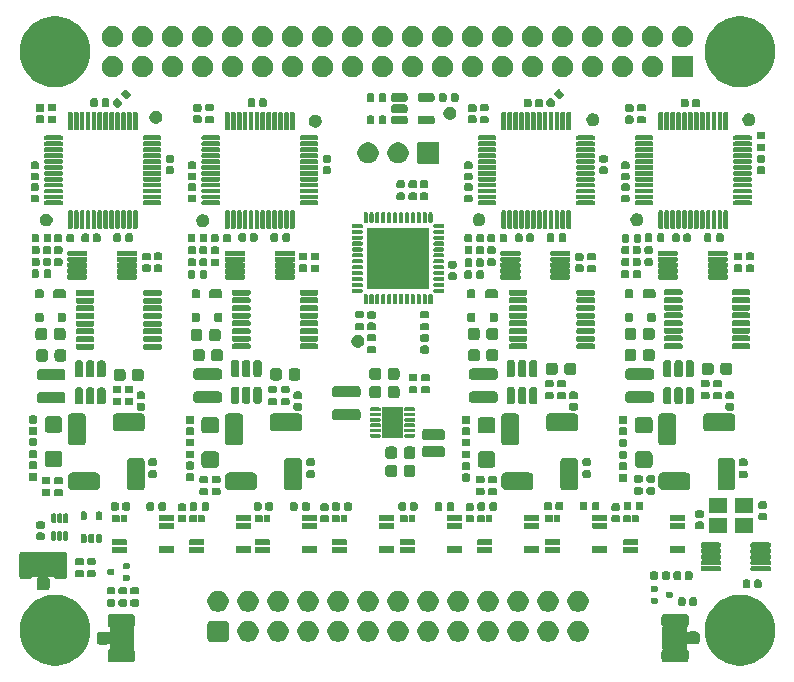
<source format=gts>
%TF.GenerationSoftware,KiCad,Pcbnew,9.0.0*%
%TF.CreationDate,2025-04-07T15:36:10+02:00*%
%TF.ProjectId,AES42HAT,41455334-3248-4415-942e-6b696361645f,rev?*%
%TF.SameCoordinates,PX5f5e100PY5f5e100*%
%TF.FileFunction,Soldermask,Top*%
%TF.FilePolarity,Negative*%
%FSLAX46Y46*%
G04 Gerber Fmt 4.6, Leading zero omitted, Abs format (unit mm)*
G04 Created by KiCad (PCBNEW 9.0.0) date 2025-04-07 15:36:10*
%MOMM*%
%LPD*%
G01*
G04 APERTURE LIST*
G04 APERTURE END LIST*
G36*
X-28547481Y-45967387D02*
G01*
X-28219493Y-46042248D01*
X-27901950Y-46153361D01*
X-27598843Y-46299330D01*
X-27313986Y-46478317D01*
X-27050960Y-46688074D01*
X-26813074Y-46925960D01*
X-26603317Y-47188986D01*
X-26424330Y-47473843D01*
X-26278361Y-47776950D01*
X-26167248Y-48094493D01*
X-26092387Y-48422481D01*
X-26054720Y-48756789D01*
X-26054720Y-49093211D01*
X-26092387Y-49427519D01*
X-26167248Y-49755507D01*
X-26278361Y-50073050D01*
X-26424330Y-50376157D01*
X-26603317Y-50661014D01*
X-26813074Y-50924040D01*
X-27050960Y-51161926D01*
X-27313986Y-51371683D01*
X-27598843Y-51550670D01*
X-27901950Y-51696639D01*
X-28219493Y-51807752D01*
X-28547481Y-51882613D01*
X-28881789Y-51920280D01*
X-29218211Y-51920280D01*
X-29552519Y-51882613D01*
X-29880507Y-51807752D01*
X-30198050Y-51696639D01*
X-30501157Y-51550670D01*
X-30786014Y-51371683D01*
X-31049040Y-51161926D01*
X-31286926Y-50924040D01*
X-31496683Y-50661014D01*
X-31675670Y-50376157D01*
X-31821639Y-50073050D01*
X-31932752Y-49755507D01*
X-32007613Y-49427519D01*
X-32045280Y-49093211D01*
X-32045280Y-48756789D01*
X-32007613Y-48422481D01*
X-31932752Y-48094493D01*
X-31821639Y-47776950D01*
X-31675670Y-47473843D01*
X-31496683Y-47188986D01*
X-31286926Y-46925960D01*
X-31049040Y-46688074D01*
X-30786014Y-46478317D01*
X-30501157Y-46299330D01*
X-30198050Y-46153361D01*
X-29880507Y-46042248D01*
X-29552519Y-45967387D01*
X-29218211Y-45929720D01*
X-28881789Y-45929720D01*
X-28547481Y-45967387D01*
G37*
G36*
X29452519Y-45967387D02*
G01*
X29780507Y-46042248D01*
X30098050Y-46153361D01*
X30401157Y-46299330D01*
X30686014Y-46478317D01*
X30949040Y-46688074D01*
X31186926Y-46925960D01*
X31396683Y-47188986D01*
X31575670Y-47473843D01*
X31721639Y-47776950D01*
X31832752Y-48094493D01*
X31907613Y-48422481D01*
X31945280Y-48756789D01*
X31945280Y-49093211D01*
X31907613Y-49427519D01*
X31832752Y-49755507D01*
X31721639Y-50073050D01*
X31575670Y-50376157D01*
X31396683Y-50661014D01*
X31186926Y-50924040D01*
X30949040Y-51161926D01*
X30686014Y-51371683D01*
X30401157Y-51550670D01*
X30098050Y-51696639D01*
X29780507Y-51807752D01*
X29452519Y-51882613D01*
X29118211Y-51920280D01*
X28781789Y-51920280D01*
X28447481Y-51882613D01*
X28119493Y-51807752D01*
X27801950Y-51696639D01*
X27498843Y-51550670D01*
X27213986Y-51371683D01*
X26950960Y-51161926D01*
X26713074Y-50924040D01*
X26503317Y-50661014D01*
X26324330Y-50376157D01*
X26178361Y-50073050D01*
X26067248Y-49755507D01*
X25992387Y-49427519D01*
X25954720Y-49093211D01*
X25954720Y-48756789D01*
X25992387Y-48422481D01*
X26067248Y-48094493D01*
X26178361Y-47776950D01*
X26324330Y-47473843D01*
X26503317Y-47188986D01*
X26713074Y-46925960D01*
X26950960Y-46688074D01*
X27213986Y-46478317D01*
X27498843Y-46299330D01*
X27801950Y-46153361D01*
X28119493Y-46042248D01*
X28447481Y-45967387D01*
X28781789Y-45929720D01*
X29118211Y-45929720D01*
X29452519Y-45967387D01*
G37*
G36*
X-22506315Y-47532969D02*
G01*
X-22502158Y-47534804D01*
X-22497963Y-47535357D01*
X-22445486Y-47559827D01*
X-22405459Y-47577501D01*
X-22403602Y-47579358D01*
X-22403148Y-47579570D01*
X-22329571Y-47653147D01*
X-22329360Y-47653600D01*
X-22327501Y-47655459D01*
X-22309819Y-47695507D01*
X-22285358Y-47747962D01*
X-22284807Y-47752154D01*
X-22282969Y-47756315D01*
X-22275000Y-47825000D01*
X-22275000Y-48375000D01*
X-22282969Y-48443685D01*
X-22284807Y-48447846D01*
X-22285358Y-48452037D01*
X-22309810Y-48504474D01*
X-22327501Y-48544541D01*
X-22329361Y-48546400D01*
X-22329571Y-48546852D01*
X-22386853Y-48604135D01*
X-22374069Y-48635000D01*
X-22325000Y-48635000D01*
X-22325000Y-50515000D01*
X-22327691Y-50515000D01*
X-22374069Y-50515000D01*
X-22386853Y-50545865D01*
X-22329571Y-50603147D01*
X-22329360Y-50603600D01*
X-22327501Y-50605459D01*
X-22309819Y-50645507D01*
X-22285358Y-50697962D01*
X-22284807Y-50702154D01*
X-22282969Y-50706315D01*
X-22275000Y-50775000D01*
X-22275000Y-51325000D01*
X-22282969Y-51393685D01*
X-22284807Y-51397846D01*
X-22285358Y-51402037D01*
X-22309810Y-51454474D01*
X-22327501Y-51494541D01*
X-22329361Y-51496400D01*
X-22329571Y-51496852D01*
X-22403148Y-51570429D01*
X-22403600Y-51570639D01*
X-22405459Y-51572499D01*
X-22445526Y-51590190D01*
X-22497963Y-51614642D01*
X-22502154Y-51615193D01*
X-22506315Y-51617031D01*
X-22575000Y-51625000D01*
X-24275000Y-51625000D01*
X-24343685Y-51617031D01*
X-24347846Y-51615193D01*
X-24352038Y-51614642D01*
X-24404493Y-51590181D01*
X-24444541Y-51572499D01*
X-24446400Y-51570640D01*
X-24446853Y-51570429D01*
X-24520430Y-51496852D01*
X-24520642Y-51496398D01*
X-24522499Y-51494541D01*
X-24540173Y-51454514D01*
X-24564643Y-51402037D01*
X-24565196Y-51397842D01*
X-24567031Y-51393685D01*
X-24575000Y-51325000D01*
X-24575000Y-50775000D01*
X-24567031Y-50706315D01*
X-24565196Y-50702157D01*
X-24564643Y-50697962D01*
X-24540164Y-50645466D01*
X-24522499Y-50605459D01*
X-24520643Y-50603602D01*
X-24520430Y-50603147D01*
X-24446853Y-50529570D01*
X-24446398Y-50529357D01*
X-24444541Y-50527501D01*
X-24422429Y-50517737D01*
X-24415000Y-50506078D01*
X-24415000Y-50025931D01*
X-24445865Y-50013147D01*
X-24503148Y-50070429D01*
X-24503600Y-50070639D01*
X-24505459Y-50072499D01*
X-24545526Y-50090190D01*
X-24597963Y-50114642D01*
X-24602154Y-50115193D01*
X-24606315Y-50117031D01*
X-24675000Y-50125000D01*
X-25225000Y-50125000D01*
X-25293685Y-50117031D01*
X-25297846Y-50115193D01*
X-25302038Y-50114642D01*
X-25354493Y-50090181D01*
X-25394541Y-50072499D01*
X-25396400Y-50070640D01*
X-25396853Y-50070429D01*
X-25470430Y-49996852D01*
X-25470642Y-49996398D01*
X-25472499Y-49994541D01*
X-25490173Y-49954514D01*
X-25514643Y-49902037D01*
X-25515196Y-49897842D01*
X-25517031Y-49893685D01*
X-25525000Y-49825000D01*
X-25525000Y-49325000D01*
X-25517031Y-49256315D01*
X-25515196Y-49252157D01*
X-25514643Y-49247962D01*
X-25490164Y-49195466D01*
X-25472499Y-49155459D01*
X-25470643Y-49153602D01*
X-25470430Y-49153147D01*
X-25396853Y-49079570D01*
X-25396398Y-49079357D01*
X-25394541Y-49077501D01*
X-25354534Y-49059836D01*
X-25302038Y-49035357D01*
X-25297843Y-49034804D01*
X-25293685Y-49032969D01*
X-25225000Y-49025000D01*
X-24675000Y-49025000D01*
X-24606315Y-49032969D01*
X-24602158Y-49034804D01*
X-24597963Y-49035357D01*
X-24545486Y-49059827D01*
X-24505459Y-49077501D01*
X-24503602Y-49079358D01*
X-24503148Y-49079570D01*
X-24445865Y-49136853D01*
X-24415000Y-49124069D01*
X-24415000Y-48643921D01*
X-24422428Y-48632262D01*
X-24444541Y-48622499D01*
X-24446399Y-48620641D01*
X-24446852Y-48620430D01*
X-24520430Y-48546852D01*
X-24520642Y-48546398D01*
X-24522499Y-48544541D01*
X-24540173Y-48504514D01*
X-24564643Y-48452037D01*
X-24565196Y-48447842D01*
X-24567031Y-48443685D01*
X-24575000Y-48375000D01*
X-24575000Y-47825000D01*
X-24567031Y-47756315D01*
X-24565196Y-47752157D01*
X-24564643Y-47747962D01*
X-24540164Y-47695466D01*
X-24522499Y-47655459D01*
X-24520643Y-47653602D01*
X-24520430Y-47653147D01*
X-24446853Y-47579570D01*
X-24446398Y-47579357D01*
X-24444541Y-47577501D01*
X-24404534Y-47559836D01*
X-24352038Y-47535357D01*
X-24347843Y-47534804D01*
X-24343685Y-47532969D01*
X-24275000Y-47525000D01*
X-22575000Y-47525000D01*
X-22506315Y-47532969D01*
G37*
G36*
X24368685Y-47522969D02*
G01*
X24372842Y-47524804D01*
X24377037Y-47525357D01*
X24429514Y-47549827D01*
X24469541Y-47567501D01*
X24471398Y-47569358D01*
X24471852Y-47569570D01*
X24545429Y-47643147D01*
X24545640Y-47643600D01*
X24547499Y-47645459D01*
X24565181Y-47685507D01*
X24589642Y-47737962D01*
X24590193Y-47742154D01*
X24592031Y-47746315D01*
X24600000Y-47815000D01*
X24600000Y-48365000D01*
X24592031Y-48433685D01*
X24590193Y-48437846D01*
X24589642Y-48442037D01*
X24565190Y-48494474D01*
X24547499Y-48534541D01*
X24545639Y-48536400D01*
X24545429Y-48536852D01*
X24471851Y-48610430D01*
X24471399Y-48610640D01*
X24469541Y-48612499D01*
X24447427Y-48622262D01*
X24440000Y-48633921D01*
X24440000Y-49114069D01*
X24470865Y-49126853D01*
X24528147Y-49069570D01*
X24528602Y-49069357D01*
X24530459Y-49067501D01*
X24570466Y-49049836D01*
X24622962Y-49025357D01*
X24627157Y-49024804D01*
X24631315Y-49022969D01*
X24700000Y-49015000D01*
X25250000Y-49015000D01*
X25318685Y-49022969D01*
X25322842Y-49024804D01*
X25327037Y-49025357D01*
X25379514Y-49049827D01*
X25419541Y-49067501D01*
X25421398Y-49069358D01*
X25421852Y-49069570D01*
X25495429Y-49143147D01*
X25495640Y-49143600D01*
X25497499Y-49145459D01*
X25515181Y-49185507D01*
X25539642Y-49237962D01*
X25540193Y-49242154D01*
X25542031Y-49246315D01*
X25550000Y-49315000D01*
X25550000Y-49815000D01*
X25542031Y-49883685D01*
X25540193Y-49887846D01*
X25539642Y-49892037D01*
X25515190Y-49944474D01*
X25497499Y-49984541D01*
X25495639Y-49986400D01*
X25495429Y-49986852D01*
X25421852Y-50060429D01*
X25421400Y-50060639D01*
X25419541Y-50062499D01*
X25379474Y-50080190D01*
X25327037Y-50104642D01*
X25322846Y-50105193D01*
X25318685Y-50107031D01*
X25250000Y-50115000D01*
X24700000Y-50115000D01*
X24631315Y-50107031D01*
X24627154Y-50105193D01*
X24622962Y-50104642D01*
X24570507Y-50080181D01*
X24530459Y-50062499D01*
X24528600Y-50060640D01*
X24528147Y-50060429D01*
X24470865Y-50003147D01*
X24440000Y-50015931D01*
X24440000Y-50496078D01*
X24447428Y-50507737D01*
X24469541Y-50517501D01*
X24471398Y-50519358D01*
X24471852Y-50519570D01*
X24545429Y-50593147D01*
X24545640Y-50593600D01*
X24547499Y-50595459D01*
X24565181Y-50635507D01*
X24589642Y-50687962D01*
X24590193Y-50692154D01*
X24592031Y-50696315D01*
X24600000Y-50765000D01*
X24600000Y-51315000D01*
X24592031Y-51383685D01*
X24590193Y-51387846D01*
X24589642Y-51392037D01*
X24565190Y-51444474D01*
X24547499Y-51484541D01*
X24545639Y-51486400D01*
X24545429Y-51486852D01*
X24471852Y-51560429D01*
X24471400Y-51560639D01*
X24469541Y-51562499D01*
X24429474Y-51580190D01*
X24377037Y-51604642D01*
X24372846Y-51605193D01*
X24368685Y-51607031D01*
X24300000Y-51615000D01*
X22600000Y-51615000D01*
X22531315Y-51607031D01*
X22527154Y-51605193D01*
X22522962Y-51604642D01*
X22470507Y-51580181D01*
X22430459Y-51562499D01*
X22428600Y-51560640D01*
X22428147Y-51560429D01*
X22354570Y-51486852D01*
X22354358Y-51486398D01*
X22352501Y-51484541D01*
X22334827Y-51444514D01*
X22310357Y-51392037D01*
X22309804Y-51387842D01*
X22307969Y-51383685D01*
X22300000Y-51315000D01*
X22300000Y-50765000D01*
X22307969Y-50696315D01*
X22309804Y-50692157D01*
X22310357Y-50687962D01*
X22334836Y-50635466D01*
X22352501Y-50595459D01*
X22354357Y-50593602D01*
X22354570Y-50593147D01*
X22411853Y-50535865D01*
X22399069Y-50505000D01*
X22352691Y-50505000D01*
X22350000Y-50505000D01*
X22350000Y-48625000D01*
X22399069Y-48625000D01*
X22411853Y-48594135D01*
X22354570Y-48536852D01*
X22354358Y-48536398D01*
X22352501Y-48534541D01*
X22334827Y-48494514D01*
X22310357Y-48442037D01*
X22309804Y-48437842D01*
X22307969Y-48433685D01*
X22300000Y-48365000D01*
X22300000Y-47815000D01*
X22307969Y-47746315D01*
X22309804Y-47742157D01*
X22310357Y-47737962D01*
X22334836Y-47685466D01*
X22352501Y-47645459D01*
X22354357Y-47643602D01*
X22354570Y-47643147D01*
X22428147Y-47569570D01*
X22428602Y-47569357D01*
X22430459Y-47567501D01*
X22470466Y-47549836D01*
X22522962Y-47525357D01*
X22527157Y-47524804D01*
X22531315Y-47522969D01*
X22600000Y-47515000D01*
X24300000Y-47515000D01*
X24368685Y-47522969D01*
G37*
G36*
X-14571315Y-48107969D02*
G01*
X-14567158Y-48109804D01*
X-14562963Y-48110357D01*
X-14510486Y-48134827D01*
X-14470459Y-48152501D01*
X-14468602Y-48154358D01*
X-14468148Y-48154570D01*
X-14394571Y-48228147D01*
X-14394360Y-48228600D01*
X-14392501Y-48230459D01*
X-14374819Y-48270507D01*
X-14350358Y-48322962D01*
X-14349807Y-48327154D01*
X-14347969Y-48331315D01*
X-14340000Y-48400000D01*
X-14340000Y-49600000D01*
X-14347969Y-49668685D01*
X-14349807Y-49672846D01*
X-14350358Y-49677037D01*
X-14374810Y-49729474D01*
X-14392501Y-49769541D01*
X-14394361Y-49771400D01*
X-14394571Y-49771852D01*
X-14468148Y-49845429D01*
X-14468600Y-49845639D01*
X-14470459Y-49847499D01*
X-14510526Y-49865190D01*
X-14562963Y-49889642D01*
X-14567154Y-49890193D01*
X-14571315Y-49892031D01*
X-14640000Y-49900000D01*
X-15840000Y-49900000D01*
X-15908685Y-49892031D01*
X-15912846Y-49890193D01*
X-15917038Y-49889642D01*
X-15969493Y-49865181D01*
X-16009541Y-49847499D01*
X-16011400Y-49845640D01*
X-16011853Y-49845429D01*
X-16085430Y-49771852D01*
X-16085642Y-49771398D01*
X-16087499Y-49769541D01*
X-16105173Y-49729514D01*
X-16129643Y-49677037D01*
X-16130196Y-49672842D01*
X-16132031Y-49668685D01*
X-16140000Y-49600000D01*
X-16140000Y-48400000D01*
X-16132031Y-48331315D01*
X-16130196Y-48327157D01*
X-16129643Y-48322962D01*
X-16105164Y-48270466D01*
X-16087499Y-48230459D01*
X-16085643Y-48228602D01*
X-16085430Y-48228147D01*
X-16011853Y-48154570D01*
X-16011398Y-48154357D01*
X-16009541Y-48152501D01*
X-15969534Y-48134836D01*
X-15917038Y-48110357D01*
X-15912843Y-48109804D01*
X-15908685Y-48107969D01*
X-15840000Y-48100000D01*
X-14640000Y-48100000D01*
X-14571315Y-48107969D01*
G37*
G36*
X-12438744Y-48138754D02*
G01*
X-12275743Y-48206271D01*
X-12129046Y-48304291D01*
X-12004291Y-48429046D01*
X-11906271Y-48575743D01*
X-11838754Y-48738744D01*
X-11804334Y-48911785D01*
X-11804334Y-49088215D01*
X-11838754Y-49261256D01*
X-11906271Y-49424257D01*
X-12004291Y-49570954D01*
X-12129046Y-49695709D01*
X-12275743Y-49793729D01*
X-12438744Y-49861246D01*
X-12611785Y-49895666D01*
X-12788215Y-49895666D01*
X-12961256Y-49861246D01*
X-13124257Y-49793729D01*
X-13270954Y-49695709D01*
X-13395709Y-49570954D01*
X-13493729Y-49424257D01*
X-13561246Y-49261256D01*
X-13595666Y-49088215D01*
X-13595666Y-48911785D01*
X-13561246Y-48738744D01*
X-13493729Y-48575743D01*
X-13395709Y-48429046D01*
X-13270954Y-48304291D01*
X-13124257Y-48206271D01*
X-12961256Y-48138754D01*
X-12788215Y-48104334D01*
X-12611785Y-48104334D01*
X-12438744Y-48138754D01*
G37*
G36*
X-9898744Y-48138754D02*
G01*
X-9735743Y-48206271D01*
X-9589046Y-48304291D01*
X-9464291Y-48429046D01*
X-9366271Y-48575743D01*
X-9298754Y-48738744D01*
X-9264334Y-48911785D01*
X-9264334Y-49088215D01*
X-9298754Y-49261256D01*
X-9366271Y-49424257D01*
X-9464291Y-49570954D01*
X-9589046Y-49695709D01*
X-9735743Y-49793729D01*
X-9898744Y-49861246D01*
X-10071785Y-49895666D01*
X-10248215Y-49895666D01*
X-10421256Y-49861246D01*
X-10584257Y-49793729D01*
X-10730954Y-49695709D01*
X-10855709Y-49570954D01*
X-10953729Y-49424257D01*
X-11021246Y-49261256D01*
X-11055666Y-49088215D01*
X-11055666Y-48911785D01*
X-11021246Y-48738744D01*
X-10953729Y-48575743D01*
X-10855709Y-48429046D01*
X-10730954Y-48304291D01*
X-10584257Y-48206271D01*
X-10421256Y-48138754D01*
X-10248215Y-48104334D01*
X-10071785Y-48104334D01*
X-9898744Y-48138754D01*
G37*
G36*
X-7358744Y-48138754D02*
G01*
X-7195743Y-48206271D01*
X-7049046Y-48304291D01*
X-6924291Y-48429046D01*
X-6826271Y-48575743D01*
X-6758754Y-48738744D01*
X-6724334Y-48911785D01*
X-6724334Y-49088215D01*
X-6758754Y-49261256D01*
X-6826271Y-49424257D01*
X-6924291Y-49570954D01*
X-7049046Y-49695709D01*
X-7195743Y-49793729D01*
X-7358744Y-49861246D01*
X-7531785Y-49895666D01*
X-7708215Y-49895666D01*
X-7881256Y-49861246D01*
X-8044257Y-49793729D01*
X-8190954Y-49695709D01*
X-8315709Y-49570954D01*
X-8413729Y-49424257D01*
X-8481246Y-49261256D01*
X-8515666Y-49088215D01*
X-8515666Y-48911785D01*
X-8481246Y-48738744D01*
X-8413729Y-48575743D01*
X-8315709Y-48429046D01*
X-8190954Y-48304291D01*
X-8044257Y-48206271D01*
X-7881256Y-48138754D01*
X-7708215Y-48104334D01*
X-7531785Y-48104334D01*
X-7358744Y-48138754D01*
G37*
G36*
X-4818744Y-48138754D02*
G01*
X-4655743Y-48206271D01*
X-4509046Y-48304291D01*
X-4384291Y-48429046D01*
X-4286271Y-48575743D01*
X-4218754Y-48738744D01*
X-4184334Y-48911785D01*
X-4184334Y-49088215D01*
X-4218754Y-49261256D01*
X-4286271Y-49424257D01*
X-4384291Y-49570954D01*
X-4509046Y-49695709D01*
X-4655743Y-49793729D01*
X-4818744Y-49861246D01*
X-4991785Y-49895666D01*
X-5168215Y-49895666D01*
X-5341256Y-49861246D01*
X-5504257Y-49793729D01*
X-5650954Y-49695709D01*
X-5775709Y-49570954D01*
X-5873729Y-49424257D01*
X-5941246Y-49261256D01*
X-5975666Y-49088215D01*
X-5975666Y-48911785D01*
X-5941246Y-48738744D01*
X-5873729Y-48575743D01*
X-5775709Y-48429046D01*
X-5650954Y-48304291D01*
X-5504257Y-48206271D01*
X-5341256Y-48138754D01*
X-5168215Y-48104334D01*
X-4991785Y-48104334D01*
X-4818744Y-48138754D01*
G37*
G36*
X-2278744Y-48138754D02*
G01*
X-2115743Y-48206271D01*
X-1969046Y-48304291D01*
X-1844291Y-48429046D01*
X-1746271Y-48575743D01*
X-1678754Y-48738744D01*
X-1644334Y-48911785D01*
X-1644334Y-49088215D01*
X-1678754Y-49261256D01*
X-1746271Y-49424257D01*
X-1844291Y-49570954D01*
X-1969046Y-49695709D01*
X-2115743Y-49793729D01*
X-2278744Y-49861246D01*
X-2451785Y-49895666D01*
X-2628215Y-49895666D01*
X-2801256Y-49861246D01*
X-2964257Y-49793729D01*
X-3110954Y-49695709D01*
X-3235709Y-49570954D01*
X-3333729Y-49424257D01*
X-3401246Y-49261256D01*
X-3435666Y-49088215D01*
X-3435666Y-48911785D01*
X-3401246Y-48738744D01*
X-3333729Y-48575743D01*
X-3235709Y-48429046D01*
X-3110954Y-48304291D01*
X-2964257Y-48206271D01*
X-2801256Y-48138754D01*
X-2628215Y-48104334D01*
X-2451785Y-48104334D01*
X-2278744Y-48138754D01*
G37*
G36*
X261256Y-48138754D02*
G01*
X424257Y-48206271D01*
X570954Y-48304291D01*
X695709Y-48429046D01*
X793729Y-48575743D01*
X861246Y-48738744D01*
X895666Y-48911785D01*
X895666Y-49088215D01*
X861246Y-49261256D01*
X793729Y-49424257D01*
X695709Y-49570954D01*
X570954Y-49695709D01*
X424257Y-49793729D01*
X261256Y-49861246D01*
X88215Y-49895666D01*
X-88215Y-49895666D01*
X-261256Y-49861246D01*
X-424257Y-49793729D01*
X-570954Y-49695709D01*
X-695709Y-49570954D01*
X-793729Y-49424257D01*
X-861246Y-49261256D01*
X-895666Y-49088215D01*
X-895666Y-48911785D01*
X-861246Y-48738744D01*
X-793729Y-48575743D01*
X-695709Y-48429046D01*
X-570954Y-48304291D01*
X-424257Y-48206271D01*
X-261256Y-48138754D01*
X-88215Y-48104334D01*
X88215Y-48104334D01*
X261256Y-48138754D01*
G37*
G36*
X2801256Y-48138754D02*
G01*
X2964257Y-48206271D01*
X3110954Y-48304291D01*
X3235709Y-48429046D01*
X3333729Y-48575743D01*
X3401246Y-48738744D01*
X3435666Y-48911785D01*
X3435666Y-49088215D01*
X3401246Y-49261256D01*
X3333729Y-49424257D01*
X3235709Y-49570954D01*
X3110954Y-49695709D01*
X2964257Y-49793729D01*
X2801256Y-49861246D01*
X2628215Y-49895666D01*
X2451785Y-49895666D01*
X2278744Y-49861246D01*
X2115743Y-49793729D01*
X1969046Y-49695709D01*
X1844291Y-49570954D01*
X1746271Y-49424257D01*
X1678754Y-49261256D01*
X1644334Y-49088215D01*
X1644334Y-48911785D01*
X1678754Y-48738744D01*
X1746271Y-48575743D01*
X1844291Y-48429046D01*
X1969046Y-48304291D01*
X2115743Y-48206271D01*
X2278744Y-48138754D01*
X2451785Y-48104334D01*
X2628215Y-48104334D01*
X2801256Y-48138754D01*
G37*
G36*
X5341256Y-48138754D02*
G01*
X5504257Y-48206271D01*
X5650954Y-48304291D01*
X5775709Y-48429046D01*
X5873729Y-48575743D01*
X5941246Y-48738744D01*
X5975666Y-48911785D01*
X5975666Y-49088215D01*
X5941246Y-49261256D01*
X5873729Y-49424257D01*
X5775709Y-49570954D01*
X5650954Y-49695709D01*
X5504257Y-49793729D01*
X5341256Y-49861246D01*
X5168215Y-49895666D01*
X4991785Y-49895666D01*
X4818744Y-49861246D01*
X4655743Y-49793729D01*
X4509046Y-49695709D01*
X4384291Y-49570954D01*
X4286271Y-49424257D01*
X4218754Y-49261256D01*
X4184334Y-49088215D01*
X4184334Y-48911785D01*
X4218754Y-48738744D01*
X4286271Y-48575743D01*
X4384291Y-48429046D01*
X4509046Y-48304291D01*
X4655743Y-48206271D01*
X4818744Y-48138754D01*
X4991785Y-48104334D01*
X5168215Y-48104334D01*
X5341256Y-48138754D01*
G37*
G36*
X7881256Y-48138754D02*
G01*
X8044257Y-48206271D01*
X8190954Y-48304291D01*
X8315709Y-48429046D01*
X8413729Y-48575743D01*
X8481246Y-48738744D01*
X8515666Y-48911785D01*
X8515666Y-49088215D01*
X8481246Y-49261256D01*
X8413729Y-49424257D01*
X8315709Y-49570954D01*
X8190954Y-49695709D01*
X8044257Y-49793729D01*
X7881256Y-49861246D01*
X7708215Y-49895666D01*
X7531785Y-49895666D01*
X7358744Y-49861246D01*
X7195743Y-49793729D01*
X7049046Y-49695709D01*
X6924291Y-49570954D01*
X6826271Y-49424257D01*
X6758754Y-49261256D01*
X6724334Y-49088215D01*
X6724334Y-48911785D01*
X6758754Y-48738744D01*
X6826271Y-48575743D01*
X6924291Y-48429046D01*
X7049046Y-48304291D01*
X7195743Y-48206271D01*
X7358744Y-48138754D01*
X7531785Y-48104334D01*
X7708215Y-48104334D01*
X7881256Y-48138754D01*
G37*
G36*
X10421256Y-48138754D02*
G01*
X10584257Y-48206271D01*
X10730954Y-48304291D01*
X10855709Y-48429046D01*
X10953729Y-48575743D01*
X11021246Y-48738744D01*
X11055666Y-48911785D01*
X11055666Y-49088215D01*
X11021246Y-49261256D01*
X10953729Y-49424257D01*
X10855709Y-49570954D01*
X10730954Y-49695709D01*
X10584257Y-49793729D01*
X10421256Y-49861246D01*
X10248215Y-49895666D01*
X10071785Y-49895666D01*
X9898744Y-49861246D01*
X9735743Y-49793729D01*
X9589046Y-49695709D01*
X9464291Y-49570954D01*
X9366271Y-49424257D01*
X9298754Y-49261256D01*
X9264334Y-49088215D01*
X9264334Y-48911785D01*
X9298754Y-48738744D01*
X9366271Y-48575743D01*
X9464291Y-48429046D01*
X9589046Y-48304291D01*
X9735743Y-48206271D01*
X9898744Y-48138754D01*
X10071785Y-48104334D01*
X10248215Y-48104334D01*
X10421256Y-48138754D01*
G37*
G36*
X12961256Y-48138754D02*
G01*
X13124257Y-48206271D01*
X13270954Y-48304291D01*
X13395709Y-48429046D01*
X13493729Y-48575743D01*
X13561246Y-48738744D01*
X13595666Y-48911785D01*
X13595666Y-49088215D01*
X13561246Y-49261256D01*
X13493729Y-49424257D01*
X13395709Y-49570954D01*
X13270954Y-49695709D01*
X13124257Y-49793729D01*
X12961256Y-49861246D01*
X12788215Y-49895666D01*
X12611785Y-49895666D01*
X12438744Y-49861246D01*
X12275743Y-49793729D01*
X12129046Y-49695709D01*
X12004291Y-49570954D01*
X11906271Y-49424257D01*
X11838754Y-49261256D01*
X11804334Y-49088215D01*
X11804334Y-48911785D01*
X11838754Y-48738744D01*
X11906271Y-48575743D01*
X12004291Y-48429046D01*
X12129046Y-48304291D01*
X12275743Y-48206271D01*
X12438744Y-48138754D01*
X12611785Y-48104334D01*
X12788215Y-48104334D01*
X12961256Y-48138754D01*
G37*
G36*
X15501256Y-48138754D02*
G01*
X15664257Y-48206271D01*
X15810954Y-48304291D01*
X15935709Y-48429046D01*
X16033729Y-48575743D01*
X16101246Y-48738744D01*
X16135666Y-48911785D01*
X16135666Y-49088215D01*
X16101246Y-49261256D01*
X16033729Y-49424257D01*
X15935709Y-49570954D01*
X15810954Y-49695709D01*
X15664257Y-49793729D01*
X15501256Y-49861246D01*
X15328215Y-49895666D01*
X15151785Y-49895666D01*
X14978744Y-49861246D01*
X14815743Y-49793729D01*
X14669046Y-49695709D01*
X14544291Y-49570954D01*
X14446271Y-49424257D01*
X14378754Y-49261256D01*
X14344334Y-49088215D01*
X14344334Y-48911785D01*
X14378754Y-48738744D01*
X14446271Y-48575743D01*
X14544291Y-48429046D01*
X14669046Y-48304291D01*
X14815743Y-48206271D01*
X14978744Y-48138754D01*
X15151785Y-48104334D01*
X15328215Y-48104334D01*
X15501256Y-48138754D01*
G37*
G36*
X-14978744Y-45598754D02*
G01*
X-14815743Y-45666271D01*
X-14669046Y-45764291D01*
X-14544291Y-45889046D01*
X-14446271Y-46035743D01*
X-14378754Y-46198744D01*
X-14344334Y-46371785D01*
X-14344334Y-46548215D01*
X-14378754Y-46721256D01*
X-14446271Y-46884257D01*
X-14544291Y-47030954D01*
X-14669046Y-47155709D01*
X-14815743Y-47253729D01*
X-14978744Y-47321246D01*
X-15151785Y-47355666D01*
X-15328215Y-47355666D01*
X-15501256Y-47321246D01*
X-15664257Y-47253729D01*
X-15810954Y-47155709D01*
X-15935709Y-47030954D01*
X-16033729Y-46884257D01*
X-16101246Y-46721256D01*
X-16135666Y-46548215D01*
X-16135666Y-46371785D01*
X-16101246Y-46198744D01*
X-16033729Y-46035743D01*
X-15935709Y-45889046D01*
X-15810954Y-45764291D01*
X-15664257Y-45666271D01*
X-15501256Y-45598754D01*
X-15328215Y-45564334D01*
X-15151785Y-45564334D01*
X-14978744Y-45598754D01*
G37*
G36*
X-12438744Y-45598754D02*
G01*
X-12275743Y-45666271D01*
X-12129046Y-45764291D01*
X-12004291Y-45889046D01*
X-11906271Y-46035743D01*
X-11838754Y-46198744D01*
X-11804334Y-46371785D01*
X-11804334Y-46548215D01*
X-11838754Y-46721256D01*
X-11906271Y-46884257D01*
X-12004291Y-47030954D01*
X-12129046Y-47155709D01*
X-12275743Y-47253729D01*
X-12438744Y-47321246D01*
X-12611785Y-47355666D01*
X-12788215Y-47355666D01*
X-12961256Y-47321246D01*
X-13124257Y-47253729D01*
X-13270954Y-47155709D01*
X-13395709Y-47030954D01*
X-13493729Y-46884257D01*
X-13561246Y-46721256D01*
X-13595666Y-46548215D01*
X-13595666Y-46371785D01*
X-13561246Y-46198744D01*
X-13493729Y-46035743D01*
X-13395709Y-45889046D01*
X-13270954Y-45764291D01*
X-13124257Y-45666271D01*
X-12961256Y-45598754D01*
X-12788215Y-45564334D01*
X-12611785Y-45564334D01*
X-12438744Y-45598754D01*
G37*
G36*
X-9898744Y-45598754D02*
G01*
X-9735743Y-45666271D01*
X-9589046Y-45764291D01*
X-9464291Y-45889046D01*
X-9366271Y-46035743D01*
X-9298754Y-46198744D01*
X-9264334Y-46371785D01*
X-9264334Y-46548215D01*
X-9298754Y-46721256D01*
X-9366271Y-46884257D01*
X-9464291Y-47030954D01*
X-9589046Y-47155709D01*
X-9735743Y-47253729D01*
X-9898744Y-47321246D01*
X-10071785Y-47355666D01*
X-10248215Y-47355666D01*
X-10421256Y-47321246D01*
X-10584257Y-47253729D01*
X-10730954Y-47155709D01*
X-10855709Y-47030954D01*
X-10953729Y-46884257D01*
X-11021246Y-46721256D01*
X-11055666Y-46548215D01*
X-11055666Y-46371785D01*
X-11021246Y-46198744D01*
X-10953729Y-46035743D01*
X-10855709Y-45889046D01*
X-10730954Y-45764291D01*
X-10584257Y-45666271D01*
X-10421256Y-45598754D01*
X-10248215Y-45564334D01*
X-10071785Y-45564334D01*
X-9898744Y-45598754D01*
G37*
G36*
X-7358744Y-45598754D02*
G01*
X-7195743Y-45666271D01*
X-7049046Y-45764291D01*
X-6924291Y-45889046D01*
X-6826271Y-46035743D01*
X-6758754Y-46198744D01*
X-6724334Y-46371785D01*
X-6724334Y-46548215D01*
X-6758754Y-46721256D01*
X-6826271Y-46884257D01*
X-6924291Y-47030954D01*
X-7049046Y-47155709D01*
X-7195743Y-47253729D01*
X-7358744Y-47321246D01*
X-7531785Y-47355666D01*
X-7708215Y-47355666D01*
X-7881256Y-47321246D01*
X-8044257Y-47253729D01*
X-8190954Y-47155709D01*
X-8315709Y-47030954D01*
X-8413729Y-46884257D01*
X-8481246Y-46721256D01*
X-8515666Y-46548215D01*
X-8515666Y-46371785D01*
X-8481246Y-46198744D01*
X-8413729Y-46035743D01*
X-8315709Y-45889046D01*
X-8190954Y-45764291D01*
X-8044257Y-45666271D01*
X-7881256Y-45598754D01*
X-7708215Y-45564334D01*
X-7531785Y-45564334D01*
X-7358744Y-45598754D01*
G37*
G36*
X-4818744Y-45598754D02*
G01*
X-4655743Y-45666271D01*
X-4509046Y-45764291D01*
X-4384291Y-45889046D01*
X-4286271Y-46035743D01*
X-4218754Y-46198744D01*
X-4184334Y-46371785D01*
X-4184334Y-46548215D01*
X-4218754Y-46721256D01*
X-4286271Y-46884257D01*
X-4384291Y-47030954D01*
X-4509046Y-47155709D01*
X-4655743Y-47253729D01*
X-4818744Y-47321246D01*
X-4991785Y-47355666D01*
X-5168215Y-47355666D01*
X-5341256Y-47321246D01*
X-5504257Y-47253729D01*
X-5650954Y-47155709D01*
X-5775709Y-47030954D01*
X-5873729Y-46884257D01*
X-5941246Y-46721256D01*
X-5975666Y-46548215D01*
X-5975666Y-46371785D01*
X-5941246Y-46198744D01*
X-5873729Y-46035743D01*
X-5775709Y-45889046D01*
X-5650954Y-45764291D01*
X-5504257Y-45666271D01*
X-5341256Y-45598754D01*
X-5168215Y-45564334D01*
X-4991785Y-45564334D01*
X-4818744Y-45598754D01*
G37*
G36*
X-2278744Y-45598754D02*
G01*
X-2115743Y-45666271D01*
X-1969046Y-45764291D01*
X-1844291Y-45889046D01*
X-1746271Y-46035743D01*
X-1678754Y-46198744D01*
X-1644334Y-46371785D01*
X-1644334Y-46548215D01*
X-1678754Y-46721256D01*
X-1746271Y-46884257D01*
X-1844291Y-47030954D01*
X-1969046Y-47155709D01*
X-2115743Y-47253729D01*
X-2278744Y-47321246D01*
X-2451785Y-47355666D01*
X-2628215Y-47355666D01*
X-2801256Y-47321246D01*
X-2964257Y-47253729D01*
X-3110954Y-47155709D01*
X-3235709Y-47030954D01*
X-3333729Y-46884257D01*
X-3401246Y-46721256D01*
X-3435666Y-46548215D01*
X-3435666Y-46371785D01*
X-3401246Y-46198744D01*
X-3333729Y-46035743D01*
X-3235709Y-45889046D01*
X-3110954Y-45764291D01*
X-2964257Y-45666271D01*
X-2801256Y-45598754D01*
X-2628215Y-45564334D01*
X-2451785Y-45564334D01*
X-2278744Y-45598754D01*
G37*
G36*
X261256Y-45598754D02*
G01*
X424257Y-45666271D01*
X570954Y-45764291D01*
X695709Y-45889046D01*
X793729Y-46035743D01*
X861246Y-46198744D01*
X895666Y-46371785D01*
X895666Y-46548215D01*
X861246Y-46721256D01*
X793729Y-46884257D01*
X695709Y-47030954D01*
X570954Y-47155709D01*
X424257Y-47253729D01*
X261256Y-47321246D01*
X88215Y-47355666D01*
X-88215Y-47355666D01*
X-261256Y-47321246D01*
X-424257Y-47253729D01*
X-570954Y-47155709D01*
X-695709Y-47030954D01*
X-793729Y-46884257D01*
X-861246Y-46721256D01*
X-895666Y-46548215D01*
X-895666Y-46371785D01*
X-861246Y-46198744D01*
X-793729Y-46035743D01*
X-695709Y-45889046D01*
X-570954Y-45764291D01*
X-424257Y-45666271D01*
X-261256Y-45598754D01*
X-88215Y-45564334D01*
X88215Y-45564334D01*
X261256Y-45598754D01*
G37*
G36*
X2801256Y-45598754D02*
G01*
X2964257Y-45666271D01*
X3110954Y-45764291D01*
X3235709Y-45889046D01*
X3333729Y-46035743D01*
X3401246Y-46198744D01*
X3435666Y-46371785D01*
X3435666Y-46548215D01*
X3401246Y-46721256D01*
X3333729Y-46884257D01*
X3235709Y-47030954D01*
X3110954Y-47155709D01*
X2964257Y-47253729D01*
X2801256Y-47321246D01*
X2628215Y-47355666D01*
X2451785Y-47355666D01*
X2278744Y-47321246D01*
X2115743Y-47253729D01*
X1969046Y-47155709D01*
X1844291Y-47030954D01*
X1746271Y-46884257D01*
X1678754Y-46721256D01*
X1644334Y-46548215D01*
X1644334Y-46371785D01*
X1678754Y-46198744D01*
X1746271Y-46035743D01*
X1844291Y-45889046D01*
X1969046Y-45764291D01*
X2115743Y-45666271D01*
X2278744Y-45598754D01*
X2451785Y-45564334D01*
X2628215Y-45564334D01*
X2801256Y-45598754D01*
G37*
G36*
X5341256Y-45598754D02*
G01*
X5504257Y-45666271D01*
X5650954Y-45764291D01*
X5775709Y-45889046D01*
X5873729Y-46035743D01*
X5941246Y-46198744D01*
X5975666Y-46371785D01*
X5975666Y-46548215D01*
X5941246Y-46721256D01*
X5873729Y-46884257D01*
X5775709Y-47030954D01*
X5650954Y-47155709D01*
X5504257Y-47253729D01*
X5341256Y-47321246D01*
X5168215Y-47355666D01*
X4991785Y-47355666D01*
X4818744Y-47321246D01*
X4655743Y-47253729D01*
X4509046Y-47155709D01*
X4384291Y-47030954D01*
X4286271Y-46884257D01*
X4218754Y-46721256D01*
X4184334Y-46548215D01*
X4184334Y-46371785D01*
X4218754Y-46198744D01*
X4286271Y-46035743D01*
X4384291Y-45889046D01*
X4509046Y-45764291D01*
X4655743Y-45666271D01*
X4818744Y-45598754D01*
X4991785Y-45564334D01*
X5168215Y-45564334D01*
X5341256Y-45598754D01*
G37*
G36*
X7881256Y-45598754D02*
G01*
X8044257Y-45666271D01*
X8190954Y-45764291D01*
X8315709Y-45889046D01*
X8413729Y-46035743D01*
X8481246Y-46198744D01*
X8515666Y-46371785D01*
X8515666Y-46548215D01*
X8481246Y-46721256D01*
X8413729Y-46884257D01*
X8315709Y-47030954D01*
X8190954Y-47155709D01*
X8044257Y-47253729D01*
X7881256Y-47321246D01*
X7708215Y-47355666D01*
X7531785Y-47355666D01*
X7358744Y-47321246D01*
X7195743Y-47253729D01*
X7049046Y-47155709D01*
X6924291Y-47030954D01*
X6826271Y-46884257D01*
X6758754Y-46721256D01*
X6724334Y-46548215D01*
X6724334Y-46371785D01*
X6758754Y-46198744D01*
X6826271Y-46035743D01*
X6924291Y-45889046D01*
X7049046Y-45764291D01*
X7195743Y-45666271D01*
X7358744Y-45598754D01*
X7531785Y-45564334D01*
X7708215Y-45564334D01*
X7881256Y-45598754D01*
G37*
G36*
X10421256Y-45598754D02*
G01*
X10584257Y-45666271D01*
X10730954Y-45764291D01*
X10855709Y-45889046D01*
X10953729Y-46035743D01*
X11021246Y-46198744D01*
X11055666Y-46371785D01*
X11055666Y-46548215D01*
X11021246Y-46721256D01*
X10953729Y-46884257D01*
X10855709Y-47030954D01*
X10730954Y-47155709D01*
X10584257Y-47253729D01*
X10421256Y-47321246D01*
X10248215Y-47355666D01*
X10071785Y-47355666D01*
X9898744Y-47321246D01*
X9735743Y-47253729D01*
X9589046Y-47155709D01*
X9464291Y-47030954D01*
X9366271Y-46884257D01*
X9298754Y-46721256D01*
X9264334Y-46548215D01*
X9264334Y-46371785D01*
X9298754Y-46198744D01*
X9366271Y-46035743D01*
X9464291Y-45889046D01*
X9589046Y-45764291D01*
X9735743Y-45666271D01*
X9898744Y-45598754D01*
X10071785Y-45564334D01*
X10248215Y-45564334D01*
X10421256Y-45598754D01*
G37*
G36*
X12961256Y-45598754D02*
G01*
X13124257Y-45666271D01*
X13270954Y-45764291D01*
X13395709Y-45889046D01*
X13493729Y-46035743D01*
X13561246Y-46198744D01*
X13595666Y-46371785D01*
X13595666Y-46548215D01*
X13561246Y-46721256D01*
X13493729Y-46884257D01*
X13395709Y-47030954D01*
X13270954Y-47155709D01*
X13124257Y-47253729D01*
X12961256Y-47321246D01*
X12788215Y-47355666D01*
X12611785Y-47355666D01*
X12438744Y-47321246D01*
X12275743Y-47253729D01*
X12129046Y-47155709D01*
X12004291Y-47030954D01*
X11906271Y-46884257D01*
X11838754Y-46721256D01*
X11804334Y-46548215D01*
X11804334Y-46371785D01*
X11838754Y-46198744D01*
X11906271Y-46035743D01*
X12004291Y-45889046D01*
X12129046Y-45764291D01*
X12275743Y-45666271D01*
X12438744Y-45598754D01*
X12611785Y-45564334D01*
X12788215Y-45564334D01*
X12961256Y-45598754D01*
G37*
G36*
X15501256Y-45598754D02*
G01*
X15664257Y-45666271D01*
X15810954Y-45764291D01*
X15935709Y-45889046D01*
X16033729Y-46035743D01*
X16101246Y-46198744D01*
X16135666Y-46371785D01*
X16135666Y-46548215D01*
X16101246Y-46721256D01*
X16033729Y-46884257D01*
X15935709Y-47030954D01*
X15810954Y-47155709D01*
X15664257Y-47253729D01*
X15501256Y-47321246D01*
X15328215Y-47355666D01*
X15151785Y-47355666D01*
X14978744Y-47321246D01*
X14815743Y-47253729D01*
X14669046Y-47155709D01*
X14544291Y-47030954D01*
X14446271Y-46884257D01*
X14378754Y-46721256D01*
X14344334Y-46548215D01*
X14344334Y-46371785D01*
X14378754Y-46198744D01*
X14446271Y-46035743D01*
X14544291Y-45889046D01*
X14669046Y-45764291D01*
X14815743Y-45666271D01*
X14978744Y-45598754D01*
X15151785Y-45564334D01*
X15328215Y-45564334D01*
X15501256Y-45598754D01*
G37*
G36*
X-24044204Y-46279082D02*
G01*
X-23984185Y-46319185D01*
X-23944082Y-46379204D01*
X-23930000Y-46450000D01*
X-23930000Y-46720000D01*
X-23944082Y-46790796D01*
X-23984185Y-46850815D01*
X-24044204Y-46890918D01*
X-24115000Y-46905000D01*
X-24485000Y-46905000D01*
X-24555796Y-46890918D01*
X-24615815Y-46850815D01*
X-24655918Y-46790796D01*
X-24670000Y-46720000D01*
X-24670000Y-46450000D01*
X-24655918Y-46379204D01*
X-24615815Y-46319185D01*
X-24555796Y-46279082D01*
X-24485000Y-46265000D01*
X-24115000Y-46265000D01*
X-24044204Y-46279082D01*
G37*
G36*
X-23044204Y-46279082D02*
G01*
X-22984185Y-46319185D01*
X-22944082Y-46379204D01*
X-22930000Y-46450000D01*
X-22930000Y-46720000D01*
X-22944082Y-46790796D01*
X-22984185Y-46850815D01*
X-23044204Y-46890918D01*
X-23115000Y-46905000D01*
X-23485000Y-46905000D01*
X-23555796Y-46890918D01*
X-23615815Y-46850815D01*
X-23655918Y-46790796D01*
X-23670000Y-46720000D01*
X-23670000Y-46450000D01*
X-23655918Y-46379204D01*
X-23615815Y-46319185D01*
X-23555796Y-46279082D01*
X-23485000Y-46265000D01*
X-23115000Y-46265000D01*
X-23044204Y-46279082D01*
G37*
G36*
X-22044204Y-46279082D02*
G01*
X-21984185Y-46319185D01*
X-21944082Y-46379204D01*
X-21930000Y-46450000D01*
X-21930000Y-46720000D01*
X-21944082Y-46790796D01*
X-21984185Y-46850815D01*
X-22044204Y-46890918D01*
X-22115000Y-46905000D01*
X-22485000Y-46905000D01*
X-22555796Y-46890918D01*
X-22615815Y-46850815D01*
X-22655918Y-46790796D01*
X-22670000Y-46720000D01*
X-22670000Y-46450000D01*
X-22655918Y-46379204D01*
X-22615815Y-46319185D01*
X-22555796Y-46279082D01*
X-22485000Y-46265000D01*
X-22115000Y-46265000D01*
X-22044204Y-46279082D01*
G37*
G36*
X24232710Y-46129463D02*
G01*
X24294350Y-46170650D01*
X24335537Y-46232290D01*
X24350000Y-46305000D01*
X24350000Y-46645000D01*
X24335537Y-46717710D01*
X24294350Y-46779350D01*
X24232710Y-46820537D01*
X24160000Y-46835000D01*
X23880000Y-46835000D01*
X23807290Y-46820537D01*
X23745650Y-46779350D01*
X23704463Y-46717710D01*
X23690000Y-46645000D01*
X23690000Y-46305000D01*
X23704463Y-46232290D01*
X23745650Y-46170650D01*
X23807290Y-46129463D01*
X23880000Y-46115000D01*
X24160000Y-46115000D01*
X24232710Y-46129463D01*
G37*
G36*
X25192710Y-46129463D02*
G01*
X25254350Y-46170650D01*
X25295537Y-46232290D01*
X25310000Y-46305000D01*
X25310000Y-46645000D01*
X25295537Y-46717710D01*
X25254350Y-46779350D01*
X25192710Y-46820537D01*
X25120000Y-46835000D01*
X24840000Y-46835000D01*
X24767290Y-46820537D01*
X24705650Y-46779350D01*
X24664463Y-46717710D01*
X24650000Y-46645000D01*
X24650000Y-46305000D01*
X24664463Y-46232290D01*
X24705650Y-46170650D01*
X24767290Y-46129463D01*
X24840000Y-46115000D01*
X25120000Y-46115000D01*
X25192710Y-46129463D01*
G37*
G36*
X21892404Y-46161418D02*
G01*
X21941067Y-46193934D01*
X21973583Y-46242597D01*
X21985001Y-46300000D01*
X21985001Y-46500000D01*
X21973583Y-46557403D01*
X21941067Y-46606066D01*
X21892404Y-46638582D01*
X21835001Y-46650000D01*
X21525001Y-46650000D01*
X21467598Y-46638582D01*
X21418935Y-46606066D01*
X21386419Y-46557403D01*
X21375001Y-46500000D01*
X21375001Y-46300000D01*
X21386419Y-46242597D01*
X21418935Y-46193934D01*
X21467598Y-46161418D01*
X21525001Y-46150000D01*
X21835001Y-46150000D01*
X21892404Y-46161418D01*
G37*
G36*
X23182403Y-45661418D02*
G01*
X23231066Y-45693934D01*
X23263582Y-45742597D01*
X23275000Y-45800000D01*
X23275000Y-46000000D01*
X23263582Y-46057403D01*
X23231066Y-46106066D01*
X23182403Y-46138582D01*
X23125000Y-46150000D01*
X22815000Y-46150000D01*
X22757597Y-46138582D01*
X22708934Y-46106066D01*
X22676418Y-46057403D01*
X22665000Y-46000000D01*
X22665000Y-45800000D01*
X22676418Y-45742597D01*
X22708934Y-45693934D01*
X22757597Y-45661418D01*
X22815000Y-45650000D01*
X23125000Y-45650000D01*
X23182403Y-45661418D01*
G37*
G36*
X-24044204Y-45259082D02*
G01*
X-23984185Y-45299185D01*
X-23944082Y-45359204D01*
X-23930000Y-45430000D01*
X-23930000Y-45700000D01*
X-23944082Y-45770796D01*
X-23984185Y-45830815D01*
X-24044204Y-45870918D01*
X-24115000Y-45885000D01*
X-24485000Y-45885000D01*
X-24555796Y-45870918D01*
X-24615815Y-45830815D01*
X-24655918Y-45770796D01*
X-24670000Y-45700000D01*
X-24670000Y-45430000D01*
X-24655918Y-45359204D01*
X-24615815Y-45299185D01*
X-24555796Y-45259082D01*
X-24485000Y-45245000D01*
X-24115000Y-45245000D01*
X-24044204Y-45259082D01*
G37*
G36*
X-23044204Y-45259082D02*
G01*
X-22984185Y-45299185D01*
X-22944082Y-45359204D01*
X-22930000Y-45430000D01*
X-22930000Y-45700000D01*
X-22944082Y-45770796D01*
X-22984185Y-45830815D01*
X-23044204Y-45870918D01*
X-23115000Y-45885000D01*
X-23485000Y-45885000D01*
X-23555796Y-45870918D01*
X-23615815Y-45830815D01*
X-23655918Y-45770796D01*
X-23670000Y-45700000D01*
X-23670000Y-45430000D01*
X-23655918Y-45359204D01*
X-23615815Y-45299185D01*
X-23555796Y-45259082D01*
X-23485000Y-45245000D01*
X-23115000Y-45245000D01*
X-23044204Y-45259082D01*
G37*
G36*
X-22044204Y-45259082D02*
G01*
X-21984185Y-45299185D01*
X-21944082Y-45359204D01*
X-21930000Y-45430000D01*
X-21930000Y-45700000D01*
X-21944082Y-45770796D01*
X-21984185Y-45830815D01*
X-22044204Y-45870918D01*
X-22115000Y-45885000D01*
X-22485000Y-45885000D01*
X-22555796Y-45870918D01*
X-22615815Y-45830815D01*
X-22655918Y-45770796D01*
X-22670000Y-45700000D01*
X-22670000Y-45430000D01*
X-22655918Y-45359204D01*
X-22615815Y-45299185D01*
X-22555796Y-45259082D01*
X-22485000Y-45245000D01*
X-22115000Y-45245000D01*
X-22044204Y-45259082D01*
G37*
G36*
X21892404Y-45161418D02*
G01*
X21941067Y-45193934D01*
X21973583Y-45242597D01*
X21985001Y-45300000D01*
X21985001Y-45500000D01*
X21973583Y-45557403D01*
X21941067Y-45606066D01*
X21892404Y-45638582D01*
X21835001Y-45650000D01*
X21525001Y-45650000D01*
X21467598Y-45638582D01*
X21418935Y-45606066D01*
X21386419Y-45557403D01*
X21375001Y-45500000D01*
X21375001Y-45300000D01*
X21386419Y-45242597D01*
X21418935Y-45193934D01*
X21467598Y-45161418D01*
X21525001Y-45150000D01*
X21835001Y-45150000D01*
X21892404Y-45161418D01*
G37*
G36*
X-31181315Y-42282969D02*
G01*
X-31177158Y-42284804D01*
X-31172963Y-42285357D01*
X-31120486Y-42309827D01*
X-31080459Y-42327501D01*
X-31078602Y-42329358D01*
X-31078148Y-42329570D01*
X-31020865Y-42386853D01*
X-30990000Y-42374069D01*
X-30990000Y-42327691D01*
X-30990000Y-42325000D01*
X-29110000Y-42325000D01*
X-29110000Y-42327691D01*
X-29110000Y-42374069D01*
X-29079135Y-42386853D01*
X-29021853Y-42329570D01*
X-29021398Y-42329357D01*
X-29019541Y-42327501D01*
X-28979534Y-42309836D01*
X-28927038Y-42285357D01*
X-28922843Y-42284804D01*
X-28918685Y-42282969D01*
X-28850000Y-42275000D01*
X-28300000Y-42275000D01*
X-28231315Y-42282969D01*
X-28227158Y-42284804D01*
X-28222963Y-42285357D01*
X-28170486Y-42309827D01*
X-28130459Y-42327501D01*
X-28128602Y-42329358D01*
X-28128148Y-42329570D01*
X-28054571Y-42403147D01*
X-28054360Y-42403600D01*
X-28052501Y-42405459D01*
X-28034819Y-42445507D01*
X-28010358Y-42497962D01*
X-28009807Y-42502154D01*
X-28007969Y-42506315D01*
X-28000000Y-42575000D01*
X-28000000Y-44275000D01*
X-28007969Y-44343685D01*
X-28009807Y-44347846D01*
X-28010358Y-44352037D01*
X-28034810Y-44404474D01*
X-28052501Y-44444541D01*
X-28054361Y-44446400D01*
X-28054571Y-44446852D01*
X-28128148Y-44520429D01*
X-28128600Y-44520639D01*
X-28130459Y-44522499D01*
X-28170526Y-44540190D01*
X-28222963Y-44564642D01*
X-28227154Y-44565193D01*
X-28231315Y-44567031D01*
X-28300000Y-44575000D01*
X-28850000Y-44575000D01*
X-28918685Y-44567031D01*
X-28922846Y-44565193D01*
X-28927038Y-44564642D01*
X-28979493Y-44540181D01*
X-29019541Y-44522499D01*
X-29021400Y-44520640D01*
X-29021853Y-44520429D01*
X-29095430Y-44446852D01*
X-29095642Y-44446398D01*
X-29097499Y-44444541D01*
X-29107263Y-44422428D01*
X-29118922Y-44415000D01*
X-29599069Y-44415000D01*
X-29611853Y-44445865D01*
X-29554571Y-44503147D01*
X-29554360Y-44503600D01*
X-29552501Y-44505459D01*
X-29534819Y-44545507D01*
X-29510358Y-44597962D01*
X-29509807Y-44602154D01*
X-29507969Y-44606315D01*
X-29500000Y-44675000D01*
X-29500000Y-45225000D01*
X-29507969Y-45293685D01*
X-29509807Y-45297846D01*
X-29510358Y-45302037D01*
X-29534810Y-45354474D01*
X-29552501Y-45394541D01*
X-29554361Y-45396400D01*
X-29554571Y-45396852D01*
X-29628148Y-45470429D01*
X-29628600Y-45470639D01*
X-29630459Y-45472499D01*
X-29670526Y-45490190D01*
X-29722963Y-45514642D01*
X-29727154Y-45515193D01*
X-29731315Y-45517031D01*
X-29800000Y-45525000D01*
X-30300000Y-45525000D01*
X-30368685Y-45517031D01*
X-30372846Y-45515193D01*
X-30377038Y-45514642D01*
X-30429493Y-45490181D01*
X-30469541Y-45472499D01*
X-30471400Y-45470640D01*
X-30471853Y-45470429D01*
X-30545430Y-45396852D01*
X-30545642Y-45396398D01*
X-30547499Y-45394541D01*
X-30565173Y-45354514D01*
X-30589643Y-45302037D01*
X-30590196Y-45297842D01*
X-30592031Y-45293685D01*
X-30600000Y-45225000D01*
X-30600000Y-44675000D01*
X-30592031Y-44606315D01*
X-30590196Y-44602157D01*
X-30589643Y-44597962D01*
X-30565164Y-44545466D01*
X-30547499Y-44505459D01*
X-30545643Y-44503602D01*
X-30545430Y-44503147D01*
X-30488147Y-44445865D01*
X-30500931Y-44415000D01*
X-30981078Y-44415000D01*
X-30992738Y-44422428D01*
X-31002501Y-44444541D01*
X-31004361Y-44446400D01*
X-31004571Y-44446852D01*
X-31078148Y-44520429D01*
X-31078600Y-44520639D01*
X-31080459Y-44522499D01*
X-31120526Y-44540190D01*
X-31172963Y-44564642D01*
X-31177154Y-44565193D01*
X-31181315Y-44567031D01*
X-31250000Y-44575000D01*
X-31800000Y-44575000D01*
X-31868685Y-44567031D01*
X-31872846Y-44565193D01*
X-31877038Y-44564642D01*
X-31929493Y-44540181D01*
X-31969541Y-44522499D01*
X-31971400Y-44520640D01*
X-31971853Y-44520429D01*
X-32045430Y-44446852D01*
X-32045642Y-44446398D01*
X-32047499Y-44444541D01*
X-32065173Y-44404514D01*
X-32089643Y-44352037D01*
X-32090196Y-44347842D01*
X-32092031Y-44343685D01*
X-32100000Y-44275000D01*
X-32100000Y-42575000D01*
X-32092031Y-42506315D01*
X-32090196Y-42502157D01*
X-32089643Y-42497962D01*
X-32065164Y-42445466D01*
X-32047499Y-42405459D01*
X-32045643Y-42403602D01*
X-32045430Y-42403147D01*
X-31971853Y-42329570D01*
X-31971398Y-42329357D01*
X-31969541Y-42327501D01*
X-31929534Y-42309836D01*
X-31877038Y-42285357D01*
X-31872843Y-42284804D01*
X-31868685Y-42282969D01*
X-31800000Y-42275000D01*
X-31250000Y-42275000D01*
X-31181315Y-42282969D01*
G37*
G36*
X29707710Y-44629463D02*
G01*
X29769350Y-44670650D01*
X29810537Y-44732290D01*
X29825000Y-44805000D01*
X29825000Y-45145000D01*
X29810537Y-45217710D01*
X29769350Y-45279350D01*
X29707710Y-45320537D01*
X29635000Y-45335000D01*
X29355000Y-45335000D01*
X29282290Y-45320537D01*
X29220650Y-45279350D01*
X29179463Y-45217710D01*
X29165000Y-45145000D01*
X29165000Y-44805000D01*
X29179463Y-44732290D01*
X29220650Y-44670650D01*
X29282290Y-44629463D01*
X29355000Y-44615000D01*
X29635000Y-44615000D01*
X29707710Y-44629463D01*
G37*
G36*
X30667710Y-44629463D02*
G01*
X30729350Y-44670650D01*
X30770537Y-44732290D01*
X30785000Y-44805000D01*
X30785000Y-45145000D01*
X30770537Y-45217710D01*
X30729350Y-45279350D01*
X30667710Y-45320537D01*
X30595000Y-45335000D01*
X30315000Y-45335000D01*
X30242290Y-45320537D01*
X30180650Y-45279350D01*
X30139463Y-45217710D01*
X30125000Y-45145000D01*
X30125000Y-44805000D01*
X30139463Y-44732290D01*
X30180650Y-44670650D01*
X30242290Y-44629463D01*
X30315000Y-44615000D01*
X30595000Y-44615000D01*
X30667710Y-44629463D01*
G37*
G36*
X-22812597Y-44236418D02*
G01*
X-22763934Y-44268934D01*
X-22731418Y-44317597D01*
X-22720000Y-44375000D01*
X-22720000Y-44575000D01*
X-22731418Y-44632403D01*
X-22763934Y-44681066D01*
X-22812597Y-44713582D01*
X-22870000Y-44725000D01*
X-23180000Y-44725000D01*
X-23237403Y-44713582D01*
X-23286066Y-44681066D01*
X-23318582Y-44632403D01*
X-23330000Y-44575000D01*
X-23330000Y-44375000D01*
X-23318582Y-44317597D01*
X-23286066Y-44268934D01*
X-23237403Y-44236418D01*
X-23180000Y-44225000D01*
X-22870000Y-44225000D01*
X-22812597Y-44236418D01*
G37*
G36*
X21875797Y-43919082D02*
G01*
X21935816Y-43959185D01*
X21975919Y-44019204D01*
X21990001Y-44090000D01*
X21990001Y-44460000D01*
X21975919Y-44530796D01*
X21935816Y-44590815D01*
X21875797Y-44630918D01*
X21805001Y-44645000D01*
X21535001Y-44645000D01*
X21464205Y-44630918D01*
X21404186Y-44590815D01*
X21364083Y-44530796D01*
X21350001Y-44460000D01*
X21350001Y-44090000D01*
X21364083Y-44019204D01*
X21404186Y-43959185D01*
X21464205Y-43919082D01*
X21535001Y-43905000D01*
X21805001Y-43905000D01*
X21875797Y-43919082D01*
G37*
G36*
X22895795Y-43919082D02*
G01*
X22955814Y-43959185D01*
X22995917Y-44019204D01*
X23009999Y-44090000D01*
X23009999Y-44460000D01*
X22995917Y-44530796D01*
X22955814Y-44590815D01*
X22895795Y-44630918D01*
X22824999Y-44645000D01*
X22554999Y-44645000D01*
X22484203Y-44630918D01*
X22424184Y-44590815D01*
X22384081Y-44530796D01*
X22369999Y-44460000D01*
X22369999Y-44090000D01*
X22384081Y-44019204D01*
X22424184Y-43959185D01*
X22484203Y-43919082D01*
X22554999Y-43905000D01*
X22824999Y-43905000D01*
X22895795Y-43919082D01*
G37*
G36*
X23862710Y-43929463D02*
G01*
X23924350Y-43970650D01*
X23965537Y-44032290D01*
X23980000Y-44105000D01*
X23980000Y-44445000D01*
X23965537Y-44517710D01*
X23924350Y-44579350D01*
X23862710Y-44620537D01*
X23790000Y-44635000D01*
X23510000Y-44635000D01*
X23437290Y-44620537D01*
X23375650Y-44579350D01*
X23334463Y-44517710D01*
X23320000Y-44445000D01*
X23320000Y-44105000D01*
X23334463Y-44032290D01*
X23375650Y-43970650D01*
X23437290Y-43929463D01*
X23510000Y-43915000D01*
X23790000Y-43915000D01*
X23862710Y-43929463D01*
G37*
G36*
X24822710Y-43929463D02*
G01*
X24884350Y-43970650D01*
X24925537Y-44032290D01*
X24940000Y-44105000D01*
X24940000Y-44445000D01*
X24925537Y-44517710D01*
X24884350Y-44579350D01*
X24822710Y-44620537D01*
X24750000Y-44635000D01*
X24470000Y-44635000D01*
X24397290Y-44620537D01*
X24335650Y-44579350D01*
X24294463Y-44517710D01*
X24280000Y-44445000D01*
X24280000Y-44105000D01*
X24294463Y-44032290D01*
X24335650Y-43970650D01*
X24397290Y-43929463D01*
X24470000Y-43915000D01*
X24750000Y-43915000D01*
X24822710Y-43929463D01*
G37*
G36*
X-26719204Y-43804081D02*
G01*
X-26659185Y-43844184D01*
X-26619082Y-43904203D01*
X-26605000Y-43974999D01*
X-26605000Y-44244999D01*
X-26619082Y-44315795D01*
X-26659185Y-44375814D01*
X-26719204Y-44415917D01*
X-26790000Y-44429999D01*
X-27160000Y-44429999D01*
X-27230796Y-44415917D01*
X-27290815Y-44375814D01*
X-27330918Y-44315795D01*
X-27345000Y-44244999D01*
X-27345000Y-43974999D01*
X-27330918Y-43904203D01*
X-27290815Y-43844184D01*
X-27230796Y-43804081D01*
X-27160000Y-43789999D01*
X-26790000Y-43789999D01*
X-26719204Y-43804081D01*
G37*
G36*
X-25719204Y-43794081D02*
G01*
X-25659185Y-43834184D01*
X-25619082Y-43894203D01*
X-25605000Y-43964999D01*
X-25605000Y-44234999D01*
X-25619082Y-44305795D01*
X-25659185Y-44365814D01*
X-25719204Y-44405917D01*
X-25790000Y-44419999D01*
X-26160000Y-44419999D01*
X-26230796Y-44405917D01*
X-26290815Y-44365814D01*
X-26330918Y-44305795D01*
X-26345000Y-44234999D01*
X-26345000Y-43964999D01*
X-26330918Y-43894203D01*
X-26290815Y-43834184D01*
X-26230796Y-43794081D01*
X-26160000Y-43779999D01*
X-25790000Y-43779999D01*
X-25719204Y-43794081D01*
G37*
G36*
X-24102596Y-43736418D02*
G01*
X-24053933Y-43768934D01*
X-24021417Y-43817597D01*
X-24009999Y-43875000D01*
X-24009999Y-44075000D01*
X-24021417Y-44132403D01*
X-24053933Y-44181066D01*
X-24102596Y-44213582D01*
X-24159999Y-44225000D01*
X-24469999Y-44225000D01*
X-24527402Y-44213582D01*
X-24576065Y-44181066D01*
X-24608581Y-44132403D01*
X-24619999Y-44075000D01*
X-24619999Y-43875000D01*
X-24608581Y-43817597D01*
X-24576065Y-43768934D01*
X-24527402Y-43736418D01*
X-24469999Y-43725000D01*
X-24159999Y-43725000D01*
X-24102596Y-43736418D01*
G37*
G36*
X27252619Y-43485467D02*
G01*
X27297227Y-43515273D01*
X27327033Y-43559881D01*
X27337500Y-43612500D01*
X27337500Y-43787500D01*
X27327033Y-43840119D01*
X27297227Y-43884727D01*
X27252619Y-43914533D01*
X27200000Y-43925000D01*
X25750000Y-43925000D01*
X25697381Y-43914533D01*
X25652773Y-43884727D01*
X25622967Y-43840119D01*
X25612500Y-43787500D01*
X25612500Y-43612500D01*
X25622967Y-43559881D01*
X25652773Y-43515273D01*
X25697381Y-43485467D01*
X25750000Y-43475000D01*
X27200000Y-43475000D01*
X27252619Y-43485467D01*
G37*
G36*
X31477619Y-43485467D02*
G01*
X31522227Y-43515273D01*
X31552033Y-43559881D01*
X31562500Y-43612500D01*
X31562500Y-43787500D01*
X31552033Y-43840119D01*
X31522227Y-43884727D01*
X31477619Y-43914533D01*
X31425000Y-43925000D01*
X29975000Y-43925000D01*
X29922381Y-43914533D01*
X29877773Y-43884727D01*
X29847967Y-43840119D01*
X29837500Y-43787500D01*
X29837500Y-43612500D01*
X29847967Y-43559881D01*
X29877773Y-43515273D01*
X29922381Y-43485467D01*
X29975000Y-43475000D01*
X31425000Y-43475000D01*
X31477619Y-43485467D01*
G37*
G36*
X-22812597Y-43236418D02*
G01*
X-22763934Y-43268934D01*
X-22731418Y-43317597D01*
X-22720000Y-43375000D01*
X-22720000Y-43575000D01*
X-22731418Y-43632403D01*
X-22763934Y-43681066D01*
X-22812597Y-43713582D01*
X-22870000Y-43725000D01*
X-23180000Y-43725000D01*
X-23237403Y-43713582D01*
X-23286066Y-43681066D01*
X-23318582Y-43632403D01*
X-23330000Y-43575000D01*
X-23330000Y-43375000D01*
X-23318582Y-43317597D01*
X-23286066Y-43268934D01*
X-23237403Y-43236418D01*
X-23180000Y-43225000D01*
X-22870000Y-43225000D01*
X-22812597Y-43236418D01*
G37*
G36*
X27252619Y-42985467D02*
G01*
X27297227Y-43015273D01*
X27327033Y-43059881D01*
X27337500Y-43112500D01*
X27337500Y-43287500D01*
X27327033Y-43340119D01*
X27297227Y-43384727D01*
X27252619Y-43414533D01*
X27200000Y-43425000D01*
X25750000Y-43425000D01*
X25697381Y-43414533D01*
X25652773Y-43384727D01*
X25622967Y-43340119D01*
X25612500Y-43287500D01*
X25612500Y-43112500D01*
X25622967Y-43059881D01*
X25652773Y-43015273D01*
X25697381Y-42985467D01*
X25750000Y-42975000D01*
X27200000Y-42975000D01*
X27252619Y-42985467D01*
G37*
G36*
X31477619Y-42985467D02*
G01*
X31522227Y-43015273D01*
X31552033Y-43059881D01*
X31562500Y-43112500D01*
X31562500Y-43287500D01*
X31552033Y-43340119D01*
X31522227Y-43384727D01*
X31477619Y-43414533D01*
X31425000Y-43425000D01*
X29975000Y-43425000D01*
X29922381Y-43414533D01*
X29877773Y-43384727D01*
X29847967Y-43340119D01*
X29837500Y-43287500D01*
X29837500Y-43112500D01*
X29847967Y-43059881D01*
X29877773Y-43015273D01*
X29922381Y-42985467D01*
X29975000Y-42975000D01*
X31425000Y-42975000D01*
X31477619Y-42985467D01*
G37*
G36*
X-26719204Y-42784083D02*
G01*
X-26659185Y-42824186D01*
X-26619082Y-42884205D01*
X-26605000Y-42955001D01*
X-26605000Y-43225001D01*
X-26619082Y-43295797D01*
X-26659185Y-43355816D01*
X-26719204Y-43395919D01*
X-26790000Y-43410001D01*
X-27160000Y-43410001D01*
X-27230796Y-43395919D01*
X-27290815Y-43355816D01*
X-27330918Y-43295797D01*
X-27345000Y-43225001D01*
X-27345000Y-42955001D01*
X-27330918Y-42884205D01*
X-27290815Y-42824186D01*
X-27230796Y-42784083D01*
X-27160000Y-42770001D01*
X-26790000Y-42770001D01*
X-26719204Y-42784083D01*
G37*
G36*
X-25719204Y-42774083D02*
G01*
X-25659185Y-42814186D01*
X-25619082Y-42874205D01*
X-25605000Y-42945001D01*
X-25605000Y-43215001D01*
X-25619082Y-43285797D01*
X-25659185Y-43345816D01*
X-25719204Y-43385919D01*
X-25790000Y-43400001D01*
X-26160000Y-43400001D01*
X-26230796Y-43385919D01*
X-26290815Y-43345816D01*
X-26330918Y-43285797D01*
X-26345000Y-43215001D01*
X-26345000Y-42945001D01*
X-26330918Y-42874205D01*
X-26290815Y-42814186D01*
X-26230796Y-42774083D01*
X-26160000Y-42760001D01*
X-25790000Y-42760001D01*
X-25719204Y-42774083D01*
G37*
G36*
X27252619Y-42485467D02*
G01*
X27297227Y-42515273D01*
X27327033Y-42559881D01*
X27337500Y-42612500D01*
X27337500Y-42787500D01*
X27327033Y-42840119D01*
X27297227Y-42884727D01*
X27252619Y-42914533D01*
X27200000Y-42925000D01*
X25750000Y-42925000D01*
X25697381Y-42914533D01*
X25652773Y-42884727D01*
X25622967Y-42840119D01*
X25612500Y-42787500D01*
X25612500Y-42612500D01*
X25622967Y-42559881D01*
X25652773Y-42515273D01*
X25697381Y-42485467D01*
X25750000Y-42475000D01*
X27200000Y-42475000D01*
X27252619Y-42485467D01*
G37*
G36*
X31477619Y-42485467D02*
G01*
X31522227Y-42515273D01*
X31552033Y-42559881D01*
X31562500Y-42612500D01*
X31562500Y-42787500D01*
X31552033Y-42840119D01*
X31522227Y-42884727D01*
X31477619Y-42914533D01*
X31425000Y-42925000D01*
X29975000Y-42925000D01*
X29922381Y-42914533D01*
X29877773Y-42884727D01*
X29847967Y-42840119D01*
X29837500Y-42787500D01*
X29837500Y-42612500D01*
X29847967Y-42559881D01*
X29877773Y-42515273D01*
X29922381Y-42485467D01*
X29975000Y-42475000D01*
X31425000Y-42475000D01*
X31477619Y-42485467D01*
G37*
G36*
X27252619Y-41985467D02*
G01*
X27297227Y-42015273D01*
X27327033Y-42059881D01*
X27337500Y-42112500D01*
X27337500Y-42287500D01*
X27327033Y-42340119D01*
X27297227Y-42384727D01*
X27252619Y-42414533D01*
X27200000Y-42425000D01*
X25750000Y-42425000D01*
X25697381Y-42414533D01*
X25652773Y-42384727D01*
X25622967Y-42340119D01*
X25612500Y-42287500D01*
X25612500Y-42112500D01*
X25622967Y-42059881D01*
X25652773Y-42015273D01*
X25697381Y-41985467D01*
X25750000Y-41975000D01*
X27200000Y-41975000D01*
X27252619Y-41985467D01*
G37*
G36*
X31477619Y-41985467D02*
G01*
X31522227Y-42015273D01*
X31552033Y-42059881D01*
X31562500Y-42112500D01*
X31562500Y-42287500D01*
X31552033Y-42340119D01*
X31522227Y-42384727D01*
X31477619Y-42414533D01*
X31425000Y-42425000D01*
X29975000Y-42425000D01*
X29922381Y-42414533D01*
X29877773Y-42384727D01*
X29847967Y-42340119D01*
X29837500Y-42287500D01*
X29837500Y-42112500D01*
X29847967Y-42059881D01*
X29877773Y-42015273D01*
X29922381Y-41985467D01*
X29975000Y-41975000D01*
X31425000Y-41975000D01*
X31477619Y-41985467D01*
G37*
G36*
X-22996176Y-41876927D02*
G01*
X-22966653Y-41896653D01*
X-22946927Y-41926176D01*
X-22940000Y-41961000D01*
X-22940000Y-42289000D01*
X-22946927Y-42323824D01*
X-22966653Y-42353347D01*
X-22996176Y-42373073D01*
X-23031000Y-42380000D01*
X-24149000Y-42380000D01*
X-24183824Y-42373073D01*
X-24213347Y-42353347D01*
X-24233073Y-42323824D01*
X-24240000Y-42289000D01*
X-24240000Y-41961000D01*
X-24233073Y-41926176D01*
X-24213347Y-41896653D01*
X-24183824Y-41876927D01*
X-24149000Y-41870000D01*
X-23031000Y-41870000D01*
X-22996176Y-41876927D01*
G37*
G36*
X-19021732Y-41787612D02*
G01*
X-18989289Y-41809289D01*
X-18967612Y-41841732D01*
X-18960000Y-41880000D01*
X-18960000Y-42280000D01*
X-18967612Y-42318268D01*
X-18989289Y-42350711D01*
X-19021732Y-42372388D01*
X-19060000Y-42380000D01*
X-20160000Y-42380000D01*
X-20198268Y-42372388D01*
X-20230711Y-42350711D01*
X-20252388Y-42318268D01*
X-20260000Y-42280000D01*
X-20260000Y-41880000D01*
X-20252388Y-41841732D01*
X-20230711Y-41809289D01*
X-20198268Y-41787612D01*
X-20160000Y-41780000D01*
X-19060000Y-41780000D01*
X-19021732Y-41787612D01*
G37*
G36*
X-16446176Y-41876927D02*
G01*
X-16416653Y-41896653D01*
X-16396927Y-41926176D01*
X-16390000Y-41961000D01*
X-16390000Y-42289000D01*
X-16396927Y-42323824D01*
X-16416653Y-42353347D01*
X-16446176Y-42373073D01*
X-16481000Y-42380000D01*
X-17599000Y-42380000D01*
X-17633824Y-42373073D01*
X-17663347Y-42353347D01*
X-17683073Y-42323824D01*
X-17690000Y-42289000D01*
X-17690000Y-41961000D01*
X-17683073Y-41926176D01*
X-17663347Y-41896653D01*
X-17633824Y-41876927D01*
X-17599000Y-41870000D01*
X-16481000Y-41870000D01*
X-16446176Y-41876927D01*
G37*
G36*
X-12471732Y-41787612D02*
G01*
X-12439289Y-41809289D01*
X-12417612Y-41841732D01*
X-12410000Y-41880000D01*
X-12410000Y-42280000D01*
X-12417612Y-42318268D01*
X-12439289Y-42350711D01*
X-12471732Y-42372388D01*
X-12510000Y-42380000D01*
X-13610000Y-42380000D01*
X-13648268Y-42372388D01*
X-13680711Y-42350711D01*
X-13702388Y-42318268D01*
X-13710000Y-42280000D01*
X-13710000Y-41880000D01*
X-13702388Y-41841732D01*
X-13680711Y-41809289D01*
X-13648268Y-41787612D01*
X-13610000Y-41780000D01*
X-12510000Y-41780000D01*
X-12471732Y-41787612D01*
G37*
G36*
X-10896176Y-41876927D02*
G01*
X-10866653Y-41896653D01*
X-10846927Y-41926176D01*
X-10840000Y-41961000D01*
X-10840000Y-42289000D01*
X-10846927Y-42323824D01*
X-10866653Y-42353347D01*
X-10896176Y-42373073D01*
X-10931000Y-42380000D01*
X-12049000Y-42380000D01*
X-12083824Y-42373073D01*
X-12113347Y-42353347D01*
X-12133073Y-42323824D01*
X-12140000Y-42289000D01*
X-12140000Y-41961000D01*
X-12133073Y-41926176D01*
X-12113347Y-41896653D01*
X-12083824Y-41876927D01*
X-12049000Y-41870000D01*
X-10931000Y-41870000D01*
X-10896176Y-41876927D01*
G37*
G36*
X-6921732Y-41787612D02*
G01*
X-6889289Y-41809289D01*
X-6867612Y-41841732D01*
X-6860000Y-41880000D01*
X-6860000Y-42280000D01*
X-6867612Y-42318268D01*
X-6889289Y-42350711D01*
X-6921732Y-42372388D01*
X-6960000Y-42380000D01*
X-8060000Y-42380000D01*
X-8098268Y-42372388D01*
X-8130711Y-42350711D01*
X-8152388Y-42318268D01*
X-8160000Y-42280000D01*
X-8160000Y-41880000D01*
X-8152388Y-41841732D01*
X-8130711Y-41809289D01*
X-8098268Y-41787612D01*
X-8060000Y-41780000D01*
X-6960000Y-41780000D01*
X-6921732Y-41787612D01*
G37*
G36*
X-4371176Y-41876927D02*
G01*
X-4341653Y-41896653D01*
X-4321927Y-41926176D01*
X-4315000Y-41961000D01*
X-4315000Y-42289000D01*
X-4321927Y-42323824D01*
X-4341653Y-42353347D01*
X-4371176Y-42373073D01*
X-4406000Y-42380000D01*
X-5524000Y-42380000D01*
X-5558824Y-42373073D01*
X-5588347Y-42353347D01*
X-5608073Y-42323824D01*
X-5615000Y-42289000D01*
X-5615000Y-41961000D01*
X-5608073Y-41926176D01*
X-5588347Y-41896653D01*
X-5558824Y-41876927D01*
X-5524000Y-41870000D01*
X-4406000Y-41870000D01*
X-4371176Y-41876927D01*
G37*
G36*
X-396732Y-41787612D02*
G01*
X-364289Y-41809289D01*
X-342612Y-41841732D01*
X-335000Y-41880000D01*
X-335000Y-42280000D01*
X-342612Y-42318268D01*
X-364289Y-42350711D01*
X-396732Y-42372388D01*
X-435000Y-42380000D01*
X-1535000Y-42380000D01*
X-1573268Y-42372388D01*
X-1605711Y-42350711D01*
X-1627388Y-42318268D01*
X-1635000Y-42280000D01*
X-1635000Y-41880000D01*
X-1627388Y-41841732D01*
X-1605711Y-41809289D01*
X-1573268Y-41787612D01*
X-1535000Y-41780000D01*
X-435000Y-41780000D01*
X-396732Y-41787612D01*
G37*
G36*
X1378824Y-41876927D02*
G01*
X1408347Y-41896653D01*
X1428073Y-41926176D01*
X1435000Y-41961000D01*
X1435000Y-42289000D01*
X1428073Y-42323824D01*
X1408347Y-42353347D01*
X1378824Y-42373073D01*
X1344000Y-42380000D01*
X226000Y-42380000D01*
X191176Y-42373073D01*
X161653Y-42353347D01*
X141927Y-42323824D01*
X135000Y-42289000D01*
X135000Y-41961000D01*
X141927Y-41926176D01*
X161653Y-41896653D01*
X191176Y-41876927D01*
X226000Y-41870000D01*
X1344000Y-41870000D01*
X1378824Y-41876927D01*
G37*
G36*
X5353268Y-41787612D02*
G01*
X5385711Y-41809289D01*
X5407388Y-41841732D01*
X5415000Y-41880000D01*
X5415000Y-42280000D01*
X5407388Y-42318268D01*
X5385711Y-42350711D01*
X5353268Y-42372388D01*
X5315000Y-42380000D01*
X4215000Y-42380000D01*
X4176732Y-42372388D01*
X4144289Y-42350711D01*
X4122612Y-42318268D01*
X4115000Y-42280000D01*
X4115000Y-41880000D01*
X4122612Y-41841732D01*
X4144289Y-41809289D01*
X4176732Y-41787612D01*
X4215000Y-41780000D01*
X5315000Y-41780000D01*
X5353268Y-41787612D01*
G37*
G36*
X7923109Y-41876927D02*
G01*
X7952632Y-41896653D01*
X7972358Y-41926176D01*
X7979285Y-41961000D01*
X7979285Y-42289000D01*
X7972358Y-42323824D01*
X7952632Y-42353347D01*
X7923109Y-42373073D01*
X7888285Y-42380000D01*
X6770285Y-42380000D01*
X6735461Y-42373073D01*
X6705938Y-42353347D01*
X6686212Y-42323824D01*
X6679285Y-42289000D01*
X6679285Y-41961000D01*
X6686212Y-41926176D01*
X6705938Y-41896653D01*
X6735461Y-41876927D01*
X6770285Y-41870000D01*
X7888285Y-41870000D01*
X7923109Y-41876927D01*
G37*
G36*
X11897553Y-41787612D02*
G01*
X11929996Y-41809289D01*
X11951673Y-41841732D01*
X11959285Y-41880000D01*
X11959285Y-42280000D01*
X11951673Y-42318268D01*
X11929996Y-42350711D01*
X11897553Y-42372388D01*
X11859285Y-42380000D01*
X10759285Y-42380000D01*
X10721017Y-42372388D01*
X10688574Y-42350711D01*
X10666897Y-42318268D01*
X10659285Y-42280000D01*
X10659285Y-41880000D01*
X10666897Y-41841732D01*
X10688574Y-41809289D01*
X10721017Y-41787612D01*
X10759285Y-41780000D01*
X11859285Y-41780000D01*
X11897553Y-41787612D01*
G37*
G36*
X20293824Y-41876927D02*
G01*
X20323347Y-41896653D01*
X20343073Y-41926176D01*
X20350000Y-41961000D01*
X20350000Y-42289000D01*
X20343073Y-42323824D01*
X20323347Y-42353347D01*
X20293824Y-42373073D01*
X20259000Y-42380000D01*
X19141000Y-42380000D01*
X19106176Y-42373073D01*
X19076653Y-42353347D01*
X19056927Y-42323824D01*
X19050000Y-42289000D01*
X19050000Y-41961000D01*
X19056927Y-41926176D01*
X19076653Y-41896653D01*
X19106176Y-41876927D01*
X19141000Y-41870000D01*
X20259000Y-41870000D01*
X20293824Y-41876927D01*
G37*
G36*
X24268268Y-41787612D02*
G01*
X24300711Y-41809289D01*
X24322388Y-41841732D01*
X24330000Y-41880000D01*
X24330000Y-42280000D01*
X24322388Y-42318268D01*
X24300711Y-42350711D01*
X24268268Y-42372388D01*
X24230000Y-42380000D01*
X23130000Y-42380000D01*
X23091732Y-42372388D01*
X23059289Y-42350711D01*
X23037612Y-42318268D01*
X23030000Y-42280000D01*
X23030000Y-41880000D01*
X23037612Y-41841732D01*
X23059289Y-41809289D01*
X23091732Y-41787612D01*
X23130000Y-41780000D01*
X24230000Y-41780000D01*
X24268268Y-41787612D01*
G37*
G36*
X13678824Y-41851927D02*
G01*
X13708347Y-41871653D01*
X13728073Y-41901176D01*
X13735000Y-41936000D01*
X13735000Y-42264000D01*
X13728073Y-42298824D01*
X13708347Y-42328347D01*
X13678824Y-42348073D01*
X13644000Y-42355000D01*
X12526000Y-42355000D01*
X12491176Y-42348073D01*
X12461653Y-42328347D01*
X12441927Y-42298824D01*
X12435000Y-42264000D01*
X12435000Y-41936000D01*
X12441927Y-41901176D01*
X12461653Y-41871653D01*
X12491176Y-41851927D01*
X12526000Y-41845000D01*
X13644000Y-41845000D01*
X13678824Y-41851927D01*
G37*
G36*
X17653268Y-41762612D02*
G01*
X17685711Y-41784289D01*
X17707388Y-41816732D01*
X17715000Y-41855000D01*
X17715000Y-42255000D01*
X17707388Y-42293268D01*
X17685711Y-42325711D01*
X17653268Y-42347388D01*
X17615000Y-42355000D01*
X16515000Y-42355000D01*
X16476732Y-42347388D01*
X16444289Y-42325711D01*
X16422612Y-42293268D01*
X16415000Y-42255000D01*
X16415000Y-41855000D01*
X16422612Y-41816732D01*
X16444289Y-41784289D01*
X16476732Y-41762612D01*
X16515000Y-41755000D01*
X17615000Y-41755000D01*
X17653268Y-41762612D01*
G37*
G36*
X27252619Y-41485467D02*
G01*
X27297227Y-41515273D01*
X27327033Y-41559881D01*
X27337500Y-41612500D01*
X27337500Y-41787500D01*
X27327033Y-41840119D01*
X27297227Y-41884727D01*
X27252619Y-41914533D01*
X27200000Y-41925000D01*
X25750000Y-41925000D01*
X25697381Y-41914533D01*
X25652773Y-41884727D01*
X25622967Y-41840119D01*
X25612500Y-41787500D01*
X25612500Y-41612500D01*
X25622967Y-41559881D01*
X25652773Y-41515273D01*
X25697381Y-41485467D01*
X25750000Y-41475000D01*
X27200000Y-41475000D01*
X27252619Y-41485467D01*
G37*
G36*
X31477619Y-41485467D02*
G01*
X31522227Y-41515273D01*
X31552033Y-41559881D01*
X31562500Y-41612500D01*
X31562500Y-41787500D01*
X31552033Y-41840119D01*
X31522227Y-41884727D01*
X31477619Y-41914533D01*
X31425000Y-41925000D01*
X29975000Y-41925000D01*
X29922381Y-41914533D01*
X29877773Y-41884727D01*
X29847967Y-41840119D01*
X29837500Y-41787500D01*
X29837500Y-41612500D01*
X29847967Y-41559881D01*
X29877773Y-41515273D01*
X29922381Y-41485467D01*
X29975000Y-41475000D01*
X31425000Y-41475000D01*
X31477619Y-41485467D01*
G37*
G36*
X-22996176Y-41226927D02*
G01*
X-22966653Y-41246653D01*
X-22946927Y-41276176D01*
X-22940000Y-41311000D01*
X-22940000Y-41639000D01*
X-22946927Y-41673824D01*
X-22966653Y-41703347D01*
X-22996176Y-41723073D01*
X-23031000Y-41730000D01*
X-24149000Y-41730000D01*
X-24183824Y-41723073D01*
X-24213347Y-41703347D01*
X-24233073Y-41673824D01*
X-24240000Y-41639000D01*
X-24240000Y-41311000D01*
X-24233073Y-41276176D01*
X-24213347Y-41246653D01*
X-24183824Y-41226927D01*
X-24149000Y-41220000D01*
X-23031000Y-41220000D01*
X-22996176Y-41226927D01*
G37*
G36*
X-16446176Y-41226927D02*
G01*
X-16416653Y-41246653D01*
X-16396927Y-41276176D01*
X-16390000Y-41311000D01*
X-16390000Y-41639000D01*
X-16396927Y-41673824D01*
X-16416653Y-41703347D01*
X-16446176Y-41723073D01*
X-16481000Y-41730000D01*
X-17599000Y-41730000D01*
X-17633824Y-41723073D01*
X-17663347Y-41703347D01*
X-17683073Y-41673824D01*
X-17690000Y-41639000D01*
X-17690000Y-41311000D01*
X-17683073Y-41276176D01*
X-17663347Y-41246653D01*
X-17633824Y-41226927D01*
X-17599000Y-41220000D01*
X-16481000Y-41220000D01*
X-16446176Y-41226927D01*
G37*
G36*
X-10896176Y-41226927D02*
G01*
X-10866653Y-41246653D01*
X-10846927Y-41276176D01*
X-10840000Y-41311000D01*
X-10840000Y-41639000D01*
X-10846927Y-41673824D01*
X-10866653Y-41703347D01*
X-10896176Y-41723073D01*
X-10931000Y-41730000D01*
X-12049000Y-41730000D01*
X-12083824Y-41723073D01*
X-12113347Y-41703347D01*
X-12133073Y-41673824D01*
X-12140000Y-41639000D01*
X-12140000Y-41311000D01*
X-12133073Y-41276176D01*
X-12113347Y-41246653D01*
X-12083824Y-41226927D01*
X-12049000Y-41220000D01*
X-10931000Y-41220000D01*
X-10896176Y-41226927D01*
G37*
G36*
X-4371176Y-41226927D02*
G01*
X-4341653Y-41246653D01*
X-4321927Y-41276176D01*
X-4315000Y-41311000D01*
X-4315000Y-41639000D01*
X-4321927Y-41673824D01*
X-4341653Y-41703347D01*
X-4371176Y-41723073D01*
X-4406000Y-41730000D01*
X-5524000Y-41730000D01*
X-5558824Y-41723073D01*
X-5588347Y-41703347D01*
X-5608073Y-41673824D01*
X-5615000Y-41639000D01*
X-5615000Y-41311000D01*
X-5608073Y-41276176D01*
X-5588347Y-41246653D01*
X-5558824Y-41226927D01*
X-5524000Y-41220000D01*
X-4406000Y-41220000D01*
X-4371176Y-41226927D01*
G37*
G36*
X1378824Y-41226927D02*
G01*
X1408347Y-41246653D01*
X1428073Y-41276176D01*
X1435000Y-41311000D01*
X1435000Y-41639000D01*
X1428073Y-41673824D01*
X1408347Y-41703347D01*
X1378824Y-41723073D01*
X1344000Y-41730000D01*
X226000Y-41730000D01*
X191176Y-41723073D01*
X161653Y-41703347D01*
X141927Y-41673824D01*
X135000Y-41639000D01*
X135000Y-41311000D01*
X141927Y-41276176D01*
X161653Y-41246653D01*
X191176Y-41226927D01*
X226000Y-41220000D01*
X1344000Y-41220000D01*
X1378824Y-41226927D01*
G37*
G36*
X7923109Y-41226927D02*
G01*
X7952632Y-41246653D01*
X7972358Y-41276176D01*
X7979285Y-41311000D01*
X7979285Y-41639000D01*
X7972358Y-41673824D01*
X7952632Y-41703347D01*
X7923109Y-41723073D01*
X7888285Y-41730000D01*
X6770285Y-41730000D01*
X6735461Y-41723073D01*
X6705938Y-41703347D01*
X6686212Y-41673824D01*
X6679285Y-41639000D01*
X6679285Y-41311000D01*
X6686212Y-41276176D01*
X6705938Y-41246653D01*
X6735461Y-41226927D01*
X6770285Y-41220000D01*
X7888285Y-41220000D01*
X7923109Y-41226927D01*
G37*
G36*
X20293824Y-41226927D02*
G01*
X20323347Y-41246653D01*
X20343073Y-41276176D01*
X20350000Y-41311000D01*
X20350000Y-41639000D01*
X20343073Y-41673824D01*
X20323347Y-41703347D01*
X20293824Y-41723073D01*
X20259000Y-41730000D01*
X19141000Y-41730000D01*
X19106176Y-41723073D01*
X19076653Y-41703347D01*
X19056927Y-41673824D01*
X19050000Y-41639000D01*
X19050000Y-41311000D01*
X19056927Y-41276176D01*
X19076653Y-41246653D01*
X19106176Y-41226927D01*
X19141000Y-41220000D01*
X20259000Y-41220000D01*
X20293824Y-41226927D01*
G37*
G36*
X13678824Y-41201927D02*
G01*
X13708347Y-41221653D01*
X13728073Y-41251176D01*
X13735000Y-41286000D01*
X13735000Y-41614000D01*
X13728073Y-41648824D01*
X13708347Y-41678347D01*
X13678824Y-41698073D01*
X13644000Y-41705000D01*
X12526000Y-41705000D01*
X12491176Y-41698073D01*
X12461653Y-41678347D01*
X12441927Y-41648824D01*
X12435000Y-41614000D01*
X12435000Y-41286000D01*
X12441927Y-41251176D01*
X12461653Y-41221653D01*
X12491176Y-41201927D01*
X12526000Y-41195000D01*
X13644000Y-41195000D01*
X13678824Y-41201927D01*
G37*
G36*
X-26467597Y-40761418D02*
G01*
X-26418934Y-40793934D01*
X-26386418Y-40842597D01*
X-26375000Y-40900000D01*
X-26375000Y-41350000D01*
X-26386418Y-41407403D01*
X-26418934Y-41456066D01*
X-26467597Y-41488582D01*
X-26525000Y-41500000D01*
X-26725000Y-41500000D01*
X-26782403Y-41488582D01*
X-26831066Y-41456066D01*
X-26863582Y-41407403D01*
X-26875000Y-41350000D01*
X-26875000Y-40900000D01*
X-26863582Y-40842597D01*
X-26831066Y-40793934D01*
X-26782403Y-40761418D01*
X-26725000Y-40750000D01*
X-26525000Y-40750000D01*
X-26467597Y-40761418D01*
G37*
G36*
X-25817597Y-40761418D02*
G01*
X-25768934Y-40793934D01*
X-25736418Y-40842597D01*
X-25725000Y-40900000D01*
X-25725000Y-41350000D01*
X-25736418Y-41407403D01*
X-25768934Y-41456066D01*
X-25817597Y-41488582D01*
X-25875000Y-41500000D01*
X-26075000Y-41500000D01*
X-26132403Y-41488582D01*
X-26181066Y-41456066D01*
X-26213582Y-41407403D01*
X-26225000Y-41350000D01*
X-26225000Y-40900000D01*
X-26213582Y-40842597D01*
X-26181066Y-40793934D01*
X-26132403Y-40761418D01*
X-26075000Y-40750000D01*
X-25875000Y-40750000D01*
X-25817597Y-40761418D01*
G37*
G36*
X-25167597Y-40761418D02*
G01*
X-25118934Y-40793934D01*
X-25086418Y-40842597D01*
X-25075000Y-40900000D01*
X-25075000Y-41350000D01*
X-25086418Y-41407403D01*
X-25118934Y-41456066D01*
X-25167597Y-41488582D01*
X-25225000Y-41500000D01*
X-25425000Y-41500000D01*
X-25482403Y-41488582D01*
X-25531066Y-41456066D01*
X-25563582Y-41407403D01*
X-25575000Y-41350000D01*
X-25575000Y-40900000D01*
X-25563582Y-40842597D01*
X-25531066Y-40793934D01*
X-25482403Y-40761418D01*
X-25425000Y-40750000D01*
X-25225000Y-40750000D01*
X-25167597Y-40761418D01*
G37*
G36*
X-29013338Y-40535276D02*
G01*
X-28969541Y-40564541D01*
X-28940276Y-40608338D01*
X-28930000Y-40660000D01*
X-28930000Y-41190000D01*
X-28940276Y-41241662D01*
X-28969541Y-41285459D01*
X-29013338Y-41314724D01*
X-29065000Y-41325000D01*
X-29235000Y-41325000D01*
X-29286662Y-41314724D01*
X-29330459Y-41285459D01*
X-29359724Y-41241662D01*
X-29370000Y-41190000D01*
X-29370000Y-40660000D01*
X-29359724Y-40608338D01*
X-29330459Y-40564541D01*
X-29286662Y-40535276D01*
X-29235000Y-40525000D01*
X-29065000Y-40525000D01*
X-29013338Y-40535276D01*
G37*
G36*
X-28513338Y-40535276D02*
G01*
X-28469541Y-40564541D01*
X-28440276Y-40608338D01*
X-28430000Y-40660000D01*
X-28430000Y-41190000D01*
X-28440276Y-41241662D01*
X-28469541Y-41285459D01*
X-28513338Y-41314724D01*
X-28565000Y-41325000D01*
X-28735000Y-41325000D01*
X-28786662Y-41314724D01*
X-28830459Y-41285459D01*
X-28859724Y-41241662D01*
X-28870000Y-41190000D01*
X-28870000Y-40660000D01*
X-28859724Y-40608338D01*
X-28830459Y-40564541D01*
X-28786662Y-40535276D01*
X-28735000Y-40525000D01*
X-28565000Y-40525000D01*
X-28513338Y-40535276D01*
G37*
G36*
X-28013338Y-40535276D02*
G01*
X-27969541Y-40564541D01*
X-27940276Y-40608338D01*
X-27930000Y-40660000D01*
X-27930000Y-41190000D01*
X-27940276Y-41241662D01*
X-27969541Y-41285459D01*
X-28013338Y-41314724D01*
X-28065000Y-41325000D01*
X-28235000Y-41325000D01*
X-28286662Y-41314724D01*
X-28330459Y-41285459D01*
X-28359724Y-41241662D01*
X-28370000Y-41190000D01*
X-28370000Y-40660000D01*
X-28359724Y-40608338D01*
X-28330459Y-40564541D01*
X-28286662Y-40535276D01*
X-28235000Y-40525000D01*
X-28065000Y-40525000D01*
X-28013338Y-40535276D01*
G37*
G36*
X-30032290Y-40639463D02*
G01*
X-29970650Y-40680650D01*
X-29929463Y-40742290D01*
X-29915000Y-40815000D01*
X-29915000Y-41095000D01*
X-29929463Y-41167710D01*
X-29970650Y-41229350D01*
X-30032290Y-41270537D01*
X-30105000Y-41285000D01*
X-30445000Y-41285000D01*
X-30517710Y-41270537D01*
X-30579350Y-41229350D01*
X-30620537Y-41167710D01*
X-30635000Y-41095000D01*
X-30635000Y-40815000D01*
X-30620537Y-40742290D01*
X-30579350Y-40680650D01*
X-30517710Y-40639463D01*
X-30445000Y-40625000D01*
X-30105000Y-40625000D01*
X-30032290Y-40639463D01*
G37*
G36*
X27819134Y-39378806D02*
G01*
X27835355Y-39389645D01*
X27846194Y-39405866D01*
X27850000Y-39425000D01*
X27850000Y-40625000D01*
X27846194Y-40644134D01*
X27835355Y-40660355D01*
X27819134Y-40671194D01*
X27800000Y-40675000D01*
X26400000Y-40675000D01*
X26380866Y-40671194D01*
X26364645Y-40660355D01*
X26353806Y-40644134D01*
X26350000Y-40625000D01*
X26350000Y-39425000D01*
X26353806Y-39405866D01*
X26364645Y-39389645D01*
X26380866Y-39378806D01*
X26400000Y-39375000D01*
X27800000Y-39375000D01*
X27819134Y-39378806D01*
G37*
G36*
X30019134Y-39378806D02*
G01*
X30035355Y-39389645D01*
X30046194Y-39405866D01*
X30050000Y-39425000D01*
X30050000Y-40625000D01*
X30046194Y-40644134D01*
X30035355Y-40660355D01*
X30019134Y-40671194D01*
X30000000Y-40675000D01*
X28600000Y-40675000D01*
X28580866Y-40671194D01*
X28564645Y-40660355D01*
X28553806Y-40644134D01*
X28550000Y-40625000D01*
X28550000Y-39425000D01*
X28553806Y-39405866D01*
X28564645Y-39389645D01*
X28580866Y-39378806D01*
X28600000Y-39375000D01*
X30000000Y-39375000D01*
X30019134Y-39378806D01*
G37*
G36*
X25767710Y-39714463D02*
G01*
X25829350Y-39755650D01*
X25870537Y-39817290D01*
X25885000Y-39890000D01*
X25885000Y-40170000D01*
X25870537Y-40242710D01*
X25829350Y-40304350D01*
X25767710Y-40345537D01*
X25695000Y-40360000D01*
X25355000Y-40360000D01*
X25282290Y-40345537D01*
X25220650Y-40304350D01*
X25179463Y-40242710D01*
X25165000Y-40170000D01*
X25165000Y-39890000D01*
X25179463Y-39817290D01*
X25220650Y-39755650D01*
X25282290Y-39714463D01*
X25355000Y-39700000D01*
X25695000Y-39700000D01*
X25767710Y-39714463D01*
G37*
G36*
X-19016176Y-39826927D02*
G01*
X-18986653Y-39846653D01*
X-18966927Y-39876176D01*
X-18960000Y-39911000D01*
X-18960000Y-40239000D01*
X-18966927Y-40273824D01*
X-18986653Y-40303347D01*
X-19016176Y-40323073D01*
X-19051000Y-40330000D01*
X-20169000Y-40330000D01*
X-20203824Y-40323073D01*
X-20233347Y-40303347D01*
X-20253073Y-40273824D01*
X-20260000Y-40239000D01*
X-20260000Y-39911000D01*
X-20253073Y-39876176D01*
X-20233347Y-39846653D01*
X-20203824Y-39826927D01*
X-20169000Y-39820000D01*
X-19051000Y-39820000D01*
X-19016176Y-39826927D01*
G37*
G36*
X-12466176Y-39826927D02*
G01*
X-12436653Y-39846653D01*
X-12416927Y-39876176D01*
X-12410000Y-39911000D01*
X-12410000Y-40239000D01*
X-12416927Y-40273824D01*
X-12436653Y-40303347D01*
X-12466176Y-40323073D01*
X-12501000Y-40330000D01*
X-13619000Y-40330000D01*
X-13653824Y-40323073D01*
X-13683347Y-40303347D01*
X-13703073Y-40273824D01*
X-13710000Y-40239000D01*
X-13710000Y-39911000D01*
X-13703073Y-39876176D01*
X-13683347Y-39846653D01*
X-13653824Y-39826927D01*
X-13619000Y-39820000D01*
X-12501000Y-39820000D01*
X-12466176Y-39826927D01*
G37*
G36*
X-6916176Y-39826927D02*
G01*
X-6886653Y-39846653D01*
X-6866927Y-39876176D01*
X-6860000Y-39911000D01*
X-6860000Y-40239000D01*
X-6866927Y-40273824D01*
X-6886653Y-40303347D01*
X-6916176Y-40323073D01*
X-6951000Y-40330000D01*
X-8069000Y-40330000D01*
X-8103824Y-40323073D01*
X-8133347Y-40303347D01*
X-8153073Y-40273824D01*
X-8160000Y-40239000D01*
X-8160000Y-39911000D01*
X-8153073Y-39876176D01*
X-8133347Y-39846653D01*
X-8103824Y-39826927D01*
X-8069000Y-39820000D01*
X-6951000Y-39820000D01*
X-6916176Y-39826927D01*
G37*
G36*
X-391176Y-39826927D02*
G01*
X-361653Y-39846653D01*
X-341927Y-39876176D01*
X-335000Y-39911000D01*
X-335000Y-40239000D01*
X-341927Y-40273824D01*
X-361653Y-40303347D01*
X-391176Y-40323073D01*
X-426000Y-40330000D01*
X-1544000Y-40330000D01*
X-1578824Y-40323073D01*
X-1608347Y-40303347D01*
X-1628073Y-40273824D01*
X-1635000Y-40239000D01*
X-1635000Y-39911000D01*
X-1628073Y-39876176D01*
X-1608347Y-39846653D01*
X-1578824Y-39826927D01*
X-1544000Y-39820000D01*
X-426000Y-39820000D01*
X-391176Y-39826927D01*
G37*
G36*
X5358824Y-39826927D02*
G01*
X5388347Y-39846653D01*
X5408073Y-39876176D01*
X5415000Y-39911000D01*
X5415000Y-40239000D01*
X5408073Y-40273824D01*
X5388347Y-40303347D01*
X5358824Y-40323073D01*
X5324000Y-40330000D01*
X4206000Y-40330000D01*
X4171176Y-40323073D01*
X4141653Y-40303347D01*
X4121927Y-40273824D01*
X4115000Y-40239000D01*
X4115000Y-39911000D01*
X4121927Y-39876176D01*
X4141653Y-39846653D01*
X4171176Y-39826927D01*
X4206000Y-39820000D01*
X5324000Y-39820000D01*
X5358824Y-39826927D01*
G37*
G36*
X11903109Y-39826927D02*
G01*
X11932632Y-39846653D01*
X11952358Y-39876176D01*
X11959285Y-39911000D01*
X11959285Y-40239000D01*
X11952358Y-40273824D01*
X11932632Y-40303347D01*
X11903109Y-40323073D01*
X11868285Y-40330000D01*
X10750285Y-40330000D01*
X10715461Y-40323073D01*
X10685938Y-40303347D01*
X10666212Y-40273824D01*
X10659285Y-40239000D01*
X10659285Y-39911000D01*
X10666212Y-39876176D01*
X10685938Y-39846653D01*
X10715461Y-39826927D01*
X10750285Y-39820000D01*
X11868285Y-39820000D01*
X11903109Y-39826927D01*
G37*
G36*
X24273824Y-39826927D02*
G01*
X24303347Y-39846653D01*
X24323073Y-39876176D01*
X24330000Y-39911000D01*
X24330000Y-40239000D01*
X24323073Y-40273824D01*
X24303347Y-40303347D01*
X24273824Y-40323073D01*
X24239000Y-40330000D01*
X23121000Y-40330000D01*
X23086176Y-40323073D01*
X23056653Y-40303347D01*
X23036927Y-40273824D01*
X23030000Y-40239000D01*
X23030000Y-39911000D01*
X23036927Y-39876176D01*
X23056653Y-39846653D01*
X23086176Y-39826927D01*
X23121000Y-39820000D01*
X24239000Y-39820000D01*
X24273824Y-39826927D01*
G37*
G36*
X-30032290Y-39679463D02*
G01*
X-29970650Y-39720650D01*
X-29929463Y-39782290D01*
X-29915000Y-39855000D01*
X-29915000Y-40135000D01*
X-29929463Y-40207710D01*
X-29970650Y-40269350D01*
X-30032290Y-40310537D01*
X-30105000Y-40325000D01*
X-30445000Y-40325000D01*
X-30517710Y-40310537D01*
X-30579350Y-40269350D01*
X-30620537Y-40207710D01*
X-30635000Y-40135000D01*
X-30635000Y-39855000D01*
X-30620537Y-39782290D01*
X-30579350Y-39720650D01*
X-30517710Y-39679463D01*
X-30445000Y-39665000D01*
X-30105000Y-39665000D01*
X-30032290Y-39679463D01*
G37*
G36*
X17658824Y-39801927D02*
G01*
X17688347Y-39821653D01*
X17708073Y-39851176D01*
X17715000Y-39886000D01*
X17715000Y-40214000D01*
X17708073Y-40248824D01*
X17688347Y-40278347D01*
X17658824Y-40298073D01*
X17624000Y-40305000D01*
X16506000Y-40305000D01*
X16471176Y-40298073D01*
X16441653Y-40278347D01*
X16421927Y-40248824D01*
X16415000Y-40214000D01*
X16415000Y-39886000D01*
X16421927Y-39851176D01*
X16441653Y-39821653D01*
X16471176Y-39801927D01*
X16506000Y-39795000D01*
X17624000Y-39795000D01*
X17658824Y-39801927D01*
G37*
G36*
X-29013338Y-39035276D02*
G01*
X-28969541Y-39064541D01*
X-28940276Y-39108338D01*
X-28930000Y-39160000D01*
X-28930000Y-39690000D01*
X-28940276Y-39741662D01*
X-28969541Y-39785459D01*
X-29013338Y-39814724D01*
X-29065000Y-39825000D01*
X-29235000Y-39825000D01*
X-29286662Y-39814724D01*
X-29330459Y-39785459D01*
X-29359724Y-39741662D01*
X-29370000Y-39690000D01*
X-29370000Y-39160000D01*
X-29359724Y-39108338D01*
X-29330459Y-39064541D01*
X-29286662Y-39035276D01*
X-29235000Y-39025000D01*
X-29065000Y-39025000D01*
X-29013338Y-39035276D01*
G37*
G36*
X-28513338Y-39035276D02*
G01*
X-28469541Y-39064541D01*
X-28440276Y-39108338D01*
X-28430000Y-39160000D01*
X-28430000Y-39690000D01*
X-28440276Y-39741662D01*
X-28469541Y-39785459D01*
X-28513338Y-39814724D01*
X-28565000Y-39825000D01*
X-28735000Y-39825000D01*
X-28786662Y-39814724D01*
X-28830459Y-39785459D01*
X-28859724Y-39741662D01*
X-28870000Y-39690000D01*
X-28870000Y-39160000D01*
X-28859724Y-39108338D01*
X-28830459Y-39064541D01*
X-28786662Y-39035276D01*
X-28735000Y-39025000D01*
X-28565000Y-39025000D01*
X-28513338Y-39035276D01*
G37*
G36*
X-28013338Y-39035276D02*
G01*
X-27969541Y-39064541D01*
X-27940276Y-39108338D01*
X-27930000Y-39160000D01*
X-27930000Y-39690000D01*
X-27940276Y-39741662D01*
X-27969541Y-39785459D01*
X-28013338Y-39814724D01*
X-28065000Y-39825000D01*
X-28235000Y-39825000D01*
X-28286662Y-39814724D01*
X-28330459Y-39785459D01*
X-28359724Y-39741662D01*
X-28370000Y-39690000D01*
X-28370000Y-39160000D01*
X-28359724Y-39108338D01*
X-28330459Y-39064541D01*
X-28286662Y-39035276D01*
X-28235000Y-39025000D01*
X-28065000Y-39025000D01*
X-28013338Y-39035276D01*
G37*
G36*
X-18057290Y-39144463D02*
G01*
X-17995650Y-39185650D01*
X-17954463Y-39247290D01*
X-17940000Y-39320000D01*
X-17940000Y-39600000D01*
X-17954463Y-39672710D01*
X-17995650Y-39734350D01*
X-18057290Y-39775537D01*
X-18130000Y-39790000D01*
X-18470000Y-39790000D01*
X-18542710Y-39775537D01*
X-18604350Y-39734350D01*
X-18645537Y-39672710D01*
X-18660000Y-39600000D01*
X-18660000Y-39320000D01*
X-18645537Y-39247290D01*
X-18604350Y-39185650D01*
X-18542710Y-39144463D01*
X-18470000Y-39130000D01*
X-18130000Y-39130000D01*
X-18057290Y-39144463D01*
G37*
G36*
X-5982290Y-39139463D02*
G01*
X-5920650Y-39180650D01*
X-5879463Y-39242290D01*
X-5865000Y-39315000D01*
X-5865000Y-39595000D01*
X-5879463Y-39667710D01*
X-5920650Y-39729350D01*
X-5982290Y-39770537D01*
X-6055000Y-39785000D01*
X-6395000Y-39785000D01*
X-6467710Y-39770537D01*
X-6529350Y-39729350D01*
X-6570537Y-39667710D01*
X-6585000Y-39595000D01*
X-6585000Y-39315000D01*
X-6570537Y-39242290D01*
X-6529350Y-39180650D01*
X-6467710Y-39139463D01*
X-6395000Y-39125000D01*
X-6055000Y-39125000D01*
X-5982290Y-39139463D01*
G37*
G36*
X6317710Y-39139463D02*
G01*
X6379350Y-39180650D01*
X6420537Y-39242290D01*
X6435000Y-39315000D01*
X6435000Y-39595000D01*
X6420537Y-39667710D01*
X6379350Y-39729350D01*
X6317710Y-39770537D01*
X6245000Y-39785000D01*
X5905000Y-39785000D01*
X5832290Y-39770537D01*
X5770650Y-39729350D01*
X5729463Y-39667710D01*
X5715000Y-39595000D01*
X5715000Y-39315000D01*
X5729463Y-39242290D01*
X5770650Y-39180650D01*
X5832290Y-39139463D01*
X5905000Y-39125000D01*
X6245000Y-39125000D01*
X6317710Y-39139463D01*
G37*
G36*
X18667710Y-39139463D02*
G01*
X18729350Y-39180650D01*
X18770537Y-39242290D01*
X18785000Y-39315000D01*
X18785000Y-39595000D01*
X18770537Y-39667710D01*
X18729350Y-39729350D01*
X18667710Y-39770537D01*
X18595000Y-39785000D01*
X18255000Y-39785000D01*
X18182290Y-39770537D01*
X18120650Y-39729350D01*
X18079463Y-39667710D01*
X18065000Y-39595000D01*
X18065000Y-39315000D01*
X18079463Y-39242290D01*
X18120650Y-39180650D01*
X18182290Y-39139463D01*
X18255000Y-39125000D01*
X18595000Y-39125000D01*
X18667710Y-39139463D01*
G37*
G36*
X-23611732Y-39177612D02*
G01*
X-23579289Y-39199289D01*
X-23557612Y-39231732D01*
X-23550000Y-39270000D01*
X-23550000Y-39670000D01*
X-23557612Y-39708268D01*
X-23579289Y-39740711D01*
X-23611732Y-39762388D01*
X-23650000Y-39770000D01*
X-24150000Y-39770000D01*
X-24188268Y-39762388D01*
X-24220711Y-39740711D01*
X-24242388Y-39708268D01*
X-24250000Y-39670000D01*
X-24250000Y-39270000D01*
X-24242388Y-39231732D01*
X-24220711Y-39199289D01*
X-24188268Y-39177612D01*
X-24150000Y-39170000D01*
X-23650000Y-39170000D01*
X-23611732Y-39177612D01*
G37*
G36*
X-22983645Y-39177231D02*
G01*
X-22952825Y-39197825D01*
X-22932231Y-39228645D01*
X-22925000Y-39265000D01*
X-22925000Y-39675000D01*
X-22932231Y-39711355D01*
X-22952825Y-39742175D01*
X-22983645Y-39762769D01*
X-23020000Y-39770000D01*
X-23380000Y-39770000D01*
X-23416355Y-39762769D01*
X-23447175Y-39742175D01*
X-23467769Y-39711355D01*
X-23475000Y-39675000D01*
X-23475000Y-39265000D01*
X-23467769Y-39228645D01*
X-23447175Y-39197825D01*
X-23416355Y-39177231D01*
X-23380000Y-39170000D01*
X-23020000Y-39170000D01*
X-22983645Y-39177231D01*
G37*
G36*
X-17061732Y-39177612D02*
G01*
X-17029289Y-39199289D01*
X-17007612Y-39231732D01*
X-17000000Y-39270000D01*
X-17000000Y-39670000D01*
X-17007612Y-39708268D01*
X-17029289Y-39740711D01*
X-17061732Y-39762388D01*
X-17100000Y-39770000D01*
X-17600000Y-39770000D01*
X-17638268Y-39762388D01*
X-17670711Y-39740711D01*
X-17692388Y-39708268D01*
X-17700000Y-39670000D01*
X-17700000Y-39270000D01*
X-17692388Y-39231732D01*
X-17670711Y-39199289D01*
X-17638268Y-39177612D01*
X-17600000Y-39170000D01*
X-17100000Y-39170000D01*
X-17061732Y-39177612D01*
G37*
G36*
X-16433645Y-39177231D02*
G01*
X-16402825Y-39197825D01*
X-16382231Y-39228645D01*
X-16375000Y-39265000D01*
X-16375000Y-39675000D01*
X-16382231Y-39711355D01*
X-16402825Y-39742175D01*
X-16433645Y-39762769D01*
X-16470000Y-39770000D01*
X-16830000Y-39770000D01*
X-16866355Y-39762769D01*
X-16897175Y-39742175D01*
X-16917769Y-39711355D01*
X-16925000Y-39675000D01*
X-16925000Y-39265000D01*
X-16917769Y-39228645D01*
X-16897175Y-39197825D01*
X-16866355Y-39177231D01*
X-16830000Y-39170000D01*
X-16470000Y-39170000D01*
X-16433645Y-39177231D01*
G37*
G36*
X-11511732Y-39177612D02*
G01*
X-11479289Y-39199289D01*
X-11457612Y-39231732D01*
X-11450000Y-39270000D01*
X-11450000Y-39670000D01*
X-11457612Y-39708268D01*
X-11479289Y-39740711D01*
X-11511732Y-39762388D01*
X-11550000Y-39770000D01*
X-12050000Y-39770000D01*
X-12088268Y-39762388D01*
X-12120711Y-39740711D01*
X-12142388Y-39708268D01*
X-12150000Y-39670000D01*
X-12150000Y-39270000D01*
X-12142388Y-39231732D01*
X-12120711Y-39199289D01*
X-12088268Y-39177612D01*
X-12050000Y-39170000D01*
X-11550000Y-39170000D01*
X-11511732Y-39177612D01*
G37*
G36*
X-10883645Y-39177231D02*
G01*
X-10852825Y-39197825D01*
X-10832231Y-39228645D01*
X-10825000Y-39265000D01*
X-10825000Y-39675000D01*
X-10832231Y-39711355D01*
X-10852825Y-39742175D01*
X-10883645Y-39762769D01*
X-10920000Y-39770000D01*
X-11280000Y-39770000D01*
X-11316355Y-39762769D01*
X-11347175Y-39742175D01*
X-11367769Y-39711355D01*
X-11375000Y-39675000D01*
X-11375000Y-39265000D01*
X-11367769Y-39228645D01*
X-11347175Y-39197825D01*
X-11316355Y-39177231D01*
X-11280000Y-39170000D01*
X-10920000Y-39170000D01*
X-10883645Y-39177231D01*
G37*
G36*
X-4986732Y-39177612D02*
G01*
X-4954289Y-39199289D01*
X-4932612Y-39231732D01*
X-4925000Y-39270000D01*
X-4925000Y-39670000D01*
X-4932612Y-39708268D01*
X-4954289Y-39740711D01*
X-4986732Y-39762388D01*
X-5025000Y-39770000D01*
X-5525000Y-39770000D01*
X-5563268Y-39762388D01*
X-5595711Y-39740711D01*
X-5617388Y-39708268D01*
X-5625000Y-39670000D01*
X-5625000Y-39270000D01*
X-5617388Y-39231732D01*
X-5595711Y-39199289D01*
X-5563268Y-39177612D01*
X-5525000Y-39170000D01*
X-5025000Y-39170000D01*
X-4986732Y-39177612D01*
G37*
G36*
X-4358645Y-39177231D02*
G01*
X-4327825Y-39197825D01*
X-4307231Y-39228645D01*
X-4300000Y-39265000D01*
X-4300000Y-39675000D01*
X-4307231Y-39711355D01*
X-4327825Y-39742175D01*
X-4358645Y-39762769D01*
X-4395000Y-39770000D01*
X-4755000Y-39770000D01*
X-4791355Y-39762769D01*
X-4822175Y-39742175D01*
X-4842769Y-39711355D01*
X-4850000Y-39675000D01*
X-4850000Y-39265000D01*
X-4842769Y-39228645D01*
X-4822175Y-39197825D01*
X-4791355Y-39177231D01*
X-4755000Y-39170000D01*
X-4395000Y-39170000D01*
X-4358645Y-39177231D01*
G37*
G36*
X763268Y-39177612D02*
G01*
X795711Y-39199289D01*
X817388Y-39231732D01*
X825000Y-39270000D01*
X825000Y-39670000D01*
X817388Y-39708268D01*
X795711Y-39740711D01*
X763268Y-39762388D01*
X725000Y-39770000D01*
X225000Y-39770000D01*
X186732Y-39762388D01*
X154289Y-39740711D01*
X132612Y-39708268D01*
X125000Y-39670000D01*
X125000Y-39270000D01*
X132612Y-39231732D01*
X154289Y-39199289D01*
X186732Y-39177612D01*
X225000Y-39170000D01*
X725000Y-39170000D01*
X763268Y-39177612D01*
G37*
G36*
X1391355Y-39177231D02*
G01*
X1422175Y-39197825D01*
X1442769Y-39228645D01*
X1450000Y-39265000D01*
X1450000Y-39675000D01*
X1442769Y-39711355D01*
X1422175Y-39742175D01*
X1391355Y-39762769D01*
X1355000Y-39770000D01*
X995000Y-39770000D01*
X958645Y-39762769D01*
X927825Y-39742175D01*
X907231Y-39711355D01*
X900000Y-39675000D01*
X900000Y-39265000D01*
X907231Y-39228645D01*
X927825Y-39197825D01*
X958645Y-39177231D01*
X995000Y-39170000D01*
X1355000Y-39170000D01*
X1391355Y-39177231D01*
G37*
G36*
X7307553Y-39177612D02*
G01*
X7339996Y-39199289D01*
X7361673Y-39231732D01*
X7369285Y-39270000D01*
X7369285Y-39670000D01*
X7361673Y-39708268D01*
X7339996Y-39740711D01*
X7307553Y-39762388D01*
X7269285Y-39770000D01*
X6769285Y-39770000D01*
X6731017Y-39762388D01*
X6698574Y-39740711D01*
X6676897Y-39708268D01*
X6669285Y-39670000D01*
X6669285Y-39270000D01*
X6676897Y-39231732D01*
X6698574Y-39199289D01*
X6731017Y-39177612D01*
X6769285Y-39170000D01*
X7269285Y-39170000D01*
X7307553Y-39177612D01*
G37*
G36*
X7935640Y-39177231D02*
G01*
X7966460Y-39197825D01*
X7987054Y-39228645D01*
X7994285Y-39265000D01*
X7994285Y-39675000D01*
X7987054Y-39711355D01*
X7966460Y-39742175D01*
X7935640Y-39762769D01*
X7899285Y-39770000D01*
X7539285Y-39770000D01*
X7502930Y-39762769D01*
X7472110Y-39742175D01*
X7451516Y-39711355D01*
X7444285Y-39675000D01*
X7444285Y-39265000D01*
X7451516Y-39228645D01*
X7472110Y-39197825D01*
X7502930Y-39177231D01*
X7539285Y-39170000D01*
X7899285Y-39170000D01*
X7935640Y-39177231D01*
G37*
G36*
X19678268Y-39177612D02*
G01*
X19710711Y-39199289D01*
X19732388Y-39231732D01*
X19740000Y-39270000D01*
X19740000Y-39670000D01*
X19732388Y-39708268D01*
X19710711Y-39740711D01*
X19678268Y-39762388D01*
X19640000Y-39770000D01*
X19140000Y-39770000D01*
X19101732Y-39762388D01*
X19069289Y-39740711D01*
X19047612Y-39708268D01*
X19040000Y-39670000D01*
X19040000Y-39270000D01*
X19047612Y-39231732D01*
X19069289Y-39199289D01*
X19101732Y-39177612D01*
X19140000Y-39170000D01*
X19640000Y-39170000D01*
X19678268Y-39177612D01*
G37*
G36*
X20306355Y-39177231D02*
G01*
X20337175Y-39197825D01*
X20357769Y-39228645D01*
X20365000Y-39265000D01*
X20365000Y-39675000D01*
X20357769Y-39711355D01*
X20337175Y-39742175D01*
X20306355Y-39762769D01*
X20270000Y-39770000D01*
X19910000Y-39770000D01*
X19873645Y-39762769D01*
X19842825Y-39742175D01*
X19822231Y-39711355D01*
X19815000Y-39675000D01*
X19815000Y-39265000D01*
X19822231Y-39228645D01*
X19842825Y-39197825D01*
X19873645Y-39177231D01*
X19910000Y-39170000D01*
X20270000Y-39170000D01*
X20306355Y-39177231D01*
G37*
G36*
X13063268Y-39152612D02*
G01*
X13095711Y-39174289D01*
X13117388Y-39206732D01*
X13125000Y-39245000D01*
X13125000Y-39645000D01*
X13117388Y-39683268D01*
X13095711Y-39715711D01*
X13063268Y-39737388D01*
X13025000Y-39745000D01*
X12525000Y-39745000D01*
X12486732Y-39737388D01*
X12454289Y-39715711D01*
X12432612Y-39683268D01*
X12425000Y-39645000D01*
X12425000Y-39245000D01*
X12432612Y-39206732D01*
X12454289Y-39174289D01*
X12486732Y-39152612D01*
X12525000Y-39145000D01*
X13025000Y-39145000D01*
X13063268Y-39152612D01*
G37*
G36*
X13691355Y-39152231D02*
G01*
X13722175Y-39172825D01*
X13742769Y-39203645D01*
X13750000Y-39240000D01*
X13750000Y-39650000D01*
X13742769Y-39686355D01*
X13722175Y-39717175D01*
X13691355Y-39737769D01*
X13655000Y-39745000D01*
X13295000Y-39745000D01*
X13258645Y-39737769D01*
X13227825Y-39717175D01*
X13207231Y-39686355D01*
X13200000Y-39650000D01*
X13200000Y-39240000D01*
X13207231Y-39203645D01*
X13227825Y-39172825D01*
X13258645Y-39152231D01*
X13295000Y-39145000D01*
X13655000Y-39145000D01*
X13691355Y-39152231D01*
G37*
G36*
X-19016176Y-39176927D02*
G01*
X-18986653Y-39196653D01*
X-18966927Y-39226176D01*
X-18960000Y-39261000D01*
X-18960000Y-39589000D01*
X-18966927Y-39623824D01*
X-18986653Y-39653347D01*
X-19016176Y-39673073D01*
X-19051000Y-39680000D01*
X-20169000Y-39680000D01*
X-20203824Y-39673073D01*
X-20233347Y-39653347D01*
X-20253073Y-39623824D01*
X-20260000Y-39589000D01*
X-20260000Y-39261000D01*
X-20253073Y-39226176D01*
X-20233347Y-39196653D01*
X-20203824Y-39176927D01*
X-20169000Y-39170000D01*
X-19051000Y-39170000D01*
X-19016176Y-39176927D01*
G37*
G36*
X-12466176Y-39176927D02*
G01*
X-12436653Y-39196653D01*
X-12416927Y-39226176D01*
X-12410000Y-39261000D01*
X-12410000Y-39589000D01*
X-12416927Y-39623824D01*
X-12436653Y-39653347D01*
X-12466176Y-39673073D01*
X-12501000Y-39680000D01*
X-13619000Y-39680000D01*
X-13653824Y-39673073D01*
X-13683347Y-39653347D01*
X-13703073Y-39623824D01*
X-13710000Y-39589000D01*
X-13710000Y-39261000D01*
X-13703073Y-39226176D01*
X-13683347Y-39196653D01*
X-13653824Y-39176927D01*
X-13619000Y-39170000D01*
X-12501000Y-39170000D01*
X-12466176Y-39176927D01*
G37*
G36*
X-6916176Y-39176927D02*
G01*
X-6886653Y-39196653D01*
X-6866927Y-39226176D01*
X-6860000Y-39261000D01*
X-6860000Y-39589000D01*
X-6866927Y-39623824D01*
X-6886653Y-39653347D01*
X-6916176Y-39673073D01*
X-6951000Y-39680000D01*
X-8069000Y-39680000D01*
X-8103824Y-39673073D01*
X-8133347Y-39653347D01*
X-8153073Y-39623824D01*
X-8160000Y-39589000D01*
X-8160000Y-39261000D01*
X-8153073Y-39226176D01*
X-8133347Y-39196653D01*
X-8103824Y-39176927D01*
X-8069000Y-39170000D01*
X-6951000Y-39170000D01*
X-6916176Y-39176927D01*
G37*
G36*
X-391176Y-39176927D02*
G01*
X-361653Y-39196653D01*
X-341927Y-39226176D01*
X-335000Y-39261000D01*
X-335000Y-39589000D01*
X-341927Y-39623824D01*
X-361653Y-39653347D01*
X-391176Y-39673073D01*
X-426000Y-39680000D01*
X-1544000Y-39680000D01*
X-1578824Y-39673073D01*
X-1608347Y-39653347D01*
X-1628073Y-39623824D01*
X-1635000Y-39589000D01*
X-1635000Y-39261000D01*
X-1628073Y-39226176D01*
X-1608347Y-39196653D01*
X-1578824Y-39176927D01*
X-1544000Y-39170000D01*
X-426000Y-39170000D01*
X-391176Y-39176927D01*
G37*
G36*
X5358824Y-39176927D02*
G01*
X5388347Y-39196653D01*
X5408073Y-39226176D01*
X5415000Y-39261000D01*
X5415000Y-39589000D01*
X5408073Y-39623824D01*
X5388347Y-39653347D01*
X5358824Y-39673073D01*
X5324000Y-39680000D01*
X4206000Y-39680000D01*
X4171176Y-39673073D01*
X4141653Y-39653347D01*
X4121927Y-39623824D01*
X4115000Y-39589000D01*
X4115000Y-39261000D01*
X4121927Y-39226176D01*
X4141653Y-39196653D01*
X4171176Y-39176927D01*
X4206000Y-39170000D01*
X5324000Y-39170000D01*
X5358824Y-39176927D01*
G37*
G36*
X11903109Y-39176927D02*
G01*
X11932632Y-39196653D01*
X11952358Y-39226176D01*
X11959285Y-39261000D01*
X11959285Y-39589000D01*
X11952358Y-39623824D01*
X11932632Y-39653347D01*
X11903109Y-39673073D01*
X11868285Y-39680000D01*
X10750285Y-39680000D01*
X10715461Y-39673073D01*
X10685938Y-39653347D01*
X10666212Y-39623824D01*
X10659285Y-39589000D01*
X10659285Y-39261000D01*
X10666212Y-39226176D01*
X10685938Y-39196653D01*
X10715461Y-39176927D01*
X10750285Y-39170000D01*
X11868285Y-39170000D01*
X11903109Y-39176927D01*
G37*
G36*
X24273824Y-39176927D02*
G01*
X24303347Y-39196653D01*
X24323073Y-39226176D01*
X24330000Y-39261000D01*
X24330000Y-39589000D01*
X24323073Y-39623824D01*
X24303347Y-39653347D01*
X24273824Y-39673073D01*
X24239000Y-39680000D01*
X23121000Y-39680000D01*
X23086176Y-39673073D01*
X23056653Y-39653347D01*
X23036927Y-39623824D01*
X23030000Y-39589000D01*
X23030000Y-39261000D01*
X23036927Y-39226176D01*
X23056653Y-39196653D01*
X23086176Y-39176927D01*
X23121000Y-39170000D01*
X24239000Y-39170000D01*
X24273824Y-39176927D01*
G37*
G36*
X17658824Y-39151927D02*
G01*
X17688347Y-39171653D01*
X17708073Y-39201176D01*
X17715000Y-39236000D01*
X17715000Y-39564000D01*
X17708073Y-39598824D01*
X17688347Y-39628347D01*
X17658824Y-39648073D01*
X17624000Y-39655000D01*
X16506000Y-39655000D01*
X16471176Y-39648073D01*
X16441653Y-39628347D01*
X16421927Y-39598824D01*
X16415000Y-39564000D01*
X16415000Y-39236000D01*
X16421927Y-39201176D01*
X16441653Y-39171653D01*
X16471176Y-39151927D01*
X16506000Y-39145000D01*
X17624000Y-39145000D01*
X17658824Y-39151927D01*
G37*
G36*
X31117710Y-38964463D02*
G01*
X31179350Y-39005650D01*
X31220537Y-39067290D01*
X31235000Y-39140000D01*
X31235000Y-39420000D01*
X31220537Y-39492710D01*
X31179350Y-39554350D01*
X31117710Y-39595537D01*
X31045000Y-39610000D01*
X30705000Y-39610000D01*
X30632290Y-39595537D01*
X30570650Y-39554350D01*
X30529463Y-39492710D01*
X30515000Y-39420000D01*
X30515000Y-39140000D01*
X30529463Y-39067290D01*
X30570650Y-39005650D01*
X30632290Y-38964463D01*
X30705000Y-38950000D01*
X31045000Y-38950000D01*
X31117710Y-38964463D01*
G37*
G36*
X-26467597Y-38861418D02*
G01*
X-26418934Y-38893934D01*
X-26386418Y-38942597D01*
X-26375000Y-39000000D01*
X-26375000Y-39450000D01*
X-26386418Y-39507403D01*
X-26418934Y-39556066D01*
X-26467597Y-39588582D01*
X-26525000Y-39600000D01*
X-26725000Y-39600000D01*
X-26782403Y-39588582D01*
X-26831066Y-39556066D01*
X-26863582Y-39507403D01*
X-26875000Y-39450000D01*
X-26875000Y-39000000D01*
X-26863582Y-38942597D01*
X-26831066Y-38893934D01*
X-26782403Y-38861418D01*
X-26725000Y-38850000D01*
X-26525000Y-38850000D01*
X-26467597Y-38861418D01*
G37*
G36*
X-25167597Y-38861418D02*
G01*
X-25118934Y-38893934D01*
X-25086418Y-38942597D01*
X-25075000Y-39000000D01*
X-25075000Y-39450000D01*
X-25086418Y-39507403D01*
X-25118934Y-39556066D01*
X-25167597Y-39588582D01*
X-25225000Y-39600000D01*
X-25425000Y-39600000D01*
X-25482403Y-39588582D01*
X-25531066Y-39556066D01*
X-25563582Y-39507403D01*
X-25575000Y-39450000D01*
X-25575000Y-39000000D01*
X-25563582Y-38942597D01*
X-25531066Y-38893934D01*
X-25482403Y-38861418D01*
X-25425000Y-38850000D01*
X-25225000Y-38850000D01*
X-25167597Y-38861418D01*
G37*
G36*
X25767710Y-38754463D02*
G01*
X25829350Y-38795650D01*
X25870537Y-38857290D01*
X25885000Y-38930000D01*
X25885000Y-39210000D01*
X25870537Y-39282710D01*
X25829350Y-39344350D01*
X25767710Y-39385537D01*
X25695000Y-39400000D01*
X25355000Y-39400000D01*
X25282290Y-39385537D01*
X25220650Y-39344350D01*
X25179463Y-39282710D01*
X25165000Y-39210000D01*
X25165000Y-38930000D01*
X25179463Y-38857290D01*
X25220650Y-38795650D01*
X25282290Y-38754463D01*
X25355000Y-38740000D01*
X25695000Y-38740000D01*
X25767710Y-38754463D01*
G37*
G36*
X27819134Y-37678806D02*
G01*
X27835355Y-37689645D01*
X27846194Y-37705866D01*
X27850000Y-37725000D01*
X27850000Y-38925000D01*
X27846194Y-38944134D01*
X27835355Y-38960355D01*
X27819134Y-38971194D01*
X27800000Y-38975000D01*
X26400000Y-38975000D01*
X26380866Y-38971194D01*
X26364645Y-38960355D01*
X26353806Y-38944134D01*
X26350000Y-38925000D01*
X26350000Y-37725000D01*
X26353806Y-37705866D01*
X26364645Y-37689645D01*
X26380866Y-37678806D01*
X26400000Y-37675000D01*
X27800000Y-37675000D01*
X27819134Y-37678806D01*
G37*
G36*
X30019134Y-37678806D02*
G01*
X30035355Y-37689645D01*
X30046194Y-37705866D01*
X30050000Y-37725000D01*
X30050000Y-38925000D01*
X30046194Y-38944134D01*
X30035355Y-38960355D01*
X30019134Y-38971194D01*
X30000000Y-38975000D01*
X28600000Y-38975000D01*
X28580866Y-38971194D01*
X28564645Y-38960355D01*
X28553806Y-38944134D01*
X28550000Y-38925000D01*
X28550000Y-37725000D01*
X28553806Y-37705866D01*
X28564645Y-37689645D01*
X28580866Y-37678806D01*
X28600000Y-37675000D01*
X30000000Y-37675000D01*
X30019134Y-37678806D01*
G37*
G36*
X-18057290Y-38184463D02*
G01*
X-17995650Y-38225650D01*
X-17954463Y-38287290D01*
X-17940000Y-38360000D01*
X-17940000Y-38640000D01*
X-17954463Y-38712710D01*
X-17995650Y-38774350D01*
X-18057290Y-38815537D01*
X-18130000Y-38830000D01*
X-18470000Y-38830000D01*
X-18542710Y-38815537D01*
X-18604350Y-38774350D01*
X-18645537Y-38712710D01*
X-18660000Y-38640000D01*
X-18660000Y-38360000D01*
X-18645537Y-38287290D01*
X-18604350Y-38225650D01*
X-18542710Y-38184463D01*
X-18470000Y-38170000D01*
X-18130000Y-38170000D01*
X-18057290Y-38184463D01*
G37*
G36*
X-5982290Y-38179463D02*
G01*
X-5920650Y-38220650D01*
X-5879463Y-38282290D01*
X-5865000Y-38355000D01*
X-5865000Y-38635000D01*
X-5879463Y-38707710D01*
X-5920650Y-38769350D01*
X-5982290Y-38810537D01*
X-6055000Y-38825000D01*
X-6395000Y-38825000D01*
X-6467710Y-38810537D01*
X-6529350Y-38769350D01*
X-6570537Y-38707710D01*
X-6585000Y-38635000D01*
X-6585000Y-38355000D01*
X-6570537Y-38282290D01*
X-6529350Y-38220650D01*
X-6467710Y-38179463D01*
X-6395000Y-38165000D01*
X-6055000Y-38165000D01*
X-5982290Y-38179463D01*
G37*
G36*
X6317710Y-38179463D02*
G01*
X6379350Y-38220650D01*
X6420537Y-38282290D01*
X6435000Y-38355000D01*
X6435000Y-38635000D01*
X6420537Y-38707710D01*
X6379350Y-38769350D01*
X6317710Y-38810537D01*
X6245000Y-38825000D01*
X5905000Y-38825000D01*
X5832290Y-38810537D01*
X5770650Y-38769350D01*
X5729463Y-38707710D01*
X5715000Y-38635000D01*
X5715000Y-38355000D01*
X5729463Y-38282290D01*
X5770650Y-38220650D01*
X5832290Y-38179463D01*
X5905000Y-38165000D01*
X6245000Y-38165000D01*
X6317710Y-38179463D01*
G37*
G36*
X18667710Y-38179463D02*
G01*
X18729350Y-38220650D01*
X18770537Y-38282290D01*
X18785000Y-38355000D01*
X18785000Y-38635000D01*
X18770537Y-38707710D01*
X18729350Y-38769350D01*
X18667710Y-38810537D01*
X18595000Y-38825000D01*
X18255000Y-38825000D01*
X18182290Y-38810537D01*
X18120650Y-38769350D01*
X18079463Y-38707710D01*
X18065000Y-38635000D01*
X18065000Y-38355000D01*
X18079463Y-38282290D01*
X18120650Y-38220650D01*
X18182290Y-38179463D01*
X18255000Y-38165000D01*
X18595000Y-38165000D01*
X18667710Y-38179463D01*
G37*
G36*
X-17129204Y-38074082D02*
G01*
X-17069185Y-38114185D01*
X-17029082Y-38174204D01*
X-17015000Y-38245000D01*
X-17015000Y-38615000D01*
X-17029082Y-38685796D01*
X-17069185Y-38745815D01*
X-17129204Y-38785918D01*
X-17200000Y-38800000D01*
X-17470000Y-38800000D01*
X-17540796Y-38785918D01*
X-17600815Y-38745815D01*
X-17640918Y-38685796D01*
X-17655000Y-38615000D01*
X-17655000Y-38245000D01*
X-17640918Y-38174204D01*
X-17600815Y-38114185D01*
X-17540796Y-38074082D01*
X-17470000Y-38060000D01*
X-17200000Y-38060000D01*
X-17129204Y-38074082D01*
G37*
G36*
X-16109204Y-38074082D02*
G01*
X-16049185Y-38114185D01*
X-16009082Y-38174204D01*
X-15995000Y-38245000D01*
X-15995000Y-38615000D01*
X-16009082Y-38685796D01*
X-16049185Y-38745815D01*
X-16109204Y-38785918D01*
X-16180000Y-38800000D01*
X-16450000Y-38800000D01*
X-16520796Y-38785918D01*
X-16580815Y-38745815D01*
X-16620918Y-38685796D01*
X-16635000Y-38615000D01*
X-16635000Y-38245000D01*
X-16620918Y-38174204D01*
X-16580815Y-38114185D01*
X-16520796Y-38074082D01*
X-16450000Y-38060000D01*
X-16180000Y-38060000D01*
X-16109204Y-38074082D01*
G37*
G36*
X-20779204Y-38069082D02*
G01*
X-20719185Y-38109185D01*
X-20679082Y-38169204D01*
X-20665000Y-38240000D01*
X-20665000Y-38610000D01*
X-20679082Y-38680796D01*
X-20719185Y-38740815D01*
X-20779204Y-38780918D01*
X-20850000Y-38795000D01*
X-21120000Y-38795000D01*
X-21190796Y-38780918D01*
X-21250815Y-38740815D01*
X-21290918Y-38680796D01*
X-21305000Y-38610000D01*
X-21305000Y-38240000D01*
X-21290918Y-38169204D01*
X-21250815Y-38109185D01*
X-21190796Y-38069082D01*
X-21120000Y-38055000D01*
X-20850000Y-38055000D01*
X-20779204Y-38069082D01*
G37*
G36*
X-19759204Y-38069082D02*
G01*
X-19699185Y-38109185D01*
X-19659082Y-38169204D01*
X-19645000Y-38240000D01*
X-19645000Y-38610000D01*
X-19659082Y-38680796D01*
X-19699185Y-38740815D01*
X-19759204Y-38780918D01*
X-19830000Y-38795000D01*
X-20100000Y-38795000D01*
X-20170796Y-38780918D01*
X-20230815Y-38740815D01*
X-20270918Y-38680796D01*
X-20285000Y-38610000D01*
X-20285000Y-38240000D01*
X-20270918Y-38169204D01*
X-20230815Y-38109185D01*
X-20170796Y-38069082D01*
X-20100000Y-38055000D01*
X-19830000Y-38055000D01*
X-19759204Y-38069082D01*
G37*
G36*
X-8614204Y-38069082D02*
G01*
X-8554185Y-38109185D01*
X-8514082Y-38169204D01*
X-8500000Y-38240000D01*
X-8500000Y-38610000D01*
X-8514082Y-38680796D01*
X-8554185Y-38740815D01*
X-8614204Y-38780918D01*
X-8685000Y-38795000D01*
X-8955000Y-38795000D01*
X-9025796Y-38780918D01*
X-9085815Y-38740815D01*
X-9125918Y-38680796D01*
X-9140000Y-38610000D01*
X-9140000Y-38240000D01*
X-9125918Y-38169204D01*
X-9085815Y-38109185D01*
X-9025796Y-38069082D01*
X-8955000Y-38055000D01*
X-8685000Y-38055000D01*
X-8614204Y-38069082D01*
G37*
G36*
X-7594204Y-38069082D02*
G01*
X-7534185Y-38109185D01*
X-7494082Y-38169204D01*
X-7480000Y-38240000D01*
X-7480000Y-38610000D01*
X-7494082Y-38680796D01*
X-7534185Y-38740815D01*
X-7594204Y-38780918D01*
X-7665000Y-38795000D01*
X-7935000Y-38795000D01*
X-8005796Y-38780918D01*
X-8065815Y-38740815D01*
X-8105918Y-38680796D01*
X-8120000Y-38610000D01*
X-8120000Y-38240000D01*
X-8105918Y-38169204D01*
X-8065815Y-38109185D01*
X-8005796Y-38069082D01*
X-7935000Y-38055000D01*
X-7665000Y-38055000D01*
X-7594204Y-38069082D01*
G37*
G36*
X-5054204Y-38069082D02*
G01*
X-4994185Y-38109185D01*
X-4954082Y-38169204D01*
X-4940000Y-38240000D01*
X-4940000Y-38610000D01*
X-4954082Y-38680796D01*
X-4994185Y-38740815D01*
X-5054204Y-38780918D01*
X-5125000Y-38795000D01*
X-5395000Y-38795000D01*
X-5465796Y-38780918D01*
X-5525815Y-38740815D01*
X-5565918Y-38680796D01*
X-5580000Y-38610000D01*
X-5580000Y-38240000D01*
X-5565918Y-38169204D01*
X-5525815Y-38109185D01*
X-5465796Y-38069082D01*
X-5395000Y-38055000D01*
X-5125000Y-38055000D01*
X-5054204Y-38069082D01*
G37*
G36*
X-4034204Y-38069082D02*
G01*
X-3974185Y-38109185D01*
X-3934082Y-38169204D01*
X-3920000Y-38240000D01*
X-3920000Y-38610000D01*
X-3934082Y-38680796D01*
X-3974185Y-38740815D01*
X-4034204Y-38780918D01*
X-4105000Y-38795000D01*
X-4375000Y-38795000D01*
X-4445796Y-38780918D01*
X-4505815Y-38740815D01*
X-4545918Y-38680796D01*
X-4560000Y-38610000D01*
X-4560000Y-38240000D01*
X-4545918Y-38169204D01*
X-4505815Y-38109185D01*
X-4445796Y-38069082D01*
X-4375000Y-38055000D01*
X-4105000Y-38055000D01*
X-4034204Y-38069082D01*
G37*
G36*
X3636868Y-38069082D02*
G01*
X3696887Y-38109185D01*
X3736990Y-38169204D01*
X3751072Y-38240000D01*
X3751072Y-38610000D01*
X3736990Y-38680796D01*
X3696887Y-38740815D01*
X3636868Y-38780918D01*
X3566072Y-38795000D01*
X3296072Y-38795000D01*
X3225276Y-38780918D01*
X3165257Y-38740815D01*
X3125154Y-38680796D01*
X3111072Y-38610000D01*
X3111072Y-38240000D01*
X3125154Y-38169204D01*
X3165257Y-38109185D01*
X3225276Y-38069082D01*
X3296072Y-38055000D01*
X3566072Y-38055000D01*
X3636868Y-38069082D01*
G37*
G36*
X4656868Y-38069082D02*
G01*
X4716887Y-38109185D01*
X4756990Y-38169204D01*
X4771072Y-38240000D01*
X4771072Y-38610000D01*
X4756990Y-38680796D01*
X4716887Y-38740815D01*
X4656868Y-38780918D01*
X4586072Y-38795000D01*
X4316072Y-38795000D01*
X4245276Y-38780918D01*
X4185257Y-38740815D01*
X4145154Y-38680796D01*
X4131072Y-38610000D01*
X4131072Y-38240000D01*
X4145154Y-38169204D01*
X4185257Y-38109185D01*
X4245276Y-38069082D01*
X4316072Y-38055000D01*
X4586072Y-38055000D01*
X4656868Y-38069082D01*
G37*
G36*
X7245796Y-38069082D02*
G01*
X7305815Y-38109185D01*
X7345918Y-38169204D01*
X7360000Y-38240000D01*
X7360000Y-38610000D01*
X7345918Y-38680796D01*
X7305815Y-38740815D01*
X7245796Y-38780918D01*
X7175000Y-38795000D01*
X6905000Y-38795000D01*
X6834204Y-38780918D01*
X6774185Y-38740815D01*
X6734082Y-38680796D01*
X6720000Y-38610000D01*
X6720000Y-38240000D01*
X6734082Y-38169204D01*
X6774185Y-38109185D01*
X6834204Y-38069082D01*
X6905000Y-38055000D01*
X7175000Y-38055000D01*
X7245796Y-38069082D01*
G37*
G36*
X8265796Y-38069082D02*
G01*
X8325815Y-38109185D01*
X8365918Y-38169204D01*
X8380000Y-38240000D01*
X8380000Y-38610000D01*
X8365918Y-38680796D01*
X8325815Y-38740815D01*
X8265796Y-38780918D01*
X8195000Y-38795000D01*
X7925000Y-38795000D01*
X7854204Y-38780918D01*
X7794185Y-38740815D01*
X7754082Y-38680796D01*
X7740000Y-38610000D01*
X7740000Y-38240000D01*
X7754082Y-38169204D01*
X7794185Y-38109185D01*
X7854204Y-38069082D01*
X7925000Y-38055000D01*
X8195000Y-38055000D01*
X8265796Y-38069082D01*
G37*
G36*
X-23767290Y-38079463D02*
G01*
X-23705650Y-38120650D01*
X-23664463Y-38182290D01*
X-23650000Y-38255000D01*
X-23650000Y-38595000D01*
X-23664463Y-38667710D01*
X-23705650Y-38729350D01*
X-23767290Y-38770537D01*
X-23840000Y-38785000D01*
X-24120000Y-38785000D01*
X-24192710Y-38770537D01*
X-24254350Y-38729350D01*
X-24295537Y-38667710D01*
X-24310000Y-38595000D01*
X-24310000Y-38255000D01*
X-24295537Y-38182290D01*
X-24254350Y-38120650D01*
X-24192710Y-38079463D01*
X-24120000Y-38065000D01*
X-23840000Y-38065000D01*
X-23767290Y-38079463D01*
G37*
G36*
X-22807290Y-38079463D02*
G01*
X-22745650Y-38120650D01*
X-22704463Y-38182290D01*
X-22690000Y-38255000D01*
X-22690000Y-38595000D01*
X-22704463Y-38667710D01*
X-22745650Y-38729350D01*
X-22807290Y-38770537D01*
X-22880000Y-38785000D01*
X-23160000Y-38785000D01*
X-23232710Y-38770537D01*
X-23294350Y-38729350D01*
X-23335537Y-38667710D01*
X-23350000Y-38595000D01*
X-23350000Y-38255000D01*
X-23335537Y-38182290D01*
X-23294350Y-38120650D01*
X-23232710Y-38079463D01*
X-23160000Y-38065000D01*
X-22880000Y-38065000D01*
X-22807290Y-38079463D01*
G37*
G36*
X-11667290Y-38079463D02*
G01*
X-11605650Y-38120650D01*
X-11564463Y-38182290D01*
X-11550000Y-38255000D01*
X-11550000Y-38595000D01*
X-11564463Y-38667710D01*
X-11605650Y-38729350D01*
X-11667290Y-38770537D01*
X-11740000Y-38785000D01*
X-12020000Y-38785000D01*
X-12092710Y-38770537D01*
X-12154350Y-38729350D01*
X-12195537Y-38667710D01*
X-12210000Y-38595000D01*
X-12210000Y-38255000D01*
X-12195537Y-38182290D01*
X-12154350Y-38120650D01*
X-12092710Y-38079463D01*
X-12020000Y-38065000D01*
X-11740000Y-38065000D01*
X-11667290Y-38079463D01*
G37*
G36*
X-10707290Y-38079463D02*
G01*
X-10645650Y-38120650D01*
X-10604463Y-38182290D01*
X-10590000Y-38255000D01*
X-10590000Y-38595000D01*
X-10604463Y-38667710D01*
X-10645650Y-38729350D01*
X-10707290Y-38770537D01*
X-10780000Y-38785000D01*
X-11060000Y-38785000D01*
X-11132710Y-38770537D01*
X-11194350Y-38729350D01*
X-11235537Y-38667710D01*
X-11250000Y-38595000D01*
X-11250000Y-38255000D01*
X-11235537Y-38182290D01*
X-11194350Y-38120650D01*
X-11132710Y-38079463D01*
X-11060000Y-38065000D01*
X-10780000Y-38065000D01*
X-10707290Y-38079463D01*
G37*
G36*
X573782Y-38079463D02*
G01*
X635422Y-38120650D01*
X676609Y-38182290D01*
X691072Y-38255000D01*
X691072Y-38595000D01*
X676609Y-38667710D01*
X635422Y-38729350D01*
X573782Y-38770537D01*
X501072Y-38785000D01*
X221072Y-38785000D01*
X148362Y-38770537D01*
X86722Y-38729350D01*
X45535Y-38667710D01*
X31072Y-38595000D01*
X31072Y-38255000D01*
X45535Y-38182290D01*
X86722Y-38120650D01*
X148362Y-38079463D01*
X221072Y-38065000D01*
X501072Y-38065000D01*
X573782Y-38079463D01*
G37*
G36*
X1533782Y-38079463D02*
G01*
X1595422Y-38120650D01*
X1636609Y-38182290D01*
X1651072Y-38255000D01*
X1651072Y-38595000D01*
X1636609Y-38667710D01*
X1595422Y-38729350D01*
X1533782Y-38770537D01*
X1461072Y-38785000D01*
X1181072Y-38785000D01*
X1108362Y-38770537D01*
X1046722Y-38729350D01*
X1005535Y-38667710D01*
X991072Y-38595000D01*
X991072Y-38255000D01*
X1005535Y-38182290D01*
X1046722Y-38120650D01*
X1108362Y-38079463D01*
X1181072Y-38065000D01*
X1461072Y-38065000D01*
X1533782Y-38079463D01*
G37*
G36*
X15916154Y-38044082D02*
G01*
X15976173Y-38084185D01*
X16016276Y-38144204D01*
X16030358Y-38215000D01*
X16030358Y-38585000D01*
X16016276Y-38655796D01*
X15976173Y-38715815D01*
X15916154Y-38755918D01*
X15845358Y-38770000D01*
X15575358Y-38770000D01*
X15504562Y-38755918D01*
X15444543Y-38715815D01*
X15404440Y-38655796D01*
X15390358Y-38585000D01*
X15390358Y-38215000D01*
X15404440Y-38144204D01*
X15444543Y-38084185D01*
X15504562Y-38044082D01*
X15575358Y-38030000D01*
X15845358Y-38030000D01*
X15916154Y-38044082D01*
G37*
G36*
X16936154Y-38044082D02*
G01*
X16996173Y-38084185D01*
X17036276Y-38144204D01*
X17050358Y-38215000D01*
X17050358Y-38585000D01*
X17036276Y-38655796D01*
X16996173Y-38715815D01*
X16936154Y-38755918D01*
X16865358Y-38770000D01*
X16595358Y-38770000D01*
X16524562Y-38755918D01*
X16464543Y-38715815D01*
X16424440Y-38655796D01*
X16410358Y-38585000D01*
X16410358Y-38215000D01*
X16424440Y-38144204D01*
X16464543Y-38084185D01*
X16524562Y-38044082D01*
X16595358Y-38030000D01*
X16865358Y-38030000D01*
X16936154Y-38044082D01*
G37*
G36*
X19620796Y-38044082D02*
G01*
X19680815Y-38084185D01*
X19720918Y-38144204D01*
X19735000Y-38215000D01*
X19735000Y-38585000D01*
X19720918Y-38655796D01*
X19680815Y-38715815D01*
X19620796Y-38755918D01*
X19550000Y-38770000D01*
X19280000Y-38770000D01*
X19209204Y-38755918D01*
X19149185Y-38715815D01*
X19109082Y-38655796D01*
X19095000Y-38585000D01*
X19095000Y-38215000D01*
X19109082Y-38144204D01*
X19149185Y-38084185D01*
X19209204Y-38044082D01*
X19280000Y-38030000D01*
X19550000Y-38030000D01*
X19620796Y-38044082D01*
G37*
G36*
X20640796Y-38044082D02*
G01*
X20700815Y-38084185D01*
X20740918Y-38144204D01*
X20755000Y-38215000D01*
X20755000Y-38585000D01*
X20740918Y-38655796D01*
X20700815Y-38715815D01*
X20640796Y-38755918D01*
X20570000Y-38770000D01*
X20300000Y-38770000D01*
X20229204Y-38755918D01*
X20169185Y-38715815D01*
X20129082Y-38655796D01*
X20115000Y-38585000D01*
X20115000Y-38215000D01*
X20129082Y-38144204D01*
X20169185Y-38084185D01*
X20229204Y-38044082D01*
X20300000Y-38030000D01*
X20570000Y-38030000D01*
X20640796Y-38044082D01*
G37*
G36*
X12903068Y-38054463D02*
G01*
X12964708Y-38095650D01*
X13005895Y-38157290D01*
X13020358Y-38230000D01*
X13020358Y-38570000D01*
X13005895Y-38642710D01*
X12964708Y-38704350D01*
X12903068Y-38745537D01*
X12830358Y-38760000D01*
X12550358Y-38760000D01*
X12477648Y-38745537D01*
X12416008Y-38704350D01*
X12374821Y-38642710D01*
X12360358Y-38570000D01*
X12360358Y-38230000D01*
X12374821Y-38157290D01*
X12416008Y-38095650D01*
X12477648Y-38054463D01*
X12550358Y-38040000D01*
X12830358Y-38040000D01*
X12903068Y-38054463D01*
G37*
G36*
X13863068Y-38054463D02*
G01*
X13924708Y-38095650D01*
X13965895Y-38157290D01*
X13980358Y-38230000D01*
X13980358Y-38570000D01*
X13965895Y-38642710D01*
X13924708Y-38704350D01*
X13863068Y-38745537D01*
X13790358Y-38760000D01*
X13510358Y-38760000D01*
X13437648Y-38745537D01*
X13376008Y-38704350D01*
X13334821Y-38642710D01*
X13320358Y-38570000D01*
X13320358Y-38230000D01*
X13334821Y-38157290D01*
X13376008Y-38095650D01*
X13437648Y-38054463D01*
X13510358Y-38040000D01*
X13790358Y-38040000D01*
X13863068Y-38054463D01*
G37*
G36*
X31117710Y-38004463D02*
G01*
X31179350Y-38045650D01*
X31220537Y-38107290D01*
X31235000Y-38180000D01*
X31235000Y-38460000D01*
X31220537Y-38532710D01*
X31179350Y-38594350D01*
X31117710Y-38635537D01*
X31045000Y-38650000D01*
X30705000Y-38650000D01*
X30632290Y-38635537D01*
X30570650Y-38594350D01*
X30529463Y-38532710D01*
X30515000Y-38460000D01*
X30515000Y-38180000D01*
X30529463Y-38107290D01*
X30570650Y-38045650D01*
X30632290Y-38004463D01*
X30705000Y-37990000D01*
X31045000Y-37990000D01*
X31117710Y-38004463D01*
G37*
G36*
X-29544204Y-36954082D02*
G01*
X-29484185Y-36994185D01*
X-29444082Y-37054204D01*
X-29430000Y-37125000D01*
X-29430000Y-37395000D01*
X-29444082Y-37465796D01*
X-29484185Y-37525815D01*
X-29544204Y-37565918D01*
X-29615000Y-37580000D01*
X-29985000Y-37580000D01*
X-30055796Y-37565918D01*
X-30115815Y-37525815D01*
X-30155918Y-37465796D01*
X-30170000Y-37395000D01*
X-30170000Y-37125000D01*
X-30155918Y-37054204D01*
X-30115815Y-36994185D01*
X-30055796Y-36954082D01*
X-29985000Y-36940000D01*
X-29615000Y-36940000D01*
X-29544204Y-36954082D01*
G37*
G36*
X-28494204Y-36954082D02*
G01*
X-28434185Y-36994185D01*
X-28394082Y-37054204D01*
X-28380000Y-37125000D01*
X-28380000Y-37395000D01*
X-28394082Y-37465796D01*
X-28434185Y-37525815D01*
X-28494204Y-37565918D01*
X-28565000Y-37580000D01*
X-28935000Y-37580000D01*
X-29005796Y-37565918D01*
X-29065815Y-37525815D01*
X-29105918Y-37465796D01*
X-29120000Y-37395000D01*
X-29120000Y-37125000D01*
X-29105918Y-37054204D01*
X-29065815Y-36994185D01*
X-29005796Y-36954082D01*
X-28935000Y-36940000D01*
X-28565000Y-36940000D01*
X-28494204Y-36954082D01*
G37*
G36*
X-16194204Y-36854082D02*
G01*
X-16134185Y-36894185D01*
X-16094082Y-36954204D01*
X-16080000Y-37025000D01*
X-16080000Y-37295000D01*
X-16094082Y-37365796D01*
X-16134185Y-37425815D01*
X-16194204Y-37465918D01*
X-16265000Y-37480000D01*
X-16635000Y-37480000D01*
X-16705796Y-37465918D01*
X-16765815Y-37425815D01*
X-16805918Y-37365796D01*
X-16820000Y-37295000D01*
X-16820000Y-37025000D01*
X-16805918Y-36954204D01*
X-16765815Y-36894185D01*
X-16705796Y-36854082D01*
X-16635000Y-36840000D01*
X-16265000Y-36840000D01*
X-16194204Y-36854082D01*
G37*
G36*
X-15144204Y-36854082D02*
G01*
X-15084185Y-36894185D01*
X-15044082Y-36954204D01*
X-15030000Y-37025000D01*
X-15030000Y-37295000D01*
X-15044082Y-37365796D01*
X-15084185Y-37425815D01*
X-15144204Y-37465918D01*
X-15215000Y-37480000D01*
X-15585000Y-37480000D01*
X-15655796Y-37465918D01*
X-15715815Y-37425815D01*
X-15755918Y-37365796D01*
X-15770000Y-37295000D01*
X-15770000Y-37025000D01*
X-15755918Y-36954204D01*
X-15715815Y-36894185D01*
X-15655796Y-36854082D01*
X-15585000Y-36840000D01*
X-15215000Y-36840000D01*
X-15144204Y-36854082D01*
G37*
G36*
X7205796Y-36854082D02*
G01*
X7265815Y-36894185D01*
X7305918Y-36954204D01*
X7320000Y-37025000D01*
X7320000Y-37295000D01*
X7305918Y-37365796D01*
X7265815Y-37425815D01*
X7205796Y-37465918D01*
X7135000Y-37480000D01*
X6765000Y-37480000D01*
X6694204Y-37465918D01*
X6634185Y-37425815D01*
X6594082Y-37365796D01*
X6580000Y-37295000D01*
X6580000Y-37025000D01*
X6594082Y-36954204D01*
X6634185Y-36894185D01*
X6694204Y-36854082D01*
X6765000Y-36840000D01*
X7135000Y-36840000D01*
X7205796Y-36854082D01*
G37*
G36*
X8255796Y-36854082D02*
G01*
X8315815Y-36894185D01*
X8355918Y-36954204D01*
X8370000Y-37025000D01*
X8370000Y-37295000D01*
X8355918Y-37365796D01*
X8315815Y-37425815D01*
X8255796Y-37465918D01*
X8185000Y-37480000D01*
X7815000Y-37480000D01*
X7744204Y-37465918D01*
X7684185Y-37425815D01*
X7644082Y-37365796D01*
X7630000Y-37295000D01*
X7630000Y-37025000D01*
X7644082Y-36954204D01*
X7684185Y-36894185D01*
X7744204Y-36854082D01*
X7815000Y-36840000D01*
X8185000Y-36840000D01*
X8255796Y-36854082D01*
G37*
G36*
X20605796Y-36804082D02*
G01*
X20665815Y-36844185D01*
X20705918Y-36904204D01*
X20720000Y-36975000D01*
X20720000Y-37245000D01*
X20705918Y-37315796D01*
X20665815Y-37375815D01*
X20605796Y-37415918D01*
X20535000Y-37430000D01*
X20165000Y-37430000D01*
X20094204Y-37415918D01*
X20034185Y-37375815D01*
X19994082Y-37315796D01*
X19980000Y-37245000D01*
X19980000Y-36975000D01*
X19994082Y-36904204D01*
X20034185Y-36844185D01*
X20094204Y-36804082D01*
X20165000Y-36790000D01*
X20535000Y-36790000D01*
X20605796Y-36804082D01*
G37*
G36*
X21655796Y-36804082D02*
G01*
X21715815Y-36844185D01*
X21755918Y-36904204D01*
X21770000Y-36975000D01*
X21770000Y-37245000D01*
X21755918Y-37315796D01*
X21715815Y-37375815D01*
X21655796Y-37415918D01*
X21585000Y-37430000D01*
X21215000Y-37430000D01*
X21144204Y-37415918D01*
X21084185Y-37375815D01*
X21044082Y-37315796D01*
X21030000Y-37245000D01*
X21030000Y-36975000D01*
X21044082Y-36904204D01*
X21084185Y-36844185D01*
X21144204Y-36804082D01*
X21215000Y-36790000D01*
X21585000Y-36790000D01*
X21655796Y-36804082D01*
G37*
G36*
X-25494590Y-35561244D02*
G01*
X-25490027Y-35563372D01*
X-25486177Y-35563933D01*
X-25431485Y-35590671D01*
X-25390720Y-35609680D01*
X-25388921Y-35611479D01*
X-25388445Y-35611712D01*
X-25311713Y-35688444D01*
X-25311481Y-35688919D01*
X-25309680Y-35690720D01*
X-25290661Y-35731506D01*
X-25263934Y-35786176D01*
X-25263374Y-35790023D01*
X-25261244Y-35794590D01*
X-25250000Y-35880000D01*
X-25250000Y-36720000D01*
X-25261244Y-36805410D01*
X-25263374Y-36809977D01*
X-25263934Y-36813823D01*
X-25290651Y-36868471D01*
X-25309680Y-36909280D01*
X-25311482Y-36911081D01*
X-25311713Y-36911555D01*
X-25388445Y-36988287D01*
X-25388919Y-36988518D01*
X-25390720Y-36990320D01*
X-25431529Y-37009349D01*
X-25486177Y-37036066D01*
X-25490023Y-37036626D01*
X-25494590Y-37038756D01*
X-25580000Y-37050000D01*
X-27690000Y-37050000D01*
X-27699755Y-37049039D01*
X-27717779Y-37041573D01*
X-27725354Y-37035356D01*
X-27726216Y-37034494D01*
X-27726221Y-37034490D01*
X-27934485Y-36826225D01*
X-27935355Y-36825355D01*
X-27941573Y-36817778D01*
X-27949039Y-36799754D01*
X-27949999Y-36790001D01*
X-27950000Y-36788782D01*
X-27950000Y-36788772D01*
X-27950000Y-35881812D01*
X-27950000Y-35881811D01*
X-27950000Y-35880000D01*
X-27938756Y-35794590D01*
X-27936628Y-35790026D01*
X-27936067Y-35786176D01*
X-27909319Y-35731462D01*
X-27890320Y-35690720D01*
X-27888522Y-35688921D01*
X-27888288Y-35688444D01*
X-27811556Y-35611712D01*
X-27811079Y-35611478D01*
X-27809280Y-35609680D01*
X-27768538Y-35590681D01*
X-27713824Y-35563933D01*
X-27709974Y-35563372D01*
X-27705410Y-35561244D01*
X-27620000Y-35550000D01*
X-25580000Y-35550000D01*
X-25494590Y-35561244D01*
G37*
G36*
X-21604329Y-34369030D02*
G01*
X-21523223Y-34423223D01*
X-21469030Y-34504329D01*
X-21450000Y-34600000D01*
X-21450000Y-36800000D01*
X-21469030Y-36895671D01*
X-21523223Y-36976777D01*
X-21604329Y-37030970D01*
X-21700000Y-37050000D01*
X-22700000Y-37050000D01*
X-22795671Y-37030970D01*
X-22876777Y-36976777D01*
X-22930970Y-36895671D01*
X-22950000Y-36800000D01*
X-22950000Y-34600000D01*
X-22930970Y-34504329D01*
X-22876777Y-34423223D01*
X-22795671Y-34369030D01*
X-22700000Y-34350000D01*
X-21700000Y-34350000D01*
X-21604329Y-34369030D01*
G37*
G36*
X-12194590Y-35561244D02*
G01*
X-12190027Y-35563372D01*
X-12186177Y-35563933D01*
X-12131485Y-35590671D01*
X-12090720Y-35609680D01*
X-12088921Y-35611479D01*
X-12088445Y-35611712D01*
X-12011713Y-35688444D01*
X-12011481Y-35688919D01*
X-12009680Y-35690720D01*
X-11990661Y-35731506D01*
X-11963934Y-35786176D01*
X-11963374Y-35790023D01*
X-11961244Y-35794590D01*
X-11950000Y-35880000D01*
X-11950000Y-36720000D01*
X-11961244Y-36805410D01*
X-11963374Y-36809977D01*
X-11963934Y-36813823D01*
X-11990651Y-36868471D01*
X-12009680Y-36909280D01*
X-12011482Y-36911081D01*
X-12011713Y-36911555D01*
X-12088445Y-36988287D01*
X-12088919Y-36988518D01*
X-12090720Y-36990320D01*
X-12131529Y-37009349D01*
X-12186177Y-37036066D01*
X-12190023Y-37036626D01*
X-12194590Y-37038756D01*
X-12280000Y-37050000D01*
X-14390000Y-37050000D01*
X-14399755Y-37049039D01*
X-14417779Y-37041573D01*
X-14425354Y-37035356D01*
X-14426216Y-37034494D01*
X-14426221Y-37034490D01*
X-14634485Y-36826225D01*
X-14635355Y-36825355D01*
X-14641573Y-36817778D01*
X-14649039Y-36799754D01*
X-14649999Y-36790001D01*
X-14650000Y-36788782D01*
X-14650000Y-36788772D01*
X-14650000Y-35881812D01*
X-14650000Y-35881811D01*
X-14650000Y-35880000D01*
X-14638756Y-35794590D01*
X-14636628Y-35790026D01*
X-14636067Y-35786176D01*
X-14609319Y-35731462D01*
X-14590320Y-35690720D01*
X-14588522Y-35688921D01*
X-14588288Y-35688444D01*
X-14511556Y-35611712D01*
X-14511079Y-35611478D01*
X-14509280Y-35609680D01*
X-14468538Y-35590681D01*
X-14413824Y-35563933D01*
X-14409974Y-35563372D01*
X-14405410Y-35561244D01*
X-14320000Y-35550000D01*
X-12280000Y-35550000D01*
X-12194590Y-35561244D01*
G37*
G36*
X-8304329Y-34369030D02*
G01*
X-8223223Y-34423223D01*
X-8169030Y-34504329D01*
X-8150000Y-34600000D01*
X-8150000Y-36800000D01*
X-8169030Y-36895671D01*
X-8223223Y-36976777D01*
X-8304329Y-37030970D01*
X-8400000Y-37050000D01*
X-9400000Y-37050000D01*
X-9495671Y-37030970D01*
X-9576777Y-36976777D01*
X-9630970Y-36895671D01*
X-9650000Y-36800000D01*
X-9650000Y-34600000D01*
X-9630970Y-34504329D01*
X-9576777Y-34423223D01*
X-9495671Y-34369030D01*
X-9400000Y-34350000D01*
X-8400000Y-34350000D01*
X-8304329Y-34369030D01*
G37*
G36*
X11205410Y-35561244D02*
G01*
X11209973Y-35563372D01*
X11213823Y-35563933D01*
X11268515Y-35590671D01*
X11309280Y-35609680D01*
X11311079Y-35611479D01*
X11311555Y-35611712D01*
X11388287Y-35688444D01*
X11388519Y-35688919D01*
X11390320Y-35690720D01*
X11409339Y-35731506D01*
X11436066Y-35786176D01*
X11436626Y-35790023D01*
X11438756Y-35794590D01*
X11450000Y-35880000D01*
X11450000Y-36720000D01*
X11438756Y-36805410D01*
X11436626Y-36809977D01*
X11436066Y-36813823D01*
X11409349Y-36868471D01*
X11390320Y-36909280D01*
X11388518Y-36911081D01*
X11388287Y-36911555D01*
X11311555Y-36988287D01*
X11311081Y-36988518D01*
X11309280Y-36990320D01*
X11268471Y-37009349D01*
X11213823Y-37036066D01*
X11209977Y-37036626D01*
X11205410Y-37038756D01*
X11120000Y-37050000D01*
X9010000Y-37050000D01*
X9000245Y-37049039D01*
X8982221Y-37041573D01*
X8974646Y-37035356D01*
X8973784Y-37034494D01*
X8973779Y-37034490D01*
X8765515Y-36826225D01*
X8764645Y-36825355D01*
X8758427Y-36817778D01*
X8750961Y-36799754D01*
X8750001Y-36790001D01*
X8750000Y-36788782D01*
X8750000Y-36788772D01*
X8750000Y-35881812D01*
X8750000Y-35881811D01*
X8750000Y-35880000D01*
X8761244Y-35794590D01*
X8763372Y-35790026D01*
X8763933Y-35786176D01*
X8790681Y-35731462D01*
X8809680Y-35690720D01*
X8811478Y-35688921D01*
X8811712Y-35688444D01*
X8888444Y-35611712D01*
X8888921Y-35611478D01*
X8890720Y-35609680D01*
X8931462Y-35590681D01*
X8986176Y-35563933D01*
X8990026Y-35563372D01*
X8994590Y-35561244D01*
X9080000Y-35550000D01*
X11120000Y-35550000D01*
X11205410Y-35561244D01*
G37*
G36*
X15095671Y-34369030D02*
G01*
X15176777Y-34423223D01*
X15230970Y-34504329D01*
X15250000Y-34600000D01*
X15250000Y-36800000D01*
X15230970Y-36895671D01*
X15176777Y-36976777D01*
X15095671Y-37030970D01*
X15000000Y-37050000D01*
X14000000Y-37050000D01*
X13904329Y-37030970D01*
X13823223Y-36976777D01*
X13769030Y-36895671D01*
X13750000Y-36800000D01*
X13750000Y-34600000D01*
X13769030Y-34504329D01*
X13823223Y-34423223D01*
X13904329Y-34369030D01*
X14000000Y-34350000D01*
X15000000Y-34350000D01*
X15095671Y-34369030D01*
G37*
G36*
X24505410Y-35561244D02*
G01*
X24509973Y-35563372D01*
X24513823Y-35563933D01*
X24568515Y-35590671D01*
X24609280Y-35609680D01*
X24611079Y-35611479D01*
X24611555Y-35611712D01*
X24688287Y-35688444D01*
X24688519Y-35688919D01*
X24690320Y-35690720D01*
X24709339Y-35731506D01*
X24736066Y-35786176D01*
X24736626Y-35790023D01*
X24738756Y-35794590D01*
X24750000Y-35880000D01*
X24750000Y-36720000D01*
X24738756Y-36805410D01*
X24736626Y-36809977D01*
X24736066Y-36813823D01*
X24709349Y-36868471D01*
X24690320Y-36909280D01*
X24688518Y-36911081D01*
X24688287Y-36911555D01*
X24611555Y-36988287D01*
X24611081Y-36988518D01*
X24609280Y-36990320D01*
X24568471Y-37009349D01*
X24513823Y-37036066D01*
X24509977Y-37036626D01*
X24505410Y-37038756D01*
X24420000Y-37050000D01*
X22310000Y-37050000D01*
X22300245Y-37049039D01*
X22282221Y-37041573D01*
X22274646Y-37035356D01*
X22273784Y-37034494D01*
X22273779Y-37034490D01*
X22065515Y-36826225D01*
X22064645Y-36825355D01*
X22058427Y-36817778D01*
X22050961Y-36799754D01*
X22050001Y-36790001D01*
X22050000Y-36788782D01*
X22050000Y-36788772D01*
X22050000Y-35881812D01*
X22050000Y-35881811D01*
X22050000Y-35880000D01*
X22061244Y-35794590D01*
X22063372Y-35790026D01*
X22063933Y-35786176D01*
X22090681Y-35731462D01*
X22109680Y-35690720D01*
X22111478Y-35688921D01*
X22111712Y-35688444D01*
X22188444Y-35611712D01*
X22188921Y-35611478D01*
X22190720Y-35609680D01*
X22231462Y-35590681D01*
X22286176Y-35563933D01*
X22290026Y-35563372D01*
X22294590Y-35561244D01*
X22380000Y-35550000D01*
X24420000Y-35550000D01*
X24505410Y-35561244D01*
G37*
G36*
X28395671Y-34369030D02*
G01*
X28476777Y-34423223D01*
X28530970Y-34504329D01*
X28550000Y-34600000D01*
X28550000Y-36800000D01*
X28530970Y-36895671D01*
X28476777Y-36976777D01*
X28395671Y-37030970D01*
X28300000Y-37050000D01*
X27300000Y-37050000D01*
X27204329Y-37030970D01*
X27123223Y-36976777D01*
X27069030Y-36895671D01*
X27050000Y-36800000D01*
X27050000Y-34600000D01*
X27069030Y-34504329D01*
X27123223Y-34423223D01*
X27204329Y-34369030D01*
X27300000Y-34350000D01*
X28300000Y-34350000D01*
X28395671Y-34369030D01*
G37*
G36*
X-29544204Y-35934082D02*
G01*
X-29484185Y-35974185D01*
X-29444082Y-36034204D01*
X-29430000Y-36105000D01*
X-29430000Y-36375000D01*
X-29444082Y-36445796D01*
X-29484185Y-36505815D01*
X-29544204Y-36545918D01*
X-29615000Y-36560000D01*
X-29985000Y-36560000D01*
X-30055796Y-36545918D01*
X-30115815Y-36505815D01*
X-30155918Y-36445796D01*
X-30170000Y-36375000D01*
X-30170000Y-36105000D01*
X-30155918Y-36034204D01*
X-30115815Y-35974185D01*
X-30055796Y-35934082D01*
X-29985000Y-35920000D01*
X-29615000Y-35920000D01*
X-29544204Y-35934082D01*
G37*
G36*
X-28494204Y-35934082D02*
G01*
X-28434185Y-35974185D01*
X-28394082Y-36034204D01*
X-28380000Y-36105000D01*
X-28380000Y-36375000D01*
X-28394082Y-36445796D01*
X-28434185Y-36505815D01*
X-28494204Y-36545918D01*
X-28565000Y-36560000D01*
X-28935000Y-36560000D01*
X-29005796Y-36545918D01*
X-29065815Y-36505815D01*
X-29105918Y-36445796D01*
X-29120000Y-36375000D01*
X-29120000Y-36105000D01*
X-29105918Y-36034204D01*
X-29065815Y-35974185D01*
X-29005796Y-35934082D01*
X-28935000Y-35920000D01*
X-28565000Y-35920000D01*
X-28494204Y-35934082D01*
G37*
G36*
X-16194204Y-35834082D02*
G01*
X-16134185Y-35874185D01*
X-16094082Y-35934204D01*
X-16080000Y-36005000D01*
X-16080000Y-36275000D01*
X-16094082Y-36345796D01*
X-16134185Y-36405815D01*
X-16194204Y-36445918D01*
X-16265000Y-36460000D01*
X-16635000Y-36460000D01*
X-16705796Y-36445918D01*
X-16765815Y-36405815D01*
X-16805918Y-36345796D01*
X-16820000Y-36275000D01*
X-16820000Y-36005000D01*
X-16805918Y-35934204D01*
X-16765815Y-35874185D01*
X-16705796Y-35834082D01*
X-16635000Y-35820000D01*
X-16265000Y-35820000D01*
X-16194204Y-35834082D01*
G37*
G36*
X-15144204Y-35834082D02*
G01*
X-15084185Y-35874185D01*
X-15044082Y-35934204D01*
X-15030000Y-36005000D01*
X-15030000Y-36275000D01*
X-15044082Y-36345796D01*
X-15084185Y-36405815D01*
X-15144204Y-36445918D01*
X-15215000Y-36460000D01*
X-15585000Y-36460000D01*
X-15655796Y-36445918D01*
X-15715815Y-36405815D01*
X-15755918Y-36345796D01*
X-15770000Y-36275000D01*
X-15770000Y-36005000D01*
X-15755918Y-35934204D01*
X-15715815Y-35874185D01*
X-15655796Y-35834082D01*
X-15585000Y-35820000D01*
X-15215000Y-35820000D01*
X-15144204Y-35834082D01*
G37*
G36*
X7205796Y-35834082D02*
G01*
X7265815Y-35874185D01*
X7305918Y-35934204D01*
X7320000Y-36005000D01*
X7320000Y-36275000D01*
X7305918Y-36345796D01*
X7265815Y-36405815D01*
X7205796Y-36445918D01*
X7135000Y-36460000D01*
X6765000Y-36460000D01*
X6694204Y-36445918D01*
X6634185Y-36405815D01*
X6594082Y-36345796D01*
X6580000Y-36275000D01*
X6580000Y-36005000D01*
X6594082Y-35934204D01*
X6634185Y-35874185D01*
X6694204Y-35834082D01*
X6765000Y-35820000D01*
X7135000Y-35820000D01*
X7205796Y-35834082D01*
G37*
G36*
X8255796Y-35834082D02*
G01*
X8315815Y-35874185D01*
X8355918Y-35934204D01*
X8370000Y-36005000D01*
X8370000Y-36275000D01*
X8355918Y-36345796D01*
X8315815Y-36405815D01*
X8255796Y-36445918D01*
X8185000Y-36460000D01*
X7815000Y-36460000D01*
X7744204Y-36445918D01*
X7684185Y-36405815D01*
X7644082Y-36345796D01*
X7630000Y-36275000D01*
X7630000Y-36005000D01*
X7644082Y-35934204D01*
X7684185Y-35874185D01*
X7744204Y-35834082D01*
X7815000Y-35820000D01*
X8185000Y-35820000D01*
X8255796Y-35834082D01*
G37*
G36*
X20605796Y-35784082D02*
G01*
X20665815Y-35824185D01*
X20705918Y-35884204D01*
X20720000Y-35955000D01*
X20720000Y-36225000D01*
X20705918Y-36295796D01*
X20665815Y-36355815D01*
X20605796Y-36395918D01*
X20535000Y-36410000D01*
X20165000Y-36410000D01*
X20094204Y-36395918D01*
X20034185Y-36355815D01*
X19994082Y-36295796D01*
X19980000Y-36225000D01*
X19980000Y-35955000D01*
X19994082Y-35884204D01*
X20034185Y-35824185D01*
X20094204Y-35784082D01*
X20165000Y-35770000D01*
X20535000Y-35770000D01*
X20605796Y-35784082D01*
G37*
G36*
X21655796Y-35784082D02*
G01*
X21715815Y-35824185D01*
X21755918Y-35884204D01*
X21770000Y-35955000D01*
X21770000Y-36225000D01*
X21755918Y-36295796D01*
X21715815Y-36355815D01*
X21655796Y-36395918D01*
X21585000Y-36410000D01*
X21215000Y-36410000D01*
X21144204Y-36395918D01*
X21084185Y-36355815D01*
X21044082Y-36295796D01*
X21030000Y-36225000D01*
X21030000Y-35955000D01*
X21044082Y-35884204D01*
X21084185Y-35824185D01*
X21144204Y-35784082D01*
X21215000Y-35770000D01*
X21585000Y-35770000D01*
X21655796Y-35784082D01*
G37*
G36*
X19298080Y-35680034D02*
G01*
X19362154Y-35722846D01*
X19404966Y-35786920D01*
X19420000Y-35862500D01*
X19420000Y-36157500D01*
X19404966Y-36233080D01*
X19362154Y-36297154D01*
X19298080Y-36339966D01*
X19222500Y-36355000D01*
X18877500Y-36355000D01*
X18801920Y-36339966D01*
X18737846Y-36297154D01*
X18695034Y-36233080D01*
X18680000Y-36157500D01*
X18680000Y-35862500D01*
X18695034Y-35786920D01*
X18737846Y-35722846D01*
X18801920Y-35680034D01*
X18877500Y-35665000D01*
X19222500Y-35665000D01*
X19298080Y-35680034D01*
G37*
G36*
X5998080Y-35655034D02*
G01*
X6062154Y-35697846D01*
X6104966Y-35761920D01*
X6120000Y-35837500D01*
X6120000Y-36132500D01*
X6104966Y-36208080D01*
X6062154Y-36272154D01*
X5998080Y-36314966D01*
X5922500Y-36330000D01*
X5577500Y-36330000D01*
X5501920Y-36314966D01*
X5437846Y-36272154D01*
X5395034Y-36208080D01*
X5380000Y-36132500D01*
X5380000Y-35837500D01*
X5395034Y-35761920D01*
X5437846Y-35697846D01*
X5501920Y-35655034D01*
X5577500Y-35640000D01*
X5922500Y-35640000D01*
X5998080Y-35655034D01*
G37*
G36*
X-17376920Y-35605034D02*
G01*
X-17312846Y-35647846D01*
X-17270034Y-35711920D01*
X-17255000Y-35787500D01*
X-17255000Y-36082500D01*
X-17270034Y-36158080D01*
X-17312846Y-36222154D01*
X-17376920Y-36264966D01*
X-17452500Y-36280000D01*
X-17797500Y-36280000D01*
X-17873080Y-36264966D01*
X-17937154Y-36222154D01*
X-17979966Y-36158080D01*
X-17995000Y-36082500D01*
X-17995000Y-35787500D01*
X-17979966Y-35711920D01*
X-17937154Y-35647846D01*
X-17873080Y-35605034D01*
X-17797500Y-35590000D01*
X-17452500Y-35590000D01*
X-17376920Y-35605034D01*
G37*
G36*
X-30651920Y-35580034D02*
G01*
X-30587846Y-35622846D01*
X-30545034Y-35686920D01*
X-30530000Y-35762500D01*
X-30530000Y-36057500D01*
X-30545034Y-36133080D01*
X-30587846Y-36197154D01*
X-30651920Y-36239966D01*
X-30727500Y-36255000D01*
X-31072500Y-36255000D01*
X-31148080Y-36239966D01*
X-31212154Y-36197154D01*
X-31254966Y-36133080D01*
X-31270000Y-36057500D01*
X-31270000Y-35762500D01*
X-31254966Y-35686920D01*
X-31212154Y-35622846D01*
X-31148080Y-35580034D01*
X-31072500Y-35565000D01*
X-30727500Y-35565000D01*
X-30651920Y-35580034D01*
G37*
G36*
X29480796Y-35404081D02*
G01*
X29540815Y-35444184D01*
X29580918Y-35504203D01*
X29595000Y-35574999D01*
X29595000Y-35844999D01*
X29580918Y-35915795D01*
X29540815Y-35975814D01*
X29480796Y-36015917D01*
X29410000Y-36029999D01*
X29040000Y-36029999D01*
X28969204Y-36015917D01*
X28909185Y-35975814D01*
X28869082Y-35915795D01*
X28855000Y-35844999D01*
X28855000Y-35574999D01*
X28869082Y-35504203D01*
X28909185Y-35444184D01*
X28969204Y-35404081D01*
X29040000Y-35389999D01*
X29410000Y-35389999D01*
X29480796Y-35404081D01*
G37*
G36*
X-20519204Y-35379081D02*
G01*
X-20459185Y-35419184D01*
X-20419082Y-35479203D01*
X-20405000Y-35549999D01*
X-20405000Y-35819999D01*
X-20419082Y-35890795D01*
X-20459185Y-35950814D01*
X-20519204Y-35990917D01*
X-20590000Y-36004999D01*
X-20960000Y-36004999D01*
X-21030796Y-35990917D01*
X-21090815Y-35950814D01*
X-21130918Y-35890795D01*
X-21145000Y-35819999D01*
X-21145000Y-35549999D01*
X-21130918Y-35479203D01*
X-21090815Y-35419184D01*
X-21030796Y-35379081D01*
X-20960000Y-35364999D01*
X-20590000Y-35364999D01*
X-20519204Y-35379081D01*
G37*
G36*
X-7144204Y-35379081D02*
G01*
X-7084185Y-35419184D01*
X-7044082Y-35479203D01*
X-7030000Y-35549999D01*
X-7030000Y-35819999D01*
X-7044082Y-35890795D01*
X-7084185Y-35950814D01*
X-7144204Y-35990917D01*
X-7215000Y-36004999D01*
X-7585000Y-36004999D01*
X-7655796Y-35990917D01*
X-7715815Y-35950814D01*
X-7755918Y-35890795D01*
X-7770000Y-35819999D01*
X-7770000Y-35549999D01*
X-7755918Y-35479203D01*
X-7715815Y-35419184D01*
X-7655796Y-35379081D01*
X-7585000Y-35364999D01*
X-7215000Y-35364999D01*
X-7144204Y-35379081D01*
G37*
G36*
X16230796Y-35379081D02*
G01*
X16290815Y-35419184D01*
X16330918Y-35479203D01*
X16345000Y-35549999D01*
X16345000Y-35819999D01*
X16330918Y-35890795D01*
X16290815Y-35950814D01*
X16230796Y-35990917D01*
X16160000Y-36004999D01*
X15790000Y-36004999D01*
X15719204Y-35990917D01*
X15659185Y-35950814D01*
X15619082Y-35890795D01*
X15605000Y-35819999D01*
X15605000Y-35549999D01*
X15619082Y-35479203D01*
X15659185Y-35419184D01*
X15719204Y-35379081D01*
X15790000Y-35364999D01*
X16160000Y-35364999D01*
X16230796Y-35379081D01*
G37*
G36*
X-347983Y-34900401D02*
G01*
X-287955Y-34907365D01*
X-267446Y-34916421D01*
X-244762Y-34920933D01*
X-220478Y-34937159D01*
X-194833Y-34948483D01*
X-177318Y-34965998D01*
X-155546Y-34980546D01*
X-140999Y-35002317D01*
X-123484Y-35019832D01*
X-112162Y-35045474D01*
X-95933Y-35069762D01*
X-91421Y-35092447D01*
X-82366Y-35112954D01*
X-75404Y-35172970D01*
X-75000Y-35175000D01*
X-75000Y-35675000D01*
X-75404Y-35677029D01*
X-82366Y-35737045D01*
X-91421Y-35757550D01*
X-95933Y-35780238D01*
X-112163Y-35804527D01*
X-123484Y-35830167D01*
X-140997Y-35847679D01*
X-155546Y-35869454D01*
X-177321Y-35884003D01*
X-194833Y-35901516D01*
X-220473Y-35912837D01*
X-244762Y-35929067D01*
X-267450Y-35933579D01*
X-287955Y-35942634D01*
X-347969Y-35949595D01*
X-350000Y-35950000D01*
X-800000Y-35950000D01*
X-802029Y-35949596D01*
X-862046Y-35942634D01*
X-882553Y-35933579D01*
X-905238Y-35929067D01*
X-929526Y-35912838D01*
X-955168Y-35901516D01*
X-972683Y-35884001D01*
X-994454Y-35869454D01*
X-1009002Y-35847682D01*
X-1026517Y-35830167D01*
X-1037841Y-35804522D01*
X-1054067Y-35780238D01*
X-1058579Y-35757554D01*
X-1067635Y-35737045D01*
X-1074599Y-35677019D01*
X-1075000Y-35675000D01*
X-1075000Y-35175000D01*
X-1074599Y-35172983D01*
X-1067635Y-35112954D01*
X-1058579Y-35092443D01*
X-1054067Y-35069762D01*
X-1037842Y-35045479D01*
X-1026517Y-35019832D01*
X-1009000Y-35002314D01*
X-994454Y-34980546D01*
X-972686Y-34966000D01*
X-955168Y-34948483D01*
X-929521Y-34937158D01*
X-905238Y-34920933D01*
X-882557Y-34916421D01*
X-862046Y-34907365D01*
X-802018Y-34900401D01*
X-800000Y-34900000D01*
X-350000Y-34900000D01*
X-347983Y-34900401D01*
G37*
G36*
X1202017Y-34900401D02*
G01*
X1262045Y-34907365D01*
X1282554Y-34916421D01*
X1305238Y-34920933D01*
X1329522Y-34937159D01*
X1355167Y-34948483D01*
X1372682Y-34965998D01*
X1394454Y-34980546D01*
X1409001Y-35002317D01*
X1426516Y-35019832D01*
X1437838Y-35045474D01*
X1454067Y-35069762D01*
X1458579Y-35092447D01*
X1467634Y-35112954D01*
X1474596Y-35172970D01*
X1475000Y-35175000D01*
X1475000Y-35675000D01*
X1474596Y-35677029D01*
X1467634Y-35737045D01*
X1458579Y-35757550D01*
X1454067Y-35780238D01*
X1437837Y-35804527D01*
X1426516Y-35830167D01*
X1409003Y-35847679D01*
X1394454Y-35869454D01*
X1372679Y-35884003D01*
X1355167Y-35901516D01*
X1329527Y-35912837D01*
X1305238Y-35929067D01*
X1282550Y-35933579D01*
X1262045Y-35942634D01*
X1202031Y-35949595D01*
X1200000Y-35950000D01*
X750000Y-35950000D01*
X747971Y-35949596D01*
X687954Y-35942634D01*
X667447Y-35933579D01*
X644762Y-35929067D01*
X620474Y-35912838D01*
X594832Y-35901516D01*
X577317Y-35884001D01*
X555546Y-35869454D01*
X540998Y-35847682D01*
X523483Y-35830167D01*
X512159Y-35804522D01*
X495933Y-35780238D01*
X491421Y-35757554D01*
X482365Y-35737045D01*
X475401Y-35677019D01*
X475000Y-35675000D01*
X475000Y-35175000D01*
X475401Y-35172983D01*
X482365Y-35112954D01*
X491421Y-35092443D01*
X495933Y-35069762D01*
X512158Y-35045479D01*
X523483Y-35019832D01*
X541000Y-35002314D01*
X555546Y-34980546D01*
X577314Y-34966000D01*
X594832Y-34948483D01*
X620479Y-34937158D01*
X644762Y-34920933D01*
X667443Y-34916421D01*
X687954Y-34907365D01*
X747982Y-34900401D01*
X750000Y-34900000D01*
X1200000Y-34900000D01*
X1202017Y-34900401D01*
G37*
G36*
X19298080Y-34710034D02*
G01*
X19362154Y-34752846D01*
X19404966Y-34816920D01*
X19420000Y-34892500D01*
X19420000Y-35187500D01*
X19404966Y-35263080D01*
X19362154Y-35327154D01*
X19298080Y-35369966D01*
X19222500Y-35385000D01*
X18877500Y-35385000D01*
X18801920Y-35369966D01*
X18737846Y-35327154D01*
X18695034Y-35263080D01*
X18680000Y-35187500D01*
X18680000Y-34892500D01*
X18695034Y-34816920D01*
X18737846Y-34752846D01*
X18801920Y-34710034D01*
X18877500Y-34695000D01*
X19222500Y-34695000D01*
X19298080Y-34710034D01*
G37*
G36*
X5998080Y-34685034D02*
G01*
X6062154Y-34727846D01*
X6104966Y-34791920D01*
X6120000Y-34867500D01*
X6120000Y-35162500D01*
X6104966Y-35238080D01*
X6062154Y-35302154D01*
X5998080Y-35344966D01*
X5922500Y-35360000D01*
X5577500Y-35360000D01*
X5501920Y-35344966D01*
X5437846Y-35302154D01*
X5395034Y-35238080D01*
X5380000Y-35162500D01*
X5380000Y-34867500D01*
X5395034Y-34791920D01*
X5437846Y-34727846D01*
X5501920Y-34685034D01*
X5577500Y-34670000D01*
X5922500Y-34670000D01*
X5998080Y-34685034D01*
G37*
G36*
X-17376920Y-34635034D02*
G01*
X-17312846Y-34677846D01*
X-17270034Y-34741920D01*
X-17255000Y-34817500D01*
X-17255000Y-35112500D01*
X-17270034Y-35188080D01*
X-17312846Y-35252154D01*
X-17376920Y-35294966D01*
X-17452500Y-35310000D01*
X-17797500Y-35310000D01*
X-17873080Y-35294966D01*
X-17937154Y-35252154D01*
X-17979966Y-35188080D01*
X-17995000Y-35112500D01*
X-17995000Y-34817500D01*
X-17979966Y-34741920D01*
X-17937154Y-34677846D01*
X-17873080Y-34635034D01*
X-17797500Y-34620000D01*
X-17452500Y-34620000D01*
X-17376920Y-34635034D01*
G37*
G36*
X-30651920Y-34610034D02*
G01*
X-30587846Y-34652846D01*
X-30545034Y-34716920D01*
X-30530000Y-34792500D01*
X-30530000Y-35087500D01*
X-30545034Y-35163080D01*
X-30587846Y-35227154D01*
X-30651920Y-35269966D01*
X-30727500Y-35285000D01*
X-31072500Y-35285000D01*
X-31148080Y-35269966D01*
X-31212154Y-35227154D01*
X-31254966Y-35163080D01*
X-31270000Y-35087500D01*
X-31270000Y-34792500D01*
X-31254966Y-34716920D01*
X-31212154Y-34652846D01*
X-31148080Y-34610034D01*
X-31072500Y-34595000D01*
X-30727500Y-34595000D01*
X-30651920Y-34610034D01*
G37*
G36*
X-15381315Y-33757969D02*
G01*
X-15377158Y-33759804D01*
X-15372963Y-33760357D01*
X-15320486Y-33784827D01*
X-15280459Y-33802501D01*
X-15278602Y-33804358D01*
X-15278148Y-33804570D01*
X-15204571Y-33878147D01*
X-15204360Y-33878600D01*
X-15202501Y-33880459D01*
X-15184819Y-33920507D01*
X-15160358Y-33972962D01*
X-15159807Y-33977154D01*
X-15157969Y-33981315D01*
X-15150000Y-34050000D01*
X-15150000Y-34850000D01*
X-15157969Y-34918685D01*
X-15159807Y-34922846D01*
X-15160358Y-34927037D01*
X-15184810Y-34979474D01*
X-15202501Y-35019541D01*
X-15204361Y-35021400D01*
X-15204571Y-35021852D01*
X-15278148Y-35095429D01*
X-15278600Y-35095639D01*
X-15280459Y-35097499D01*
X-15320526Y-35115190D01*
X-15372963Y-35139642D01*
X-15377154Y-35140193D01*
X-15381315Y-35142031D01*
X-15450000Y-35150000D01*
X-16350000Y-35150000D01*
X-16418685Y-35142031D01*
X-16422846Y-35140193D01*
X-16427038Y-35139642D01*
X-16479493Y-35115181D01*
X-16519541Y-35097499D01*
X-16521400Y-35095640D01*
X-16521853Y-35095429D01*
X-16595430Y-35021852D01*
X-16595642Y-35021398D01*
X-16597499Y-35019541D01*
X-16615173Y-34979514D01*
X-16639643Y-34927037D01*
X-16640196Y-34922842D01*
X-16642031Y-34918685D01*
X-16650000Y-34850000D01*
X-16650000Y-34050000D01*
X-16642031Y-33981315D01*
X-16640196Y-33977157D01*
X-16639643Y-33972962D01*
X-16615164Y-33920466D01*
X-16597499Y-33880459D01*
X-16595643Y-33878602D01*
X-16595430Y-33878147D01*
X-16521853Y-33804570D01*
X-16521398Y-33804357D01*
X-16519541Y-33802501D01*
X-16479534Y-33784836D01*
X-16427038Y-33760357D01*
X-16422843Y-33759804D01*
X-16418685Y-33757969D01*
X-16350000Y-33750000D01*
X-15450000Y-33750000D01*
X-15381315Y-33757969D01*
G37*
G36*
X8018685Y-33757969D02*
G01*
X8022842Y-33759804D01*
X8027037Y-33760357D01*
X8079514Y-33784827D01*
X8119541Y-33802501D01*
X8121398Y-33804358D01*
X8121852Y-33804570D01*
X8195429Y-33878147D01*
X8195640Y-33878600D01*
X8197499Y-33880459D01*
X8215181Y-33920507D01*
X8239642Y-33972962D01*
X8240193Y-33977154D01*
X8242031Y-33981315D01*
X8250000Y-34050000D01*
X8250000Y-34850000D01*
X8242031Y-34918685D01*
X8240193Y-34922846D01*
X8239642Y-34927037D01*
X8215190Y-34979474D01*
X8197499Y-35019541D01*
X8195639Y-35021400D01*
X8195429Y-35021852D01*
X8121852Y-35095429D01*
X8121400Y-35095639D01*
X8119541Y-35097499D01*
X8079474Y-35115190D01*
X8027037Y-35139642D01*
X8022846Y-35140193D01*
X8018685Y-35142031D01*
X7950000Y-35150000D01*
X7050000Y-35150000D01*
X6981315Y-35142031D01*
X6977154Y-35140193D01*
X6972962Y-35139642D01*
X6920507Y-35115181D01*
X6880459Y-35097499D01*
X6878600Y-35095640D01*
X6878147Y-35095429D01*
X6804570Y-35021852D01*
X6804358Y-35021398D01*
X6802501Y-35019541D01*
X6784827Y-34979514D01*
X6760357Y-34927037D01*
X6759804Y-34922842D01*
X6757969Y-34918685D01*
X6750000Y-34850000D01*
X6750000Y-34050000D01*
X6757969Y-33981315D01*
X6759804Y-33977157D01*
X6760357Y-33972962D01*
X6784836Y-33920466D01*
X6802501Y-33880459D01*
X6804357Y-33878602D01*
X6804570Y-33878147D01*
X6878147Y-33804570D01*
X6878602Y-33804357D01*
X6880459Y-33802501D01*
X6920466Y-33784836D01*
X6972962Y-33760357D01*
X6977157Y-33759804D01*
X6981315Y-33757969D01*
X7050000Y-33750000D01*
X7950000Y-33750000D01*
X8018685Y-33757969D01*
G37*
G36*
X21318685Y-33757969D02*
G01*
X21322842Y-33759804D01*
X21327037Y-33760357D01*
X21379514Y-33784827D01*
X21419541Y-33802501D01*
X21421398Y-33804358D01*
X21421852Y-33804570D01*
X21495429Y-33878147D01*
X21495640Y-33878600D01*
X21497499Y-33880459D01*
X21515181Y-33920507D01*
X21539642Y-33972962D01*
X21540193Y-33977154D01*
X21542031Y-33981315D01*
X21550000Y-34050000D01*
X21550000Y-34850000D01*
X21542031Y-34918685D01*
X21540193Y-34922846D01*
X21539642Y-34927037D01*
X21515190Y-34979474D01*
X21497499Y-35019541D01*
X21495639Y-35021400D01*
X21495429Y-35021852D01*
X21421852Y-35095429D01*
X21421400Y-35095639D01*
X21419541Y-35097499D01*
X21379474Y-35115190D01*
X21327037Y-35139642D01*
X21322846Y-35140193D01*
X21318685Y-35142031D01*
X21250000Y-35150000D01*
X20350000Y-35150000D01*
X20281315Y-35142031D01*
X20277154Y-35140193D01*
X20272962Y-35139642D01*
X20220507Y-35115181D01*
X20180459Y-35097499D01*
X20178600Y-35095640D01*
X20178147Y-35095429D01*
X20104570Y-35021852D01*
X20104358Y-35021398D01*
X20102501Y-35019541D01*
X20084827Y-34979514D01*
X20060357Y-34927037D01*
X20059804Y-34922842D01*
X20057969Y-34918685D01*
X20050000Y-34850000D01*
X20050000Y-34050000D01*
X20057969Y-33981315D01*
X20059804Y-33977157D01*
X20060357Y-33972962D01*
X20084836Y-33920466D01*
X20102501Y-33880459D01*
X20104357Y-33878602D01*
X20104570Y-33878147D01*
X20178147Y-33804570D01*
X20178602Y-33804357D01*
X20180459Y-33802501D01*
X20220466Y-33784836D01*
X20272962Y-33760357D01*
X20277157Y-33759804D01*
X20281315Y-33757969D01*
X20350000Y-33750000D01*
X21250000Y-33750000D01*
X21318685Y-33757969D01*
G37*
G36*
X-28656315Y-33707969D02*
G01*
X-28652158Y-33709804D01*
X-28647963Y-33710357D01*
X-28595486Y-33734827D01*
X-28555459Y-33752501D01*
X-28553602Y-33754358D01*
X-28553148Y-33754570D01*
X-28479571Y-33828147D01*
X-28479360Y-33828600D01*
X-28477501Y-33830459D01*
X-28459819Y-33870507D01*
X-28435358Y-33922962D01*
X-28434807Y-33927154D01*
X-28432969Y-33931315D01*
X-28425000Y-34000000D01*
X-28425000Y-34800000D01*
X-28432969Y-34868685D01*
X-28434807Y-34872846D01*
X-28435358Y-34877037D01*
X-28459810Y-34929474D01*
X-28477501Y-34969541D01*
X-28479361Y-34971400D01*
X-28479571Y-34971852D01*
X-28553148Y-35045429D01*
X-28553600Y-35045639D01*
X-28555459Y-35047499D01*
X-28595526Y-35065190D01*
X-28647963Y-35089642D01*
X-28652154Y-35090193D01*
X-28656315Y-35092031D01*
X-28725000Y-35100000D01*
X-29625000Y-35100000D01*
X-29693685Y-35092031D01*
X-29697846Y-35090193D01*
X-29702038Y-35089642D01*
X-29754493Y-35065181D01*
X-29794541Y-35047499D01*
X-29796400Y-35045640D01*
X-29796853Y-35045429D01*
X-29870430Y-34971852D01*
X-29870642Y-34971398D01*
X-29872499Y-34969541D01*
X-29890173Y-34929514D01*
X-29914643Y-34877037D01*
X-29915196Y-34872842D01*
X-29917031Y-34868685D01*
X-29925000Y-34800000D01*
X-29925000Y-34000000D01*
X-29917031Y-33931315D01*
X-29915196Y-33927157D01*
X-29914643Y-33922962D01*
X-29890164Y-33870466D01*
X-29872499Y-33830459D01*
X-29870643Y-33828602D01*
X-29870430Y-33828147D01*
X-29796853Y-33754570D01*
X-29796398Y-33754357D01*
X-29794541Y-33752501D01*
X-29754534Y-33734836D01*
X-29702038Y-33710357D01*
X-29697843Y-33709804D01*
X-29693685Y-33707969D01*
X-29625000Y-33700000D01*
X-28725000Y-33700000D01*
X-28656315Y-33707969D01*
G37*
G36*
X29480796Y-34384083D02*
G01*
X29540815Y-34424186D01*
X29580918Y-34484205D01*
X29595000Y-34555001D01*
X29595000Y-34825001D01*
X29580918Y-34895797D01*
X29540815Y-34955816D01*
X29480796Y-34995919D01*
X29410000Y-35010001D01*
X29040000Y-35010001D01*
X28969204Y-34995919D01*
X28909185Y-34955816D01*
X28869082Y-34895797D01*
X28855000Y-34825001D01*
X28855000Y-34555001D01*
X28869082Y-34484205D01*
X28909185Y-34424186D01*
X28969204Y-34384083D01*
X29040000Y-34370001D01*
X29410000Y-34370001D01*
X29480796Y-34384083D01*
G37*
G36*
X-20519204Y-34359083D02*
G01*
X-20459185Y-34399186D01*
X-20419082Y-34459205D01*
X-20405000Y-34530001D01*
X-20405000Y-34800001D01*
X-20419082Y-34870797D01*
X-20459185Y-34930816D01*
X-20519204Y-34970919D01*
X-20590000Y-34985001D01*
X-20960000Y-34985001D01*
X-21030796Y-34970919D01*
X-21090815Y-34930816D01*
X-21130918Y-34870797D01*
X-21145000Y-34800001D01*
X-21145000Y-34530001D01*
X-21130918Y-34459205D01*
X-21090815Y-34399186D01*
X-21030796Y-34359083D01*
X-20960000Y-34345001D01*
X-20590000Y-34345001D01*
X-20519204Y-34359083D01*
G37*
G36*
X-7144204Y-34359083D02*
G01*
X-7084185Y-34399186D01*
X-7044082Y-34459205D01*
X-7030000Y-34530001D01*
X-7030000Y-34800001D01*
X-7044082Y-34870797D01*
X-7084185Y-34930816D01*
X-7144204Y-34970919D01*
X-7215000Y-34985001D01*
X-7585000Y-34985001D01*
X-7655796Y-34970919D01*
X-7715815Y-34930816D01*
X-7755918Y-34870797D01*
X-7770000Y-34800001D01*
X-7770000Y-34530001D01*
X-7755918Y-34459205D01*
X-7715815Y-34399186D01*
X-7655796Y-34359083D01*
X-7585000Y-34345001D01*
X-7215000Y-34345001D01*
X-7144204Y-34359083D01*
G37*
G36*
X16230796Y-34359083D02*
G01*
X16290815Y-34399186D01*
X16330918Y-34459205D01*
X16345000Y-34530001D01*
X16345000Y-34800001D01*
X16330918Y-34870797D01*
X16290815Y-34930816D01*
X16230796Y-34970919D01*
X16160000Y-34985001D01*
X15790000Y-34985001D01*
X15719204Y-34970919D01*
X15659185Y-34930816D01*
X15619082Y-34870797D01*
X15605000Y-34800001D01*
X15605000Y-34530001D01*
X15619082Y-34459205D01*
X15659185Y-34399186D01*
X15719204Y-34359083D01*
X15790000Y-34345001D01*
X16160000Y-34345001D01*
X16230796Y-34359083D01*
G37*
G36*
X-347983Y-33350401D02*
G01*
X-287955Y-33357365D01*
X-267446Y-33366421D01*
X-244762Y-33370933D01*
X-220478Y-33387159D01*
X-194833Y-33398483D01*
X-177318Y-33415998D01*
X-155546Y-33430546D01*
X-140999Y-33452317D01*
X-123484Y-33469832D01*
X-112162Y-33495474D01*
X-95933Y-33519762D01*
X-91421Y-33542447D01*
X-82366Y-33562954D01*
X-75404Y-33622970D01*
X-75000Y-33625000D01*
X-75000Y-34125000D01*
X-75404Y-34127029D01*
X-82366Y-34187045D01*
X-91421Y-34207550D01*
X-95933Y-34230238D01*
X-112163Y-34254527D01*
X-123484Y-34280167D01*
X-140997Y-34297679D01*
X-155546Y-34319454D01*
X-177321Y-34334003D01*
X-194833Y-34351516D01*
X-220473Y-34362837D01*
X-244762Y-34379067D01*
X-267450Y-34383579D01*
X-287955Y-34392634D01*
X-347969Y-34399595D01*
X-350000Y-34400000D01*
X-800000Y-34400000D01*
X-802029Y-34399596D01*
X-862046Y-34392634D01*
X-882553Y-34383579D01*
X-905238Y-34379067D01*
X-929526Y-34362838D01*
X-955168Y-34351516D01*
X-972683Y-34334001D01*
X-994454Y-34319454D01*
X-1009002Y-34297682D01*
X-1026517Y-34280167D01*
X-1037841Y-34254522D01*
X-1054067Y-34230238D01*
X-1058579Y-34207554D01*
X-1067635Y-34187045D01*
X-1074599Y-34127019D01*
X-1075000Y-34125000D01*
X-1075000Y-33625000D01*
X-1074599Y-33622983D01*
X-1067635Y-33562954D01*
X-1058579Y-33542443D01*
X-1054067Y-33519762D01*
X-1037842Y-33495479D01*
X-1026517Y-33469832D01*
X-1009000Y-33452314D01*
X-994454Y-33430546D01*
X-972686Y-33416000D01*
X-955168Y-33398483D01*
X-929521Y-33387158D01*
X-905238Y-33370933D01*
X-882557Y-33366421D01*
X-862046Y-33357365D01*
X-802018Y-33350401D01*
X-800000Y-33350000D01*
X-350000Y-33350000D01*
X-347983Y-33350401D01*
G37*
G36*
X1202017Y-33350401D02*
G01*
X1262045Y-33357365D01*
X1282554Y-33366421D01*
X1305238Y-33370933D01*
X1329522Y-33387159D01*
X1355167Y-33398483D01*
X1372682Y-33415998D01*
X1394454Y-33430546D01*
X1409001Y-33452317D01*
X1426516Y-33469832D01*
X1437838Y-33495474D01*
X1454067Y-33519762D01*
X1458579Y-33542447D01*
X1467634Y-33562954D01*
X1474596Y-33622970D01*
X1475000Y-33625000D01*
X1475000Y-34125000D01*
X1474596Y-34127029D01*
X1467634Y-34187045D01*
X1458579Y-34207550D01*
X1454067Y-34230238D01*
X1437837Y-34254527D01*
X1426516Y-34280167D01*
X1409003Y-34297679D01*
X1394454Y-34319454D01*
X1372679Y-34334003D01*
X1355167Y-34351516D01*
X1329527Y-34362837D01*
X1305238Y-34379067D01*
X1282550Y-34383579D01*
X1262045Y-34392634D01*
X1202031Y-34399595D01*
X1200000Y-34400000D01*
X750000Y-34400000D01*
X747971Y-34399596D01*
X687954Y-34392634D01*
X667447Y-34383579D01*
X644762Y-34379067D01*
X620474Y-34362838D01*
X594832Y-34351516D01*
X577317Y-34334001D01*
X555546Y-34319454D01*
X540998Y-34297682D01*
X523483Y-34280167D01*
X512159Y-34254522D01*
X495933Y-34230238D01*
X491421Y-34207554D01*
X482365Y-34187045D01*
X475401Y-34127019D01*
X475000Y-34125000D01*
X475000Y-33625000D01*
X475401Y-33622983D01*
X482365Y-33562954D01*
X491421Y-33542443D01*
X495933Y-33519762D01*
X512158Y-33495479D01*
X523483Y-33469832D01*
X541000Y-33452314D01*
X555546Y-33430546D01*
X577314Y-33416000D01*
X594832Y-33398483D01*
X620479Y-33387158D01*
X644762Y-33370933D01*
X667443Y-33366421D01*
X687954Y-33357365D01*
X747982Y-33350401D01*
X750000Y-33350000D01*
X1200000Y-33350000D01*
X1202017Y-33350401D01*
G37*
G36*
X19305796Y-33754081D02*
G01*
X19365815Y-33794184D01*
X19405918Y-33854203D01*
X19420000Y-33924999D01*
X19420000Y-34194999D01*
X19405918Y-34265795D01*
X19365815Y-34325814D01*
X19305796Y-34365917D01*
X19235000Y-34379999D01*
X18865000Y-34379999D01*
X18794204Y-34365917D01*
X18734185Y-34325814D01*
X18694082Y-34265795D01*
X18680000Y-34194999D01*
X18680000Y-33924999D01*
X18694082Y-33854203D01*
X18734185Y-33794184D01*
X18794204Y-33754081D01*
X18865000Y-33739999D01*
X19235000Y-33739999D01*
X19305796Y-33754081D01*
G37*
G36*
X-17369204Y-33729082D02*
G01*
X-17309185Y-33769185D01*
X-17269082Y-33829204D01*
X-17255000Y-33900000D01*
X-17255000Y-34170000D01*
X-17269082Y-34240796D01*
X-17309185Y-34300815D01*
X-17369204Y-34340918D01*
X-17440000Y-34355000D01*
X-17810000Y-34355000D01*
X-17880796Y-34340918D01*
X-17940815Y-34300815D01*
X-17980918Y-34240796D01*
X-17995000Y-34170000D01*
X-17995000Y-33900000D01*
X-17980918Y-33829204D01*
X-17940815Y-33769185D01*
X-17880796Y-33729082D01*
X-17810000Y-33715000D01*
X-17440000Y-33715000D01*
X-17369204Y-33729082D01*
G37*
G36*
X6005796Y-33729081D02*
G01*
X6065815Y-33769184D01*
X6105918Y-33829203D01*
X6120000Y-33899999D01*
X6120000Y-34169999D01*
X6105918Y-34240795D01*
X6065815Y-34300814D01*
X6005796Y-34340917D01*
X5935000Y-34354999D01*
X5565000Y-34354999D01*
X5494204Y-34340917D01*
X5434185Y-34300814D01*
X5394082Y-34240795D01*
X5380000Y-34169999D01*
X5380000Y-33899999D01*
X5394082Y-33829203D01*
X5434185Y-33769184D01*
X5494204Y-33729081D01*
X5565000Y-33714999D01*
X5935000Y-33714999D01*
X6005796Y-33729081D01*
G37*
G36*
X-30644204Y-33679081D02*
G01*
X-30584185Y-33719184D01*
X-30544082Y-33779203D01*
X-30530000Y-33849999D01*
X-30530000Y-34119999D01*
X-30544082Y-34190795D01*
X-30584185Y-34250814D01*
X-30644204Y-34290917D01*
X-30715000Y-34304999D01*
X-31085000Y-34304999D01*
X-31155796Y-34290917D01*
X-31215815Y-34250814D01*
X-31255918Y-34190795D01*
X-31270000Y-34119999D01*
X-31270000Y-33849999D01*
X-31255918Y-33779203D01*
X-31215815Y-33719184D01*
X-31155796Y-33679081D01*
X-31085000Y-33664999D01*
X-30715000Y-33664999D01*
X-30644204Y-33679081D01*
G37*
G36*
X3845671Y-33319029D02*
G01*
X3926777Y-33373222D01*
X3980970Y-33454328D01*
X4000000Y-33549999D01*
X4000000Y-33999999D01*
X3980970Y-34095670D01*
X3926777Y-34176776D01*
X3845671Y-34230969D01*
X3750000Y-34249999D01*
X2250000Y-34249999D01*
X2154329Y-34230969D01*
X2073223Y-34176776D01*
X2019030Y-34095670D01*
X2000000Y-33999999D01*
X2000000Y-33549999D01*
X2019030Y-33454328D01*
X2073223Y-33373222D01*
X2154329Y-33319029D01*
X2250000Y-33299999D01*
X3750000Y-33299999D01*
X3845671Y-33319029D01*
G37*
G36*
X19305796Y-32734083D02*
G01*
X19365815Y-32774186D01*
X19405918Y-32834205D01*
X19420000Y-32905001D01*
X19420000Y-33175001D01*
X19405918Y-33245797D01*
X19365815Y-33305816D01*
X19305796Y-33345919D01*
X19235000Y-33360001D01*
X18865000Y-33360001D01*
X18794204Y-33345919D01*
X18734185Y-33305816D01*
X18694082Y-33245797D01*
X18680000Y-33175001D01*
X18680000Y-32905001D01*
X18694082Y-32834205D01*
X18734185Y-32774186D01*
X18794204Y-32734083D01*
X18865000Y-32720001D01*
X19235000Y-32720001D01*
X19305796Y-32734083D01*
G37*
G36*
X6005796Y-32709083D02*
G01*
X6065815Y-32749186D01*
X6105918Y-32809205D01*
X6120000Y-32880001D01*
X6120000Y-33150001D01*
X6105918Y-33220797D01*
X6065815Y-33280816D01*
X6005796Y-33320919D01*
X5935000Y-33335001D01*
X5565000Y-33335001D01*
X5494204Y-33320919D01*
X5434185Y-33280816D01*
X5394082Y-33220797D01*
X5380000Y-33150001D01*
X5380000Y-32880001D01*
X5394082Y-32809205D01*
X5434185Y-32749186D01*
X5494204Y-32709083D01*
X5565000Y-32695001D01*
X5935000Y-32695001D01*
X6005796Y-32709083D01*
G37*
G36*
X-17369204Y-32709082D02*
G01*
X-17309185Y-32749185D01*
X-17269082Y-32809204D01*
X-17255000Y-32880000D01*
X-17255000Y-33150000D01*
X-17269082Y-33220796D01*
X-17309185Y-33280815D01*
X-17369204Y-33320918D01*
X-17440000Y-33335000D01*
X-17810000Y-33335000D01*
X-17880796Y-33320918D01*
X-17940815Y-33280815D01*
X-17980918Y-33220796D01*
X-17995000Y-33150000D01*
X-17995000Y-32880000D01*
X-17980918Y-32809204D01*
X-17940815Y-32749185D01*
X-17880796Y-32709082D01*
X-17810000Y-32695000D01*
X-17440000Y-32695000D01*
X-17369204Y-32709082D01*
G37*
G36*
X-30644204Y-32659083D02*
G01*
X-30584185Y-32699186D01*
X-30544082Y-32759205D01*
X-30530000Y-32830001D01*
X-30530000Y-33100001D01*
X-30544082Y-33170797D01*
X-30584185Y-33230816D01*
X-30644204Y-33270919D01*
X-30715000Y-33285001D01*
X-31085000Y-33285001D01*
X-31155796Y-33270919D01*
X-31215815Y-33230816D01*
X-31255918Y-33170797D01*
X-31270000Y-33100001D01*
X-31270000Y-32830001D01*
X-31255918Y-32759205D01*
X-31215815Y-32699186D01*
X-31155796Y-32659083D01*
X-31085000Y-32645001D01*
X-30715000Y-32645001D01*
X-30644204Y-32659083D01*
G37*
G36*
X-26604329Y-30569030D02*
G01*
X-26523223Y-30623223D01*
X-26469030Y-30704329D01*
X-26450000Y-30800000D01*
X-26450000Y-33000000D01*
X-26469030Y-33095671D01*
X-26523223Y-33176777D01*
X-26604329Y-33230970D01*
X-26700000Y-33250000D01*
X-27700000Y-33250000D01*
X-27795671Y-33230970D01*
X-27876777Y-33176777D01*
X-27930970Y-33095671D01*
X-27950000Y-33000000D01*
X-27950000Y-30800000D01*
X-27930970Y-30704329D01*
X-27876777Y-30623223D01*
X-27795671Y-30569030D01*
X-27700000Y-30550000D01*
X-26700000Y-30550000D01*
X-26604329Y-30569030D01*
G37*
G36*
X-13304329Y-30569030D02*
G01*
X-13223223Y-30623223D01*
X-13169030Y-30704329D01*
X-13150000Y-30800000D01*
X-13150000Y-33000000D01*
X-13169030Y-33095671D01*
X-13223223Y-33176777D01*
X-13304329Y-33230970D01*
X-13400000Y-33250000D01*
X-14400000Y-33250000D01*
X-14495671Y-33230970D01*
X-14576777Y-33176777D01*
X-14630970Y-33095671D01*
X-14650000Y-33000000D01*
X-14650000Y-30800000D01*
X-14630970Y-30704329D01*
X-14576777Y-30623223D01*
X-14495671Y-30569030D01*
X-14400000Y-30550000D01*
X-13400000Y-30550000D01*
X-13304329Y-30569030D01*
G37*
G36*
X10095671Y-30569030D02*
G01*
X10176777Y-30623223D01*
X10230970Y-30704329D01*
X10250000Y-30800000D01*
X10250000Y-33000000D01*
X10230970Y-33095671D01*
X10176777Y-33176777D01*
X10095671Y-33230970D01*
X10000000Y-33250000D01*
X9000000Y-33250000D01*
X8904329Y-33230970D01*
X8823223Y-33176777D01*
X8769030Y-33095671D01*
X8750000Y-33000000D01*
X8750000Y-30800000D01*
X8769030Y-30704329D01*
X8823223Y-30623223D01*
X8904329Y-30569030D01*
X9000000Y-30550000D01*
X10000000Y-30550000D01*
X10095671Y-30569030D01*
G37*
G36*
X23395671Y-30569030D02*
G01*
X23476777Y-30623223D01*
X23530970Y-30704329D01*
X23550000Y-30800000D01*
X23550000Y-33000000D01*
X23530970Y-33095671D01*
X23476777Y-33176777D01*
X23395671Y-33230970D01*
X23300000Y-33250000D01*
X22300000Y-33250000D01*
X22204329Y-33230970D01*
X22123223Y-33176777D01*
X22069030Y-33095671D01*
X22050000Y-33000000D01*
X22050000Y-30800000D01*
X22069030Y-30704329D01*
X22123223Y-30623223D01*
X22204329Y-30569030D01*
X22300000Y-30550000D01*
X23300000Y-30550000D01*
X23395671Y-30569030D01*
G37*
G36*
X3845671Y-31869031D02*
G01*
X3926777Y-31923224D01*
X3980970Y-32004330D01*
X4000000Y-32100001D01*
X4000000Y-32550001D01*
X3980970Y-32645672D01*
X3926777Y-32726778D01*
X3845671Y-32780971D01*
X3750000Y-32800001D01*
X2250000Y-32800001D01*
X2154329Y-32780971D01*
X2073223Y-32726778D01*
X2019030Y-32645672D01*
X2000000Y-32550001D01*
X2000000Y-32100001D01*
X2019030Y-32004330D01*
X2073223Y-31923224D01*
X2154329Y-31869031D01*
X2250000Y-31850001D01*
X3750000Y-31850001D01*
X3845671Y-31869031D01*
G37*
G36*
X394134Y-30028806D02*
G01*
X410355Y-30039645D01*
X421194Y-30055866D01*
X425000Y-30075000D01*
X425000Y-32575000D01*
X421194Y-32594134D01*
X410355Y-32610355D01*
X394134Y-32621194D01*
X375000Y-32625000D01*
X-1325000Y-32625000D01*
X-1344134Y-32621194D01*
X-1360355Y-32610355D01*
X-1371194Y-32594134D01*
X-1375000Y-32575000D01*
X-1375000Y-30075000D01*
X-1371194Y-30055866D01*
X-1360355Y-30039645D01*
X-1344134Y-30028806D01*
X-1325000Y-30025000D01*
X375000Y-30025000D01*
X394134Y-30028806D01*
G37*
G36*
X-1536732Y-32307612D02*
G01*
X-1504289Y-32329289D01*
X-1482612Y-32361732D01*
X-1475000Y-32400000D01*
X-1475000Y-32500000D01*
X-1482612Y-32538268D01*
X-1504289Y-32570711D01*
X-1536732Y-32592388D01*
X-1575000Y-32600000D01*
X-2275000Y-32600000D01*
X-2313268Y-32592388D01*
X-2345711Y-32570711D01*
X-2367388Y-32538268D01*
X-2375000Y-32500000D01*
X-2375000Y-32400000D01*
X-2367388Y-32361732D01*
X-2345711Y-32329289D01*
X-2313268Y-32307612D01*
X-2275000Y-32300000D01*
X-1575000Y-32300000D01*
X-1536732Y-32307612D01*
G37*
G36*
X1363268Y-32307612D02*
G01*
X1395711Y-32329289D01*
X1417388Y-32361732D01*
X1425000Y-32400000D01*
X1425000Y-32500000D01*
X1417388Y-32538268D01*
X1395711Y-32570711D01*
X1363268Y-32592388D01*
X1325000Y-32600000D01*
X625000Y-32600000D01*
X586732Y-32592388D01*
X554289Y-32570711D01*
X532612Y-32538268D01*
X525000Y-32500000D01*
X525000Y-32400000D01*
X532612Y-32361732D01*
X554289Y-32329289D01*
X586732Y-32307612D01*
X625000Y-32300000D01*
X1325000Y-32300000D01*
X1363268Y-32307612D01*
G37*
G36*
X-17376920Y-31730034D02*
G01*
X-17312846Y-31772846D01*
X-17270034Y-31836920D01*
X-17255000Y-31912500D01*
X-17255000Y-32207500D01*
X-17270034Y-32283080D01*
X-17312846Y-32347154D01*
X-17376920Y-32389966D01*
X-17452500Y-32405000D01*
X-17797500Y-32405000D01*
X-17873080Y-32389966D01*
X-17937154Y-32347154D01*
X-17979966Y-32283080D01*
X-17995000Y-32207500D01*
X-17995000Y-31912500D01*
X-17979966Y-31836920D01*
X-17937154Y-31772846D01*
X-17873080Y-31730034D01*
X-17797500Y-31715000D01*
X-17452500Y-31715000D01*
X-17376920Y-31730034D01*
G37*
G36*
X5998080Y-31730034D02*
G01*
X6062154Y-31772846D01*
X6104966Y-31836920D01*
X6120000Y-31912500D01*
X6120000Y-32207500D01*
X6104966Y-32283080D01*
X6062154Y-32347154D01*
X5998080Y-32389966D01*
X5922500Y-32405000D01*
X5577500Y-32405000D01*
X5501920Y-32389966D01*
X5437846Y-32347154D01*
X5395034Y-32283080D01*
X5380000Y-32207500D01*
X5380000Y-31912500D01*
X5395034Y-31836920D01*
X5437846Y-31772846D01*
X5501920Y-31730034D01*
X5577500Y-31715000D01*
X5922500Y-31715000D01*
X5998080Y-31730034D01*
G37*
G36*
X19298080Y-31730034D02*
G01*
X19362154Y-31772846D01*
X19404966Y-31836920D01*
X19420000Y-31912500D01*
X19420000Y-32207500D01*
X19404966Y-32283080D01*
X19362154Y-32347154D01*
X19298080Y-32389966D01*
X19222500Y-32405000D01*
X18877500Y-32405000D01*
X18801920Y-32389966D01*
X18737846Y-32347154D01*
X18695034Y-32283080D01*
X18680000Y-32207500D01*
X18680000Y-31912500D01*
X18695034Y-31836920D01*
X18737846Y-31772846D01*
X18801920Y-31730034D01*
X18877500Y-31715000D01*
X19222500Y-31715000D01*
X19298080Y-31730034D01*
G37*
G36*
X-30651920Y-31705034D02*
G01*
X-30587846Y-31747846D01*
X-30545034Y-31811920D01*
X-30530000Y-31887500D01*
X-30530000Y-32182500D01*
X-30545034Y-32258080D01*
X-30587846Y-32322154D01*
X-30651920Y-32364966D01*
X-30727500Y-32380000D01*
X-31072500Y-32380000D01*
X-31148080Y-32364966D01*
X-31212154Y-32322154D01*
X-31254966Y-32258080D01*
X-31270000Y-32182500D01*
X-31270000Y-31887500D01*
X-31254966Y-31811920D01*
X-31212154Y-31747846D01*
X-31148080Y-31705034D01*
X-31072500Y-31690000D01*
X-30727500Y-31690000D01*
X-30651920Y-31705034D01*
G37*
G36*
X-15381315Y-30857969D02*
G01*
X-15377158Y-30859804D01*
X-15372963Y-30860357D01*
X-15320486Y-30884827D01*
X-15280459Y-30902501D01*
X-15278602Y-30904358D01*
X-15278148Y-30904570D01*
X-15204571Y-30978147D01*
X-15204360Y-30978600D01*
X-15202501Y-30980459D01*
X-15184819Y-31020507D01*
X-15160358Y-31072962D01*
X-15159807Y-31077154D01*
X-15157969Y-31081315D01*
X-15150000Y-31150000D01*
X-15150000Y-31950000D01*
X-15157969Y-32018685D01*
X-15159807Y-32022846D01*
X-15160358Y-32027037D01*
X-15184810Y-32079474D01*
X-15202501Y-32119541D01*
X-15204361Y-32121400D01*
X-15204571Y-32121852D01*
X-15278148Y-32195429D01*
X-15278600Y-32195639D01*
X-15280459Y-32197499D01*
X-15320526Y-32215190D01*
X-15372963Y-32239642D01*
X-15377154Y-32240193D01*
X-15381315Y-32242031D01*
X-15450000Y-32250000D01*
X-16350000Y-32250000D01*
X-16418685Y-32242031D01*
X-16422846Y-32240193D01*
X-16427038Y-32239642D01*
X-16479493Y-32215181D01*
X-16519541Y-32197499D01*
X-16521400Y-32195640D01*
X-16521853Y-32195429D01*
X-16595430Y-32121852D01*
X-16595642Y-32121398D01*
X-16597499Y-32119541D01*
X-16615173Y-32079514D01*
X-16639643Y-32027037D01*
X-16640196Y-32022842D01*
X-16642031Y-32018685D01*
X-16650000Y-31950000D01*
X-16650000Y-31150000D01*
X-16642031Y-31081315D01*
X-16640196Y-31077157D01*
X-16639643Y-31072962D01*
X-16615164Y-31020466D01*
X-16597499Y-30980459D01*
X-16595643Y-30978602D01*
X-16595430Y-30978147D01*
X-16521853Y-30904570D01*
X-16521398Y-30904357D01*
X-16519541Y-30902501D01*
X-16479534Y-30884836D01*
X-16427038Y-30860357D01*
X-16422843Y-30859804D01*
X-16418685Y-30857969D01*
X-16350000Y-30850000D01*
X-15450000Y-30850000D01*
X-15381315Y-30857969D01*
G37*
G36*
X8018685Y-30857969D02*
G01*
X8022842Y-30859804D01*
X8027037Y-30860357D01*
X8079514Y-30884827D01*
X8119541Y-30902501D01*
X8121398Y-30904358D01*
X8121852Y-30904570D01*
X8195429Y-30978147D01*
X8195640Y-30978600D01*
X8197499Y-30980459D01*
X8215181Y-31020507D01*
X8239642Y-31072962D01*
X8240193Y-31077154D01*
X8242031Y-31081315D01*
X8250000Y-31150000D01*
X8250000Y-31950000D01*
X8242031Y-32018685D01*
X8240193Y-32022846D01*
X8239642Y-32027037D01*
X8215190Y-32079474D01*
X8197499Y-32119541D01*
X8195639Y-32121400D01*
X8195429Y-32121852D01*
X8121852Y-32195429D01*
X8121400Y-32195639D01*
X8119541Y-32197499D01*
X8079474Y-32215190D01*
X8027037Y-32239642D01*
X8022846Y-32240193D01*
X8018685Y-32242031D01*
X7950000Y-32250000D01*
X7050000Y-32250000D01*
X6981315Y-32242031D01*
X6977154Y-32240193D01*
X6972962Y-32239642D01*
X6920507Y-32215181D01*
X6880459Y-32197499D01*
X6878600Y-32195640D01*
X6878147Y-32195429D01*
X6804570Y-32121852D01*
X6804358Y-32121398D01*
X6802501Y-32119541D01*
X6784827Y-32079514D01*
X6760357Y-32027037D01*
X6759804Y-32022842D01*
X6757969Y-32018685D01*
X6750000Y-31950000D01*
X6750000Y-31150000D01*
X6757969Y-31081315D01*
X6759804Y-31077157D01*
X6760357Y-31072962D01*
X6784836Y-31020466D01*
X6802501Y-30980459D01*
X6804357Y-30978602D01*
X6804570Y-30978147D01*
X6878147Y-30904570D01*
X6878602Y-30904357D01*
X6880459Y-30902501D01*
X6920466Y-30884836D01*
X6972962Y-30860357D01*
X6977157Y-30859804D01*
X6981315Y-30857969D01*
X7050000Y-30850000D01*
X7950000Y-30850000D01*
X8018685Y-30857969D01*
G37*
G36*
X21318685Y-30857969D02*
G01*
X21322842Y-30859804D01*
X21327037Y-30860357D01*
X21379514Y-30884827D01*
X21419541Y-30902501D01*
X21421398Y-30904358D01*
X21421852Y-30904570D01*
X21495429Y-30978147D01*
X21495640Y-30978600D01*
X21497499Y-30980459D01*
X21515181Y-31020507D01*
X21539642Y-31072962D01*
X21540193Y-31077154D01*
X21542031Y-31081315D01*
X21550000Y-31150000D01*
X21550000Y-31950000D01*
X21542031Y-32018685D01*
X21540193Y-32022846D01*
X21539642Y-32027037D01*
X21515190Y-32079474D01*
X21497499Y-32119541D01*
X21495639Y-32121400D01*
X21495429Y-32121852D01*
X21421852Y-32195429D01*
X21421400Y-32195639D01*
X21419541Y-32197499D01*
X21379474Y-32215190D01*
X21327037Y-32239642D01*
X21322846Y-32240193D01*
X21318685Y-32242031D01*
X21250000Y-32250000D01*
X20350000Y-32250000D01*
X20281315Y-32242031D01*
X20277154Y-32240193D01*
X20272962Y-32239642D01*
X20220507Y-32215181D01*
X20180459Y-32197499D01*
X20178600Y-32195640D01*
X20178147Y-32195429D01*
X20104570Y-32121852D01*
X20104358Y-32121398D01*
X20102501Y-32119541D01*
X20084827Y-32079514D01*
X20060357Y-32027037D01*
X20059804Y-32022842D01*
X20057969Y-32018685D01*
X20050000Y-31950000D01*
X20050000Y-31150000D01*
X20057969Y-31081315D01*
X20059804Y-31077157D01*
X20060357Y-31072962D01*
X20084836Y-31020466D01*
X20102501Y-30980459D01*
X20104357Y-30978602D01*
X20104570Y-30978147D01*
X20178147Y-30904570D01*
X20178602Y-30904357D01*
X20180459Y-30902501D01*
X20220466Y-30884836D01*
X20272962Y-30860357D01*
X20277157Y-30859804D01*
X20281315Y-30857969D01*
X20350000Y-30850000D01*
X21250000Y-30850000D01*
X21318685Y-30857969D01*
G37*
G36*
X-28656315Y-30807969D02*
G01*
X-28652158Y-30809804D01*
X-28647963Y-30810357D01*
X-28595486Y-30834827D01*
X-28555459Y-30852501D01*
X-28553602Y-30854358D01*
X-28553148Y-30854570D01*
X-28479571Y-30928147D01*
X-28479360Y-30928600D01*
X-28477501Y-30930459D01*
X-28459819Y-30970507D01*
X-28435358Y-31022962D01*
X-28434807Y-31027154D01*
X-28432969Y-31031315D01*
X-28425000Y-31100000D01*
X-28425000Y-31900000D01*
X-28432969Y-31968685D01*
X-28434807Y-31972846D01*
X-28435358Y-31977037D01*
X-28459810Y-32029474D01*
X-28477501Y-32069541D01*
X-28479361Y-32071400D01*
X-28479571Y-32071852D01*
X-28553148Y-32145429D01*
X-28553600Y-32145639D01*
X-28555459Y-32147499D01*
X-28595526Y-32165190D01*
X-28647963Y-32189642D01*
X-28652154Y-32190193D01*
X-28656315Y-32192031D01*
X-28725000Y-32200000D01*
X-29625000Y-32200000D01*
X-29693685Y-32192031D01*
X-29697846Y-32190193D01*
X-29702038Y-32189642D01*
X-29754493Y-32165181D01*
X-29794541Y-32147499D01*
X-29796400Y-32145640D01*
X-29796853Y-32145429D01*
X-29870430Y-32071852D01*
X-29870642Y-32071398D01*
X-29872499Y-32069541D01*
X-29890173Y-32029514D01*
X-29914643Y-31977037D01*
X-29915196Y-31972842D01*
X-29917031Y-31968685D01*
X-29925000Y-31900000D01*
X-29925000Y-31100000D01*
X-29917031Y-31031315D01*
X-29915196Y-31027157D01*
X-29914643Y-31022962D01*
X-29890164Y-30970466D01*
X-29872499Y-30930459D01*
X-29870643Y-30928602D01*
X-29870430Y-30928147D01*
X-29796853Y-30854570D01*
X-29796398Y-30854357D01*
X-29794541Y-30852501D01*
X-29754534Y-30834836D01*
X-29702038Y-30810357D01*
X-29697843Y-30809804D01*
X-29693685Y-30807969D01*
X-29625000Y-30800000D01*
X-28725000Y-30800000D01*
X-28656315Y-30807969D01*
G37*
G36*
X-1536732Y-31857612D02*
G01*
X-1504289Y-31879289D01*
X-1482612Y-31911732D01*
X-1475000Y-31950000D01*
X-1475000Y-32050000D01*
X-1482612Y-32088268D01*
X-1504289Y-32120711D01*
X-1536732Y-32142388D01*
X-1575000Y-32150000D01*
X-2275000Y-32150000D01*
X-2313268Y-32142388D01*
X-2345711Y-32120711D01*
X-2367388Y-32088268D01*
X-2375000Y-32050000D01*
X-2375000Y-31950000D01*
X-2367388Y-31911732D01*
X-2345711Y-31879289D01*
X-2313268Y-31857612D01*
X-2275000Y-31850000D01*
X-1575000Y-31850000D01*
X-1536732Y-31857612D01*
G37*
G36*
X1363268Y-31857612D02*
G01*
X1395711Y-31879289D01*
X1417388Y-31911732D01*
X1425000Y-31950000D01*
X1425000Y-32050000D01*
X1417388Y-32088268D01*
X1395711Y-32120711D01*
X1363268Y-32142388D01*
X1325000Y-32150000D01*
X625000Y-32150000D01*
X586732Y-32142388D01*
X554289Y-32120711D01*
X532612Y-32088268D01*
X525000Y-32050000D01*
X525000Y-31950000D01*
X532612Y-31911732D01*
X554289Y-31879289D01*
X586732Y-31857612D01*
X625000Y-31850000D01*
X1325000Y-31850000D01*
X1363268Y-31857612D01*
G37*
G36*
X-21604329Y-30569030D02*
G01*
X-21523223Y-30623223D01*
X-21469030Y-30704329D01*
X-21450000Y-30800000D01*
X-21450000Y-31800000D01*
X-21469030Y-31895671D01*
X-21523223Y-31976777D01*
X-21604329Y-32030970D01*
X-21700000Y-32050000D01*
X-23900000Y-32050000D01*
X-23995671Y-32030970D01*
X-24076777Y-31976777D01*
X-24130970Y-31895671D01*
X-24150000Y-31800000D01*
X-24150000Y-30800000D01*
X-24130970Y-30704329D01*
X-24076777Y-30623223D01*
X-23995671Y-30569030D01*
X-23900000Y-30550000D01*
X-21700000Y-30550000D01*
X-21604329Y-30569030D01*
G37*
G36*
X-8304329Y-30569030D02*
G01*
X-8223223Y-30623223D01*
X-8169030Y-30704329D01*
X-8150000Y-30800000D01*
X-8150000Y-31800000D01*
X-8169030Y-31895671D01*
X-8223223Y-31976777D01*
X-8304329Y-32030970D01*
X-8400000Y-32050000D01*
X-10600000Y-32050000D01*
X-10695671Y-32030970D01*
X-10776777Y-31976777D01*
X-10830970Y-31895671D01*
X-10850000Y-31800000D01*
X-10850000Y-30800000D01*
X-10830970Y-30704329D01*
X-10776777Y-30623223D01*
X-10695671Y-30569030D01*
X-10600000Y-30550000D01*
X-8400000Y-30550000D01*
X-8304329Y-30569030D01*
G37*
G36*
X15095671Y-30569030D02*
G01*
X15176777Y-30623223D01*
X15230970Y-30704329D01*
X15250000Y-30800000D01*
X15250000Y-31800000D01*
X15230970Y-31895671D01*
X15176777Y-31976777D01*
X15095671Y-32030970D01*
X15000000Y-32050000D01*
X12800000Y-32050000D01*
X12704329Y-32030970D01*
X12623223Y-31976777D01*
X12569030Y-31895671D01*
X12550000Y-31800000D01*
X12550000Y-30800000D01*
X12569030Y-30704329D01*
X12623223Y-30623223D01*
X12704329Y-30569030D01*
X12800000Y-30550000D01*
X15000000Y-30550000D01*
X15095671Y-30569030D01*
G37*
G36*
X28395671Y-30569030D02*
G01*
X28476777Y-30623223D01*
X28530970Y-30704329D01*
X28550000Y-30800000D01*
X28550000Y-31800000D01*
X28530970Y-31895671D01*
X28476777Y-31976777D01*
X28395671Y-32030970D01*
X28300000Y-32050000D01*
X26100000Y-32050000D01*
X26004329Y-32030970D01*
X25923223Y-31976777D01*
X25869030Y-31895671D01*
X25850000Y-31800000D01*
X25850000Y-30800000D01*
X25869030Y-30704329D01*
X25923223Y-30623223D01*
X26004329Y-30569030D01*
X26100000Y-30550000D01*
X28300000Y-30550000D01*
X28395671Y-30569030D01*
G37*
G36*
X-1536732Y-31407612D02*
G01*
X-1504289Y-31429289D01*
X-1482612Y-31461732D01*
X-1475000Y-31500000D01*
X-1475000Y-31600000D01*
X-1482612Y-31638268D01*
X-1504289Y-31670711D01*
X-1536732Y-31692388D01*
X-1575000Y-31700000D01*
X-2275000Y-31700000D01*
X-2313268Y-31692388D01*
X-2345711Y-31670711D01*
X-2367388Y-31638268D01*
X-2375000Y-31600000D01*
X-2375000Y-31500000D01*
X-2367388Y-31461732D01*
X-2345711Y-31429289D01*
X-2313268Y-31407612D01*
X-2275000Y-31400000D01*
X-1575000Y-31400000D01*
X-1536732Y-31407612D01*
G37*
G36*
X1363268Y-31407612D02*
G01*
X1395711Y-31429289D01*
X1417388Y-31461732D01*
X1425000Y-31500000D01*
X1425000Y-31600000D01*
X1417388Y-31638268D01*
X1395711Y-31670711D01*
X1363268Y-31692388D01*
X1325000Y-31700000D01*
X625000Y-31700000D01*
X586732Y-31692388D01*
X554289Y-31670711D01*
X532612Y-31638268D01*
X525000Y-31600000D01*
X525000Y-31500000D01*
X532612Y-31461732D01*
X554289Y-31429289D01*
X586732Y-31407612D01*
X625000Y-31400000D01*
X1325000Y-31400000D01*
X1363268Y-31407612D01*
G37*
G36*
X-17376920Y-30760034D02*
G01*
X-17312846Y-30802846D01*
X-17270034Y-30866920D01*
X-17255000Y-30942500D01*
X-17255000Y-31237500D01*
X-17270034Y-31313080D01*
X-17312846Y-31377154D01*
X-17376920Y-31419966D01*
X-17452500Y-31435000D01*
X-17797500Y-31435000D01*
X-17873080Y-31419966D01*
X-17937154Y-31377154D01*
X-17979966Y-31313080D01*
X-17995000Y-31237500D01*
X-17995000Y-30942500D01*
X-17979966Y-30866920D01*
X-17937154Y-30802846D01*
X-17873080Y-30760034D01*
X-17797500Y-30745000D01*
X-17452500Y-30745000D01*
X-17376920Y-30760034D01*
G37*
G36*
X5998080Y-30760034D02*
G01*
X6062154Y-30802846D01*
X6104966Y-30866920D01*
X6120000Y-30942500D01*
X6120000Y-31237500D01*
X6104966Y-31313080D01*
X6062154Y-31377154D01*
X5998080Y-31419966D01*
X5922500Y-31435000D01*
X5577500Y-31435000D01*
X5501920Y-31419966D01*
X5437846Y-31377154D01*
X5395034Y-31313080D01*
X5380000Y-31237500D01*
X5380000Y-30942500D01*
X5395034Y-30866920D01*
X5437846Y-30802846D01*
X5501920Y-30760034D01*
X5577500Y-30745000D01*
X5922500Y-30745000D01*
X5998080Y-30760034D01*
G37*
G36*
X19298080Y-30760034D02*
G01*
X19362154Y-30802846D01*
X19404966Y-30866920D01*
X19420000Y-30942500D01*
X19420000Y-31237500D01*
X19404966Y-31313080D01*
X19362154Y-31377154D01*
X19298080Y-31419966D01*
X19222500Y-31435000D01*
X18877500Y-31435000D01*
X18801920Y-31419966D01*
X18737846Y-31377154D01*
X18695034Y-31313080D01*
X18680000Y-31237500D01*
X18680000Y-30942500D01*
X18695034Y-30866920D01*
X18737846Y-30802846D01*
X18801920Y-30760034D01*
X18877500Y-30745000D01*
X19222500Y-30745000D01*
X19298080Y-30760034D01*
G37*
G36*
X-30651920Y-30735034D02*
G01*
X-30587846Y-30777846D01*
X-30545034Y-30841920D01*
X-30530000Y-30917500D01*
X-30530000Y-31212500D01*
X-30545034Y-31288080D01*
X-30587846Y-31352154D01*
X-30651920Y-31394966D01*
X-30727500Y-31410000D01*
X-31072500Y-31410000D01*
X-31148080Y-31394966D01*
X-31212154Y-31352154D01*
X-31254966Y-31288080D01*
X-31270000Y-31212500D01*
X-31270000Y-30917500D01*
X-31254966Y-30841920D01*
X-31212154Y-30777846D01*
X-31148080Y-30735034D01*
X-31072500Y-30720000D01*
X-30727500Y-30720000D01*
X-30651920Y-30735034D01*
G37*
G36*
X-1536732Y-30957612D02*
G01*
X-1504289Y-30979289D01*
X-1482612Y-31011732D01*
X-1475000Y-31050000D01*
X-1475000Y-31150000D01*
X-1482612Y-31188268D01*
X-1504289Y-31220711D01*
X-1536732Y-31242388D01*
X-1575000Y-31250000D01*
X-2275000Y-31250000D01*
X-2313268Y-31242388D01*
X-2345711Y-31220711D01*
X-2367388Y-31188268D01*
X-2375000Y-31150000D01*
X-2375000Y-31050000D01*
X-2367388Y-31011732D01*
X-2345711Y-30979289D01*
X-2313268Y-30957612D01*
X-2275000Y-30950000D01*
X-1575000Y-30950000D01*
X-1536732Y-30957612D01*
G37*
G36*
X1363268Y-30957612D02*
G01*
X1395711Y-30979289D01*
X1417388Y-31011732D01*
X1425000Y-31050000D01*
X1425000Y-31150000D01*
X1417388Y-31188268D01*
X1395711Y-31220711D01*
X1363268Y-31242388D01*
X1325000Y-31250000D01*
X625000Y-31250000D01*
X586732Y-31242388D01*
X554289Y-31220711D01*
X532612Y-31188268D01*
X525000Y-31150000D01*
X525000Y-31050000D01*
X532612Y-31011732D01*
X554289Y-30979289D01*
X586732Y-30957612D01*
X625000Y-30950000D01*
X1325000Y-30950000D01*
X1363268Y-30957612D01*
G37*
G36*
X-3329329Y-30194030D02*
G01*
X-3248223Y-30248223D01*
X-3194030Y-30329329D01*
X-3175000Y-30425000D01*
X-3175000Y-30875000D01*
X-3194030Y-30970671D01*
X-3248223Y-31051777D01*
X-3329329Y-31105970D01*
X-3425000Y-31125000D01*
X-5325000Y-31125000D01*
X-5420671Y-31105970D01*
X-5501777Y-31051777D01*
X-5555970Y-30970671D01*
X-5575000Y-30875000D01*
X-5575000Y-30425000D01*
X-5555970Y-30329329D01*
X-5501777Y-30248223D01*
X-5420671Y-30194030D01*
X-5325000Y-30175000D01*
X-3425000Y-30175000D01*
X-3329329Y-30194030D01*
G37*
G36*
X-1536732Y-30507612D02*
G01*
X-1504289Y-30529289D01*
X-1482612Y-30561732D01*
X-1475000Y-30600000D01*
X-1475000Y-30700000D01*
X-1482612Y-30738268D01*
X-1504289Y-30770711D01*
X-1536732Y-30792388D01*
X-1575000Y-30800000D01*
X-2275000Y-30800000D01*
X-2313268Y-30792388D01*
X-2345711Y-30770711D01*
X-2367388Y-30738268D01*
X-2375000Y-30700000D01*
X-2375000Y-30600000D01*
X-2367388Y-30561732D01*
X-2345711Y-30529289D01*
X-2313268Y-30507612D01*
X-2275000Y-30500000D01*
X-1575000Y-30500000D01*
X-1536732Y-30507612D01*
G37*
G36*
X1363268Y-30507612D02*
G01*
X1395711Y-30529289D01*
X1417388Y-30561732D01*
X1425000Y-30600000D01*
X1425000Y-30700000D01*
X1417388Y-30738268D01*
X1395711Y-30770711D01*
X1363268Y-30792388D01*
X1325000Y-30800000D01*
X625000Y-30800000D01*
X586732Y-30792388D01*
X554289Y-30770711D01*
X532612Y-30738268D01*
X525000Y-30700000D01*
X525000Y-30600000D01*
X532612Y-30561732D01*
X554289Y-30529289D01*
X586732Y-30507612D01*
X625000Y-30500000D01*
X1325000Y-30500000D01*
X1363268Y-30507612D01*
G37*
G36*
X-1536732Y-30057612D02*
G01*
X-1504289Y-30079289D01*
X-1482612Y-30111732D01*
X-1475000Y-30150000D01*
X-1475000Y-30250000D01*
X-1482612Y-30288268D01*
X-1504289Y-30320711D01*
X-1536732Y-30342388D01*
X-1575000Y-30350000D01*
X-2275000Y-30350000D01*
X-2313268Y-30342388D01*
X-2345711Y-30320711D01*
X-2367388Y-30288268D01*
X-2375000Y-30250000D01*
X-2375000Y-30150000D01*
X-2367388Y-30111732D01*
X-2345711Y-30079289D01*
X-2313268Y-30057612D01*
X-2275000Y-30050000D01*
X-1575000Y-30050000D01*
X-1536732Y-30057612D01*
G37*
G36*
X1363268Y-30057612D02*
G01*
X1395711Y-30079289D01*
X1417388Y-30111732D01*
X1425000Y-30150000D01*
X1425000Y-30250000D01*
X1417388Y-30288268D01*
X1395711Y-30320711D01*
X1363268Y-30342388D01*
X1325000Y-30350000D01*
X625000Y-30350000D01*
X586732Y-30342388D01*
X554289Y-30320711D01*
X532612Y-30288268D01*
X525000Y-30250000D01*
X525000Y-30150000D01*
X532612Y-30111732D01*
X554289Y-30079289D01*
X586732Y-30057612D01*
X625000Y-30050000D01*
X1325000Y-30050000D01*
X1363268Y-30057612D01*
G37*
G36*
X-21532290Y-29664463D02*
G01*
X-21470650Y-29705650D01*
X-21429463Y-29767290D01*
X-21415000Y-29840000D01*
X-21415000Y-30120000D01*
X-21429463Y-30192710D01*
X-21470650Y-30254350D01*
X-21532290Y-30295537D01*
X-21605000Y-30310000D01*
X-21945000Y-30310000D01*
X-22017710Y-30295537D01*
X-22079350Y-30254350D01*
X-22120537Y-30192710D01*
X-22135000Y-30120000D01*
X-22135000Y-29840000D01*
X-22120537Y-29767290D01*
X-22079350Y-29705650D01*
X-22017710Y-29664463D01*
X-21945000Y-29650000D01*
X-21605000Y-29650000D01*
X-21532290Y-29664463D01*
G37*
G36*
X-8257290Y-29664463D02*
G01*
X-8195650Y-29705650D01*
X-8154463Y-29767290D01*
X-8140000Y-29840000D01*
X-8140000Y-30120000D01*
X-8154463Y-30192710D01*
X-8195650Y-30254350D01*
X-8257290Y-30295537D01*
X-8330000Y-30310000D01*
X-8670000Y-30310000D01*
X-8742710Y-30295537D01*
X-8804350Y-30254350D01*
X-8845537Y-30192710D01*
X-8860000Y-30120000D01*
X-8860000Y-29840000D01*
X-8845537Y-29767290D01*
X-8804350Y-29705650D01*
X-8742710Y-29664463D01*
X-8670000Y-29650000D01*
X-8330000Y-29650000D01*
X-8257290Y-29664463D01*
G37*
G36*
X15092710Y-29664463D02*
G01*
X15154350Y-29705650D01*
X15195537Y-29767290D01*
X15210000Y-29840000D01*
X15210000Y-30120000D01*
X15195537Y-30192710D01*
X15154350Y-30254350D01*
X15092710Y-30295537D01*
X15020000Y-30310000D01*
X14680000Y-30310000D01*
X14607290Y-30295537D01*
X14545650Y-30254350D01*
X14504463Y-30192710D01*
X14490000Y-30120000D01*
X14490000Y-29840000D01*
X14504463Y-29767290D01*
X14545650Y-29705650D01*
X14607290Y-29664463D01*
X14680000Y-29650000D01*
X15020000Y-29650000D01*
X15092710Y-29664463D01*
G37*
G36*
X28317710Y-29664463D02*
G01*
X28379350Y-29705650D01*
X28420537Y-29767290D01*
X28435000Y-29840000D01*
X28435000Y-30120000D01*
X28420537Y-30192710D01*
X28379350Y-30254350D01*
X28317710Y-30295537D01*
X28245000Y-30310000D01*
X27905000Y-30310000D01*
X27832290Y-30295537D01*
X27770650Y-30254350D01*
X27729463Y-30192710D01*
X27715000Y-30120000D01*
X27715000Y-29840000D01*
X27729463Y-29767290D01*
X27770650Y-29705650D01*
X27832290Y-29664463D01*
X27905000Y-29650000D01*
X28245000Y-29650000D01*
X28317710Y-29664463D01*
G37*
G36*
X-23544204Y-29229081D02*
G01*
X-23484185Y-29269184D01*
X-23444082Y-29329203D01*
X-23430000Y-29399999D01*
X-23430000Y-29669999D01*
X-23444082Y-29740795D01*
X-23484185Y-29800814D01*
X-23544204Y-29840917D01*
X-23615000Y-29854999D01*
X-23985000Y-29854999D01*
X-24055796Y-29840917D01*
X-24115815Y-29800814D01*
X-24155918Y-29740795D01*
X-24170000Y-29669999D01*
X-24170000Y-29399999D01*
X-24155918Y-29329203D01*
X-24115815Y-29269184D01*
X-24055796Y-29229081D01*
X-23985000Y-29214999D01*
X-23615000Y-29214999D01*
X-23544204Y-29229081D01*
G37*
G36*
X-22519204Y-29229081D02*
G01*
X-22459185Y-29269184D01*
X-22419082Y-29329203D01*
X-22405000Y-29399999D01*
X-22405000Y-29669999D01*
X-22419082Y-29740795D01*
X-22459185Y-29800814D01*
X-22519204Y-29840917D01*
X-22590000Y-29854999D01*
X-22960000Y-29854999D01*
X-23030796Y-29840917D01*
X-23090815Y-29800814D01*
X-23130918Y-29740795D01*
X-23145000Y-29669999D01*
X-23145000Y-29399999D01*
X-23130918Y-29329203D01*
X-23090815Y-29269184D01*
X-23030796Y-29229081D01*
X-22960000Y-29214999D01*
X-22590000Y-29214999D01*
X-22519204Y-29229081D01*
G37*
G36*
X-10369204Y-29229081D02*
G01*
X-10309185Y-29269184D01*
X-10269082Y-29329203D01*
X-10255000Y-29399999D01*
X-10255000Y-29669999D01*
X-10269082Y-29740795D01*
X-10309185Y-29800814D01*
X-10369204Y-29840917D01*
X-10440000Y-29854999D01*
X-10810000Y-29854999D01*
X-10880796Y-29840917D01*
X-10940815Y-29800814D01*
X-10980918Y-29740795D01*
X-10995000Y-29669999D01*
X-10995000Y-29399999D01*
X-10980918Y-29329203D01*
X-10940815Y-29269184D01*
X-10880796Y-29229081D01*
X-10810000Y-29214999D01*
X-10440000Y-29214999D01*
X-10369204Y-29229081D01*
G37*
G36*
X-9294204Y-29229081D02*
G01*
X-9234185Y-29269184D01*
X-9194082Y-29329203D01*
X-9180000Y-29399999D01*
X-9180000Y-29669999D01*
X-9194082Y-29740795D01*
X-9234185Y-29800814D01*
X-9294204Y-29840917D01*
X-9365000Y-29854999D01*
X-9735000Y-29854999D01*
X-9805796Y-29840917D01*
X-9865815Y-29800814D01*
X-9905918Y-29740795D01*
X-9920000Y-29669999D01*
X-9920000Y-29399999D01*
X-9905918Y-29329203D01*
X-9865815Y-29269184D01*
X-9805796Y-29229081D01*
X-9735000Y-29214999D01*
X-9365000Y-29214999D01*
X-9294204Y-29229081D01*
G37*
G36*
X-26785962Y-28365224D02*
G01*
X-26721078Y-28408579D01*
X-26677723Y-28473463D01*
X-26662499Y-28550000D01*
X-26662499Y-29575000D01*
X-26677723Y-29651537D01*
X-26721078Y-29716421D01*
X-26785962Y-29759776D01*
X-26862499Y-29775000D01*
X-27162499Y-29775000D01*
X-27239036Y-29759776D01*
X-27303920Y-29716421D01*
X-27347275Y-29651537D01*
X-27362499Y-29575000D01*
X-27362499Y-28550000D01*
X-27347275Y-28473463D01*
X-27303920Y-28408579D01*
X-27239036Y-28365224D01*
X-27162499Y-28350000D01*
X-26862499Y-28350000D01*
X-26785962Y-28365224D01*
G37*
G36*
X-25835963Y-28365224D02*
G01*
X-25771079Y-28408579D01*
X-25727724Y-28473463D01*
X-25712500Y-28550000D01*
X-25712500Y-29575000D01*
X-25727724Y-29651537D01*
X-25771079Y-29716421D01*
X-25835963Y-29759776D01*
X-25912500Y-29775000D01*
X-26212500Y-29775000D01*
X-26289037Y-29759776D01*
X-26353921Y-29716421D01*
X-26397276Y-29651537D01*
X-26412500Y-29575000D01*
X-26412500Y-28550000D01*
X-26397276Y-28473463D01*
X-26353921Y-28408579D01*
X-26289037Y-28365224D01*
X-26212500Y-28350000D01*
X-25912500Y-28350000D01*
X-25835963Y-28365224D01*
G37*
G36*
X-24885964Y-28365224D02*
G01*
X-24821080Y-28408579D01*
X-24777725Y-28473463D01*
X-24762501Y-28550000D01*
X-24762501Y-29575000D01*
X-24777725Y-29651537D01*
X-24821080Y-29716421D01*
X-24885964Y-29759776D01*
X-24962501Y-29775000D01*
X-25262501Y-29775000D01*
X-25339038Y-29759776D01*
X-25403922Y-29716421D01*
X-25447277Y-29651537D01*
X-25462501Y-29575000D01*
X-25462501Y-28550000D01*
X-25447277Y-28473463D01*
X-25403922Y-28408579D01*
X-25339038Y-28365224D01*
X-25262501Y-28350000D01*
X-24962501Y-28350000D01*
X-24885964Y-28365224D01*
G37*
G36*
X9776538Y-28340224D02*
G01*
X9841422Y-28383579D01*
X9884777Y-28448463D01*
X9900001Y-28525000D01*
X9900001Y-29550000D01*
X9884777Y-29626537D01*
X9841422Y-29691421D01*
X9776538Y-29734776D01*
X9700001Y-29750000D01*
X9400001Y-29750000D01*
X9323464Y-29734776D01*
X9258580Y-29691421D01*
X9215225Y-29626537D01*
X9200001Y-29550000D01*
X9200001Y-28525000D01*
X9215225Y-28448463D01*
X9258580Y-28383579D01*
X9323464Y-28340224D01*
X9400001Y-28325000D01*
X9700001Y-28325000D01*
X9776538Y-28340224D01*
G37*
G36*
X10726537Y-28340224D02*
G01*
X10791421Y-28383579D01*
X10834776Y-28448463D01*
X10850000Y-28525000D01*
X10850000Y-29550000D01*
X10834776Y-29626537D01*
X10791421Y-29691421D01*
X10726537Y-29734776D01*
X10650000Y-29750000D01*
X10350000Y-29750000D01*
X10273463Y-29734776D01*
X10208579Y-29691421D01*
X10165224Y-29626537D01*
X10150000Y-29550000D01*
X10150000Y-28525000D01*
X10165224Y-28448463D01*
X10208579Y-28383579D01*
X10273463Y-28340224D01*
X10350000Y-28325000D01*
X10650000Y-28325000D01*
X10726537Y-28340224D01*
G37*
G36*
X11676536Y-28340224D02*
G01*
X11741420Y-28383579D01*
X11784775Y-28448463D01*
X11799999Y-28525000D01*
X11799999Y-29550000D01*
X11784775Y-29626537D01*
X11741420Y-29691421D01*
X11676536Y-29734776D01*
X11599999Y-29750000D01*
X11299999Y-29750000D01*
X11223462Y-29734776D01*
X11158578Y-29691421D01*
X11115223Y-29626537D01*
X11099999Y-29550000D01*
X11099999Y-28525000D01*
X11115223Y-28448463D01*
X11158578Y-28383579D01*
X11223462Y-28340224D01*
X11299999Y-28325000D01*
X11599999Y-28325000D01*
X11676536Y-28340224D01*
G37*
G36*
X23026538Y-28340224D02*
G01*
X23091422Y-28383579D01*
X23134777Y-28448463D01*
X23150001Y-28525000D01*
X23150001Y-29550000D01*
X23134777Y-29626537D01*
X23091422Y-29691421D01*
X23026538Y-29734776D01*
X22950001Y-29750000D01*
X22650001Y-29750000D01*
X22573464Y-29734776D01*
X22508580Y-29691421D01*
X22465225Y-29626537D01*
X22450001Y-29550000D01*
X22450001Y-28525000D01*
X22465225Y-28448463D01*
X22508580Y-28383579D01*
X22573464Y-28340224D01*
X22650001Y-28325000D01*
X22950001Y-28325000D01*
X23026538Y-28340224D01*
G37*
G36*
X23976537Y-28340224D02*
G01*
X24041421Y-28383579D01*
X24084776Y-28448463D01*
X24100000Y-28525000D01*
X24100000Y-29550000D01*
X24084776Y-29626537D01*
X24041421Y-29691421D01*
X23976537Y-29734776D01*
X23900000Y-29750000D01*
X23600000Y-29750000D01*
X23523463Y-29734776D01*
X23458579Y-29691421D01*
X23415224Y-29626537D01*
X23400000Y-29550000D01*
X23400000Y-28525000D01*
X23415224Y-28448463D01*
X23458579Y-28383579D01*
X23523463Y-28340224D01*
X23600000Y-28325000D01*
X23900000Y-28325000D01*
X23976537Y-28340224D01*
G37*
G36*
X24926536Y-28340224D02*
G01*
X24991420Y-28383579D01*
X25034775Y-28448463D01*
X25049999Y-28525000D01*
X25049999Y-29550000D01*
X25034775Y-29626537D01*
X24991420Y-29691421D01*
X24926536Y-29734776D01*
X24849999Y-29750000D01*
X24549999Y-29750000D01*
X24473462Y-29734776D01*
X24408578Y-29691421D01*
X24365223Y-29626537D01*
X24349999Y-29550000D01*
X24349999Y-28525000D01*
X24365223Y-28448463D01*
X24408578Y-28383579D01*
X24473462Y-28340224D01*
X24549999Y-28325000D01*
X24849999Y-28325000D01*
X24926536Y-28340224D01*
G37*
G36*
X-13573462Y-28315224D02*
G01*
X-13508578Y-28358579D01*
X-13465223Y-28423463D01*
X-13449999Y-28500000D01*
X-13449999Y-29525000D01*
X-13465223Y-29601537D01*
X-13508578Y-29666421D01*
X-13573462Y-29709776D01*
X-13649999Y-29725000D01*
X-13949999Y-29725000D01*
X-14026536Y-29709776D01*
X-14091420Y-29666421D01*
X-14134775Y-29601537D01*
X-14149999Y-29525000D01*
X-14149999Y-28500000D01*
X-14134775Y-28423463D01*
X-14091420Y-28358579D01*
X-14026536Y-28315224D01*
X-13949999Y-28300000D01*
X-13649999Y-28300000D01*
X-13573462Y-28315224D01*
G37*
G36*
X-12623463Y-28315224D02*
G01*
X-12558579Y-28358579D01*
X-12515224Y-28423463D01*
X-12500000Y-28500000D01*
X-12500000Y-29525000D01*
X-12515224Y-29601537D01*
X-12558579Y-29666421D01*
X-12623463Y-29709776D01*
X-12700000Y-29725000D01*
X-13000000Y-29725000D01*
X-13076537Y-29709776D01*
X-13141421Y-29666421D01*
X-13184776Y-29601537D01*
X-13200000Y-29525000D01*
X-13200000Y-28500000D01*
X-13184776Y-28423463D01*
X-13141421Y-28358579D01*
X-13076537Y-28315224D01*
X-13000000Y-28300000D01*
X-12700000Y-28300000D01*
X-12623463Y-28315224D01*
G37*
G36*
X-11673464Y-28315224D02*
G01*
X-11608580Y-28358579D01*
X-11565225Y-28423463D01*
X-11550001Y-28500000D01*
X-11550001Y-29525000D01*
X-11565225Y-29601537D01*
X-11608580Y-29666421D01*
X-11673464Y-29709776D01*
X-11750001Y-29725000D01*
X-12050001Y-29725000D01*
X-12126538Y-29709776D01*
X-12191422Y-29666421D01*
X-12234777Y-29601537D01*
X-12250001Y-29525000D01*
X-12250001Y-28500000D01*
X-12234777Y-28423463D01*
X-12191422Y-28358579D01*
X-12126538Y-28315224D01*
X-12050001Y-28300000D01*
X-11750001Y-28300000D01*
X-11673464Y-28315224D01*
G37*
G36*
X-28316829Y-28744031D02*
G01*
X-28235723Y-28798224D01*
X-28181530Y-28879330D01*
X-28162500Y-28975001D01*
X-28162500Y-29425001D01*
X-28181530Y-29520672D01*
X-28235723Y-29601778D01*
X-28316829Y-29655971D01*
X-28412500Y-29675001D01*
X-30312500Y-29675001D01*
X-30408171Y-29655971D01*
X-30489277Y-29601778D01*
X-30543470Y-29520672D01*
X-30562500Y-29425001D01*
X-30562500Y-28975001D01*
X-30543470Y-28879330D01*
X-30489277Y-28798224D01*
X-30408171Y-28744031D01*
X-30312500Y-28725001D01*
X-28412500Y-28725001D01*
X-28316829Y-28744031D01*
G37*
G36*
X-15079329Y-28719030D02*
G01*
X-14998223Y-28773223D01*
X-14944030Y-28854329D01*
X-14925000Y-28950000D01*
X-14925000Y-29400000D01*
X-14944030Y-29495671D01*
X-14998223Y-29576777D01*
X-15079329Y-29630970D01*
X-15175000Y-29650000D01*
X-17075000Y-29650000D01*
X-17170671Y-29630970D01*
X-17251777Y-29576777D01*
X-17305970Y-29495671D01*
X-17325000Y-29400000D01*
X-17325000Y-28950000D01*
X-17305970Y-28854329D01*
X-17251777Y-28773223D01*
X-17170671Y-28719030D01*
X-17075000Y-28700000D01*
X-15175000Y-28700000D01*
X-15079329Y-28719030D01*
G37*
G36*
X8270671Y-28719030D02*
G01*
X8351777Y-28773223D01*
X8405970Y-28854329D01*
X8425000Y-28950000D01*
X8425000Y-29400000D01*
X8405970Y-29495671D01*
X8351777Y-29576777D01*
X8270671Y-29630970D01*
X8175000Y-29650000D01*
X6275000Y-29650000D01*
X6179329Y-29630970D01*
X6098223Y-29576777D01*
X6044030Y-29495671D01*
X6025000Y-29400000D01*
X6025000Y-28950000D01*
X6044030Y-28854329D01*
X6098223Y-28773223D01*
X6179329Y-28719030D01*
X6275000Y-28700000D01*
X8175000Y-28700000D01*
X8270671Y-28719030D01*
G37*
G36*
X21495671Y-28719030D02*
G01*
X21576777Y-28773223D01*
X21630970Y-28854329D01*
X21650000Y-28950000D01*
X21650000Y-29400000D01*
X21630970Y-29495671D01*
X21576777Y-29576777D01*
X21495671Y-29630970D01*
X21400000Y-29650000D01*
X19500000Y-29650000D01*
X19404329Y-29630970D01*
X19323223Y-29576777D01*
X19269030Y-29495671D01*
X19250000Y-29400000D01*
X19250000Y-28950000D01*
X19269030Y-28854329D01*
X19323223Y-28773223D01*
X19404329Y-28719030D01*
X19500000Y-28700000D01*
X21400000Y-28700000D01*
X21495671Y-28719030D01*
G37*
G36*
X13055796Y-28729081D02*
G01*
X13115815Y-28769184D01*
X13155918Y-28829203D01*
X13170000Y-28899999D01*
X13170000Y-29169999D01*
X13155918Y-29240795D01*
X13115815Y-29300814D01*
X13055796Y-29340917D01*
X12985000Y-29354999D01*
X12615000Y-29354999D01*
X12544204Y-29340917D01*
X12484185Y-29300814D01*
X12444082Y-29240795D01*
X12430000Y-29169999D01*
X12430000Y-28899999D01*
X12444082Y-28829203D01*
X12484185Y-28769184D01*
X12544204Y-28729081D01*
X12615000Y-28714999D01*
X12985000Y-28714999D01*
X13055796Y-28729081D01*
G37*
G36*
X14105796Y-28729081D02*
G01*
X14165815Y-28769184D01*
X14205918Y-28829203D01*
X14220000Y-28899999D01*
X14220000Y-29169999D01*
X14205918Y-29240795D01*
X14165815Y-29300814D01*
X14105796Y-29340917D01*
X14035000Y-29354999D01*
X13665000Y-29354999D01*
X13594204Y-29340917D01*
X13534185Y-29300814D01*
X13494082Y-29240795D01*
X13480000Y-29169999D01*
X13480000Y-28899999D01*
X13494082Y-28829203D01*
X13534185Y-28769184D01*
X13594204Y-28729081D01*
X13665000Y-28714999D01*
X14035000Y-28714999D01*
X14105796Y-28729081D01*
G37*
G36*
X26255796Y-28729081D02*
G01*
X26315815Y-28769184D01*
X26355918Y-28829203D01*
X26370000Y-28899999D01*
X26370000Y-29169999D01*
X26355918Y-29240795D01*
X26315815Y-29300814D01*
X26255796Y-29340917D01*
X26185000Y-29354999D01*
X25815000Y-29354999D01*
X25744204Y-29340917D01*
X25684185Y-29300814D01*
X25644082Y-29240795D01*
X25630000Y-29169999D01*
X25630000Y-28899999D01*
X25644082Y-28829203D01*
X25684185Y-28769184D01*
X25744204Y-28729081D01*
X25815000Y-28714999D01*
X26185000Y-28714999D01*
X26255796Y-28729081D01*
G37*
G36*
X27305796Y-28729081D02*
G01*
X27365815Y-28769184D01*
X27405918Y-28829203D01*
X27420000Y-28899999D01*
X27420000Y-29169999D01*
X27405918Y-29240795D01*
X27365815Y-29300814D01*
X27305796Y-29340917D01*
X27235000Y-29354999D01*
X26865000Y-29354999D01*
X26794204Y-29340917D01*
X26734185Y-29300814D01*
X26694082Y-29240795D01*
X26680000Y-29169999D01*
X26680000Y-28899999D01*
X26694082Y-28829203D01*
X26734185Y-28769184D01*
X26794204Y-28729081D01*
X26865000Y-28714999D01*
X27235000Y-28714999D01*
X27305796Y-28729081D01*
G37*
G36*
X-21532290Y-28704463D02*
G01*
X-21470650Y-28745650D01*
X-21429463Y-28807290D01*
X-21415000Y-28880000D01*
X-21415000Y-29160000D01*
X-21429463Y-29232710D01*
X-21470650Y-29294350D01*
X-21532290Y-29335537D01*
X-21605000Y-29350000D01*
X-21945000Y-29350000D01*
X-22017710Y-29335537D01*
X-22079350Y-29294350D01*
X-22120537Y-29232710D01*
X-22135000Y-29160000D01*
X-22135000Y-28880000D01*
X-22120537Y-28807290D01*
X-22079350Y-28745650D01*
X-22017710Y-28704463D01*
X-21945000Y-28690000D01*
X-21605000Y-28690000D01*
X-21532290Y-28704463D01*
G37*
G36*
X-8257290Y-28704463D02*
G01*
X-8195650Y-28745650D01*
X-8154463Y-28807290D01*
X-8140000Y-28880000D01*
X-8140000Y-29160000D01*
X-8154463Y-29232710D01*
X-8195650Y-29294350D01*
X-8257290Y-29335537D01*
X-8330000Y-29350000D01*
X-8670000Y-29350000D01*
X-8742710Y-29335537D01*
X-8804350Y-29294350D01*
X-8845537Y-29232710D01*
X-8860000Y-29160000D01*
X-8860000Y-28880000D01*
X-8845537Y-28807290D01*
X-8804350Y-28745650D01*
X-8742710Y-28704463D01*
X-8670000Y-28690000D01*
X-8330000Y-28690000D01*
X-8257290Y-28704463D01*
G37*
G36*
X15092710Y-28704463D02*
G01*
X15154350Y-28745650D01*
X15195537Y-28807290D01*
X15210000Y-28880000D01*
X15210000Y-29160000D01*
X15195537Y-29232710D01*
X15154350Y-29294350D01*
X15092710Y-29335537D01*
X15020000Y-29350000D01*
X14680000Y-29350000D01*
X14607290Y-29335537D01*
X14545650Y-29294350D01*
X14504463Y-29232710D01*
X14490000Y-29160000D01*
X14490000Y-28880000D01*
X14504463Y-28807290D01*
X14545650Y-28745650D01*
X14607290Y-28704463D01*
X14680000Y-28690000D01*
X15020000Y-28690000D01*
X15092710Y-28704463D01*
G37*
G36*
X28317710Y-28704463D02*
G01*
X28379350Y-28745650D01*
X28420537Y-28807290D01*
X28435000Y-28880000D01*
X28435000Y-29160000D01*
X28420537Y-29232710D01*
X28379350Y-29294350D01*
X28317710Y-29335537D01*
X28245000Y-29350000D01*
X27905000Y-29350000D01*
X27832290Y-29335537D01*
X27770650Y-29294350D01*
X27729463Y-29232710D01*
X27715000Y-29160000D01*
X27715000Y-28880000D01*
X27729463Y-28807290D01*
X27770650Y-28745650D01*
X27832290Y-28704463D01*
X27905000Y-28690000D01*
X28245000Y-28690000D01*
X28317710Y-28704463D01*
G37*
G36*
X-1697983Y-28225401D02*
G01*
X-1637955Y-28232365D01*
X-1617446Y-28241421D01*
X-1594762Y-28245933D01*
X-1570478Y-28262159D01*
X-1544833Y-28273483D01*
X-1527318Y-28290998D01*
X-1505546Y-28305546D01*
X-1490999Y-28327317D01*
X-1473484Y-28344832D01*
X-1462162Y-28370474D01*
X-1445933Y-28394762D01*
X-1441421Y-28417447D01*
X-1432366Y-28437954D01*
X-1425404Y-28497970D01*
X-1425000Y-28500000D01*
X-1425000Y-29000000D01*
X-1425404Y-29002029D01*
X-1432366Y-29062045D01*
X-1441421Y-29082550D01*
X-1445933Y-29105238D01*
X-1462163Y-29129527D01*
X-1473484Y-29155167D01*
X-1490997Y-29172679D01*
X-1505546Y-29194454D01*
X-1527321Y-29209003D01*
X-1544833Y-29226516D01*
X-1570473Y-29237837D01*
X-1594762Y-29254067D01*
X-1617450Y-29258579D01*
X-1637955Y-29267634D01*
X-1697969Y-29274595D01*
X-1700000Y-29275000D01*
X-2150000Y-29275000D01*
X-2152029Y-29274596D01*
X-2212046Y-29267634D01*
X-2232553Y-29258579D01*
X-2255238Y-29254067D01*
X-2279526Y-29237838D01*
X-2305168Y-29226516D01*
X-2322683Y-29209001D01*
X-2344454Y-29194454D01*
X-2359002Y-29172682D01*
X-2376517Y-29155167D01*
X-2387841Y-29129522D01*
X-2404067Y-29105238D01*
X-2408579Y-29082554D01*
X-2417635Y-29062045D01*
X-2424599Y-29002019D01*
X-2425000Y-29000000D01*
X-2425000Y-28500000D01*
X-2424599Y-28497983D01*
X-2417635Y-28437954D01*
X-2408579Y-28417443D01*
X-2404067Y-28394762D01*
X-2387842Y-28370479D01*
X-2376517Y-28344832D01*
X-2359000Y-28327314D01*
X-2344454Y-28305546D01*
X-2322686Y-28291000D01*
X-2305168Y-28273483D01*
X-2279521Y-28262158D01*
X-2255238Y-28245933D01*
X-2232557Y-28241421D01*
X-2212046Y-28232365D01*
X-2152018Y-28225401D01*
X-2150000Y-28225000D01*
X-1700000Y-28225000D01*
X-1697983Y-28225401D01*
G37*
G36*
X-147983Y-28225401D02*
G01*
X-87955Y-28232365D01*
X-67446Y-28241421D01*
X-44762Y-28245933D01*
X-20478Y-28262159D01*
X5167Y-28273483D01*
X22682Y-28290998D01*
X44454Y-28305546D01*
X59001Y-28327317D01*
X76516Y-28344832D01*
X87838Y-28370474D01*
X104067Y-28394762D01*
X108579Y-28417447D01*
X117634Y-28437954D01*
X124596Y-28497970D01*
X125000Y-28500000D01*
X125000Y-29000000D01*
X124596Y-29002029D01*
X117634Y-29062045D01*
X108579Y-29082550D01*
X104067Y-29105238D01*
X87837Y-29129527D01*
X76516Y-29155167D01*
X59003Y-29172679D01*
X44454Y-29194454D01*
X22679Y-29209003D01*
X5167Y-29226516D01*
X-20473Y-29237837D01*
X-44762Y-29254067D01*
X-67450Y-29258579D01*
X-87955Y-29267634D01*
X-147969Y-29274595D01*
X-150000Y-29275000D01*
X-600000Y-29275000D01*
X-602029Y-29274596D01*
X-662046Y-29267634D01*
X-682553Y-29258579D01*
X-705238Y-29254067D01*
X-729526Y-29237838D01*
X-755168Y-29226516D01*
X-772683Y-29209001D01*
X-794454Y-29194454D01*
X-809002Y-29172682D01*
X-826517Y-29155167D01*
X-837841Y-29129522D01*
X-854067Y-29105238D01*
X-858579Y-29082554D01*
X-867635Y-29062045D01*
X-874599Y-29002019D01*
X-875000Y-29000000D01*
X-875000Y-28500000D01*
X-874599Y-28497983D01*
X-867635Y-28437954D01*
X-858579Y-28417443D01*
X-854067Y-28394762D01*
X-837842Y-28370479D01*
X-826517Y-28344832D01*
X-809000Y-28327314D01*
X-794454Y-28305546D01*
X-772686Y-28291000D01*
X-755168Y-28273483D01*
X-729521Y-28262158D01*
X-705238Y-28245933D01*
X-682557Y-28241421D01*
X-662046Y-28232365D01*
X-602018Y-28225401D01*
X-600000Y-28225000D01*
X-150000Y-28225000D01*
X-147983Y-28225401D01*
G37*
G36*
X-3329329Y-28244030D02*
G01*
X-3248223Y-28298223D01*
X-3194030Y-28379329D01*
X-3175000Y-28475000D01*
X-3175000Y-28925000D01*
X-3194030Y-29020671D01*
X-3248223Y-29101777D01*
X-3329329Y-29155970D01*
X-3425000Y-29175000D01*
X-5325000Y-29175000D01*
X-5420671Y-29155970D01*
X-5501777Y-29101777D01*
X-5555970Y-29020671D01*
X-5575000Y-28925000D01*
X-5575000Y-28475000D01*
X-5555970Y-28379329D01*
X-5501777Y-28298223D01*
X-5420671Y-28244030D01*
X-5325000Y-28225000D01*
X-3425000Y-28225000D01*
X-3329329Y-28244030D01*
G37*
G36*
X1530796Y-28239082D02*
G01*
X1590815Y-28279185D01*
X1630918Y-28339204D01*
X1645000Y-28410000D01*
X1645000Y-28680000D01*
X1630918Y-28750796D01*
X1590815Y-28810815D01*
X1530796Y-28850918D01*
X1460000Y-28865000D01*
X1090000Y-28865000D01*
X1019204Y-28850918D01*
X959185Y-28810815D01*
X919082Y-28750796D01*
X905000Y-28680000D01*
X905000Y-28410000D01*
X919082Y-28339204D01*
X959185Y-28279185D01*
X1019204Y-28239082D01*
X1090000Y-28225000D01*
X1460000Y-28225000D01*
X1530796Y-28239082D01*
G37*
G36*
X2580796Y-28239082D02*
G01*
X2640815Y-28279185D01*
X2680918Y-28339204D01*
X2695000Y-28410000D01*
X2695000Y-28680000D01*
X2680918Y-28750796D01*
X2640815Y-28810815D01*
X2580796Y-28850918D01*
X2510000Y-28865000D01*
X2140000Y-28865000D01*
X2069204Y-28850918D01*
X2009185Y-28810815D01*
X1969082Y-28750796D01*
X1955000Y-28680000D01*
X1955000Y-28410000D01*
X1969082Y-28339204D01*
X2009185Y-28279185D01*
X2069204Y-28239082D01*
X2140000Y-28225000D01*
X2510000Y-28225000D01*
X2580796Y-28239082D01*
G37*
G36*
X-23544204Y-28209083D02*
G01*
X-23484185Y-28249186D01*
X-23444082Y-28309205D01*
X-23430000Y-28380001D01*
X-23430000Y-28650001D01*
X-23444082Y-28720797D01*
X-23484185Y-28780816D01*
X-23544204Y-28820919D01*
X-23615000Y-28835001D01*
X-23985000Y-28835001D01*
X-24055796Y-28820919D01*
X-24115815Y-28780816D01*
X-24155918Y-28720797D01*
X-24170000Y-28650001D01*
X-24170000Y-28380001D01*
X-24155918Y-28309205D01*
X-24115815Y-28249186D01*
X-24055796Y-28209083D01*
X-23985000Y-28195001D01*
X-23615000Y-28195001D01*
X-23544204Y-28209083D01*
G37*
G36*
X-22519204Y-28209083D02*
G01*
X-22459185Y-28249186D01*
X-22419082Y-28309205D01*
X-22405000Y-28380001D01*
X-22405000Y-28650001D01*
X-22419082Y-28720797D01*
X-22459185Y-28780816D01*
X-22519204Y-28820919D01*
X-22590000Y-28835001D01*
X-22960000Y-28835001D01*
X-23030796Y-28820919D01*
X-23090815Y-28780816D01*
X-23130918Y-28720797D01*
X-23145000Y-28650001D01*
X-23145000Y-28380001D01*
X-23130918Y-28309205D01*
X-23090815Y-28249186D01*
X-23030796Y-28209083D01*
X-22960000Y-28195001D01*
X-22590000Y-28195001D01*
X-22519204Y-28209083D01*
G37*
G36*
X-10369204Y-28209083D02*
G01*
X-10309185Y-28249186D01*
X-10269082Y-28309205D01*
X-10255000Y-28380001D01*
X-10255000Y-28650001D01*
X-10269082Y-28720797D01*
X-10309185Y-28780816D01*
X-10369204Y-28820919D01*
X-10440000Y-28835001D01*
X-10810000Y-28835001D01*
X-10880796Y-28820919D01*
X-10940815Y-28780816D01*
X-10980918Y-28720797D01*
X-
... [367123 chars truncated]
</source>
